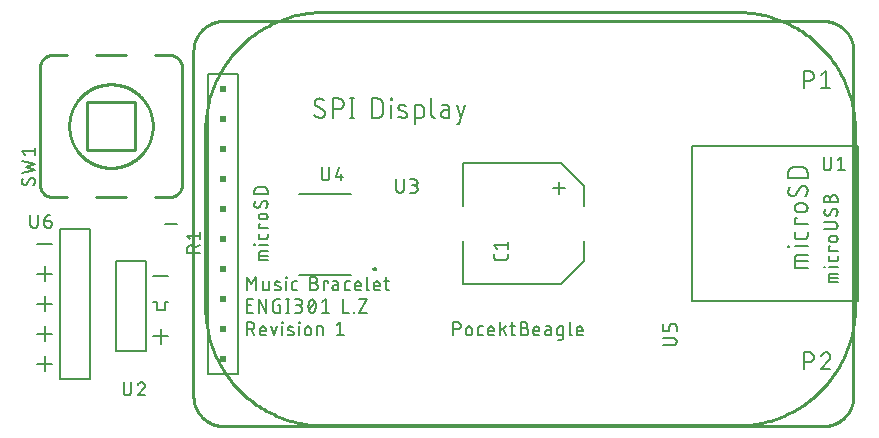
<source format=gbr>
G04 EAGLE Gerber RS-274X export*
G75*
%MOMM*%
%FSLAX34Y34*%
%LPD*%
%INSilkscreen Top*%
%IPPOS*%
%AMOC8*
5,1,8,0,0,1.08239X$1,22.5*%
G01*
%ADD10C,0.152400*%
%ADD11C,0.127000*%
%ADD12C,0.254000*%
%ADD13C,0.203200*%
%ADD14R,0.508000X0.508000*%
%ADD15C,0.200000*%


D10*
X197612Y121412D02*
X197612Y132588D01*
X201337Y126379D01*
X205063Y132588D01*
X205063Y121412D01*
X211046Y123275D02*
X211046Y128863D01*
X211045Y123275D02*
X211047Y123191D01*
X211052Y123108D01*
X211062Y123025D01*
X211075Y122942D01*
X211092Y122860D01*
X211112Y122779D01*
X211136Y122699D01*
X211164Y122620D01*
X211195Y122543D01*
X211229Y122467D01*
X211267Y122392D01*
X211309Y122319D01*
X211353Y122249D01*
X211401Y122180D01*
X211451Y122113D01*
X211505Y122049D01*
X211561Y121988D01*
X211621Y121928D01*
X211682Y121872D01*
X211746Y121818D01*
X211813Y121768D01*
X211882Y121720D01*
X211952Y121676D01*
X212025Y121634D01*
X212100Y121596D01*
X212176Y121562D01*
X212253Y121531D01*
X212332Y121503D01*
X212412Y121479D01*
X212493Y121459D01*
X212575Y121442D01*
X212658Y121429D01*
X212741Y121419D01*
X212824Y121414D01*
X212908Y121412D01*
X216013Y121412D01*
X216013Y128863D01*
X222264Y125758D02*
X225369Y124516D01*
X222264Y125758D02*
X222192Y125789D01*
X222122Y125823D01*
X222053Y125861D01*
X221986Y125902D01*
X221921Y125946D01*
X221859Y125994D01*
X221799Y126044D01*
X221741Y126097D01*
X221686Y126153D01*
X221634Y126212D01*
X221585Y126273D01*
X221539Y126336D01*
X221496Y126401D01*
X221456Y126469D01*
X221419Y126538D01*
X221386Y126609D01*
X221357Y126682D01*
X221331Y126756D01*
X221308Y126831D01*
X221290Y126907D01*
X221275Y126984D01*
X221263Y127062D01*
X221256Y127140D01*
X221252Y127218D01*
X221253Y127296D01*
X221257Y127375D01*
X221264Y127453D01*
X221276Y127530D01*
X221291Y127607D01*
X221311Y127683D01*
X221333Y127758D01*
X221360Y127832D01*
X221390Y127904D01*
X221423Y127975D01*
X221460Y128044D01*
X221500Y128112D01*
X221544Y128177D01*
X221590Y128240D01*
X221640Y128301D01*
X221692Y128359D01*
X221747Y128415D01*
X221805Y128468D01*
X221866Y128518D01*
X221928Y128565D01*
X221993Y128608D01*
X222060Y128649D01*
X222129Y128687D01*
X222200Y128720D01*
X222272Y128751D01*
X222346Y128778D01*
X222420Y128801D01*
X222496Y128821D01*
X222573Y128837D01*
X222650Y128849D01*
X222728Y128857D01*
X222807Y128862D01*
X222885Y128863D01*
X222885Y128862D02*
X223054Y128858D01*
X223224Y128849D01*
X223393Y128837D01*
X223561Y128820D01*
X223730Y128799D01*
X223897Y128775D01*
X224064Y128746D01*
X224231Y128713D01*
X224396Y128676D01*
X224561Y128635D01*
X224724Y128591D01*
X224887Y128542D01*
X225048Y128490D01*
X225208Y128433D01*
X225366Y128373D01*
X225523Y128309D01*
X225679Y128241D01*
X225369Y124517D02*
X225441Y124486D01*
X225511Y124452D01*
X225580Y124414D01*
X225647Y124373D01*
X225712Y124329D01*
X225774Y124281D01*
X225834Y124231D01*
X225892Y124178D01*
X225947Y124122D01*
X225999Y124063D01*
X226048Y124002D01*
X226094Y123939D01*
X226137Y123874D01*
X226177Y123806D01*
X226214Y123737D01*
X226247Y123666D01*
X226276Y123593D01*
X226302Y123519D01*
X226325Y123444D01*
X226343Y123368D01*
X226358Y123291D01*
X226370Y123213D01*
X226377Y123135D01*
X226381Y123057D01*
X226380Y122979D01*
X226376Y122900D01*
X226369Y122822D01*
X226357Y122745D01*
X226342Y122668D01*
X226322Y122592D01*
X226300Y122517D01*
X226273Y122443D01*
X226243Y122371D01*
X226210Y122300D01*
X226173Y122231D01*
X226133Y122163D01*
X226089Y122098D01*
X226043Y122035D01*
X225993Y121974D01*
X225941Y121916D01*
X225886Y121860D01*
X225828Y121807D01*
X225767Y121757D01*
X225705Y121710D01*
X225640Y121667D01*
X225573Y121626D01*
X225504Y121588D01*
X225433Y121555D01*
X225361Y121524D01*
X225287Y121497D01*
X225213Y121474D01*
X225137Y121454D01*
X225060Y121438D01*
X224983Y121426D01*
X224905Y121418D01*
X224826Y121413D01*
X224748Y121412D01*
X224747Y121412D02*
X224498Y121419D01*
X224250Y121431D01*
X224001Y121449D01*
X223753Y121473D01*
X223506Y121503D01*
X223260Y121539D01*
X223014Y121581D01*
X222770Y121628D01*
X222526Y121682D01*
X222284Y121740D01*
X222044Y121805D01*
X221805Y121875D01*
X221568Y121951D01*
X221333Y122033D01*
X231055Y121412D02*
X231055Y128863D01*
X230745Y131967D02*
X230745Y132588D01*
X231366Y132588D01*
X231366Y131967D01*
X230745Y131967D01*
X237690Y121412D02*
X240174Y121412D01*
X237690Y121412D02*
X237606Y121414D01*
X237523Y121419D01*
X237440Y121429D01*
X237357Y121442D01*
X237275Y121459D01*
X237194Y121479D01*
X237114Y121503D01*
X237035Y121531D01*
X236958Y121562D01*
X236882Y121596D01*
X236807Y121634D01*
X236734Y121676D01*
X236664Y121720D01*
X236595Y121768D01*
X236528Y121818D01*
X236464Y121872D01*
X236403Y121928D01*
X236343Y121988D01*
X236287Y122049D01*
X236233Y122113D01*
X236183Y122180D01*
X236135Y122249D01*
X236091Y122319D01*
X236049Y122392D01*
X236011Y122467D01*
X235977Y122543D01*
X235946Y122620D01*
X235918Y122699D01*
X235894Y122779D01*
X235874Y122860D01*
X235857Y122942D01*
X235844Y123025D01*
X235834Y123108D01*
X235829Y123191D01*
X235827Y123275D01*
X235827Y127000D01*
X235829Y127084D01*
X235835Y127167D01*
X235844Y127250D01*
X235857Y127333D01*
X235874Y127415D01*
X235894Y127496D01*
X235918Y127576D01*
X235946Y127655D01*
X235977Y127732D01*
X236011Y127808D01*
X236049Y127883D01*
X236091Y127956D01*
X236135Y128026D01*
X236183Y128095D01*
X236233Y128162D01*
X236287Y128226D01*
X236343Y128287D01*
X236403Y128347D01*
X236464Y128403D01*
X236528Y128457D01*
X236595Y128507D01*
X236664Y128555D01*
X236734Y128599D01*
X236807Y128641D01*
X236882Y128679D01*
X236958Y128713D01*
X237035Y128744D01*
X237114Y128772D01*
X237194Y128796D01*
X237275Y128816D01*
X237357Y128833D01*
X237440Y128846D01*
X237523Y128856D01*
X237606Y128861D01*
X237690Y128863D01*
X240174Y128863D01*
X251403Y127621D02*
X254508Y127621D01*
X254508Y127620D02*
X254619Y127618D01*
X254729Y127612D01*
X254840Y127602D01*
X254950Y127588D01*
X255059Y127571D01*
X255168Y127549D01*
X255276Y127524D01*
X255382Y127494D01*
X255488Y127461D01*
X255593Y127424D01*
X255696Y127384D01*
X255797Y127339D01*
X255897Y127292D01*
X255996Y127240D01*
X256092Y127185D01*
X256186Y127127D01*
X256278Y127066D01*
X256368Y127001D01*
X256456Y126933D01*
X256541Y126862D01*
X256623Y126788D01*
X256703Y126711D01*
X256780Y126631D01*
X256854Y126549D01*
X256925Y126464D01*
X256993Y126376D01*
X257058Y126286D01*
X257119Y126194D01*
X257177Y126100D01*
X257232Y126004D01*
X257284Y125905D01*
X257331Y125805D01*
X257376Y125704D01*
X257416Y125601D01*
X257453Y125496D01*
X257486Y125390D01*
X257516Y125284D01*
X257541Y125176D01*
X257563Y125067D01*
X257580Y124958D01*
X257594Y124848D01*
X257604Y124737D01*
X257610Y124627D01*
X257612Y124516D01*
X257610Y124405D01*
X257604Y124295D01*
X257594Y124184D01*
X257580Y124074D01*
X257563Y123965D01*
X257541Y123856D01*
X257516Y123748D01*
X257486Y123642D01*
X257453Y123536D01*
X257416Y123431D01*
X257376Y123328D01*
X257331Y123227D01*
X257284Y123127D01*
X257232Y123028D01*
X257177Y122932D01*
X257119Y122838D01*
X257058Y122746D01*
X256993Y122656D01*
X256925Y122568D01*
X256854Y122483D01*
X256780Y122401D01*
X256703Y122321D01*
X256623Y122244D01*
X256541Y122170D01*
X256456Y122099D01*
X256368Y122031D01*
X256278Y121966D01*
X256186Y121905D01*
X256092Y121847D01*
X255996Y121792D01*
X255897Y121740D01*
X255797Y121693D01*
X255696Y121648D01*
X255593Y121608D01*
X255488Y121571D01*
X255382Y121538D01*
X255276Y121508D01*
X255168Y121483D01*
X255059Y121461D01*
X254950Y121444D01*
X254840Y121430D01*
X254729Y121420D01*
X254619Y121414D01*
X254508Y121412D01*
X251403Y121412D01*
X251403Y132588D01*
X254508Y132588D01*
X254607Y132586D01*
X254705Y132580D01*
X254804Y132570D01*
X254901Y132557D01*
X254999Y132539D01*
X255095Y132518D01*
X255191Y132492D01*
X255285Y132463D01*
X255378Y132431D01*
X255470Y132394D01*
X255560Y132354D01*
X255649Y132310D01*
X255736Y132263D01*
X255821Y132213D01*
X255903Y132159D01*
X255984Y132102D01*
X256062Y132042D01*
X256138Y131978D01*
X256211Y131912D01*
X256282Y131843D01*
X256350Y131771D01*
X256414Y131696D01*
X256476Y131619D01*
X256535Y131540D01*
X256590Y131458D01*
X256643Y131374D01*
X256691Y131289D01*
X256737Y131201D01*
X256779Y131111D01*
X256817Y131020D01*
X256851Y130928D01*
X256882Y130834D01*
X256909Y130739D01*
X256933Y130643D01*
X256952Y130546D01*
X256968Y130449D01*
X256980Y130351D01*
X256988Y130252D01*
X256992Y130153D01*
X256992Y130055D01*
X256988Y129956D01*
X256980Y129857D01*
X256968Y129759D01*
X256952Y129662D01*
X256933Y129565D01*
X256909Y129469D01*
X256882Y129374D01*
X256851Y129280D01*
X256817Y129188D01*
X256779Y129097D01*
X256737Y129007D01*
X256691Y128919D01*
X256643Y128834D01*
X256590Y128750D01*
X256535Y128668D01*
X256476Y128589D01*
X256414Y128512D01*
X256350Y128437D01*
X256282Y128365D01*
X256211Y128296D01*
X256138Y128230D01*
X256062Y128166D01*
X255984Y128106D01*
X255903Y128049D01*
X255821Y127995D01*
X255736Y127945D01*
X255649Y127898D01*
X255560Y127854D01*
X255470Y127814D01*
X255378Y127777D01*
X255285Y127745D01*
X255191Y127716D01*
X255095Y127690D01*
X254999Y127669D01*
X254901Y127651D01*
X254804Y127638D01*
X254705Y127628D01*
X254607Y127622D01*
X254508Y127620D01*
X262564Y128863D02*
X262564Y121412D01*
X262564Y128863D02*
X266289Y128863D01*
X266289Y127621D01*
X272200Y125758D02*
X274994Y125758D01*
X272200Y125758D02*
X272108Y125756D01*
X272016Y125750D01*
X271924Y125740D01*
X271833Y125727D01*
X271742Y125709D01*
X271652Y125688D01*
X271564Y125663D01*
X271476Y125634D01*
X271390Y125601D01*
X271305Y125565D01*
X271222Y125525D01*
X271140Y125482D01*
X271061Y125435D01*
X270983Y125385D01*
X270908Y125332D01*
X270835Y125276D01*
X270764Y125216D01*
X270696Y125154D01*
X270631Y125089D01*
X270569Y125021D01*
X270509Y124950D01*
X270453Y124877D01*
X270400Y124802D01*
X270350Y124724D01*
X270303Y124645D01*
X270260Y124563D01*
X270220Y124480D01*
X270184Y124395D01*
X270151Y124309D01*
X270122Y124221D01*
X270097Y124133D01*
X270076Y124043D01*
X270058Y123952D01*
X270045Y123861D01*
X270035Y123769D01*
X270029Y123677D01*
X270027Y123585D01*
X270029Y123493D01*
X270035Y123401D01*
X270045Y123309D01*
X270058Y123218D01*
X270076Y123127D01*
X270097Y123037D01*
X270122Y122949D01*
X270151Y122861D01*
X270184Y122775D01*
X270220Y122690D01*
X270260Y122607D01*
X270303Y122525D01*
X270350Y122446D01*
X270400Y122368D01*
X270453Y122293D01*
X270509Y122220D01*
X270569Y122149D01*
X270631Y122081D01*
X270696Y122016D01*
X270764Y121954D01*
X270835Y121894D01*
X270908Y121838D01*
X270983Y121785D01*
X271061Y121735D01*
X271140Y121688D01*
X271222Y121645D01*
X271305Y121605D01*
X271390Y121569D01*
X271476Y121536D01*
X271564Y121507D01*
X271652Y121482D01*
X271742Y121461D01*
X271833Y121443D01*
X271924Y121430D01*
X272016Y121420D01*
X272108Y121414D01*
X272200Y121412D01*
X274994Y121412D01*
X274994Y127000D01*
X274992Y127084D01*
X274987Y127167D01*
X274977Y127250D01*
X274964Y127333D01*
X274947Y127415D01*
X274927Y127496D01*
X274903Y127576D01*
X274875Y127655D01*
X274844Y127732D01*
X274810Y127808D01*
X274772Y127883D01*
X274730Y127956D01*
X274686Y128026D01*
X274638Y128095D01*
X274588Y128162D01*
X274534Y128226D01*
X274478Y128287D01*
X274418Y128347D01*
X274357Y128403D01*
X274293Y128457D01*
X274226Y128507D01*
X274157Y128555D01*
X274087Y128599D01*
X274014Y128641D01*
X273939Y128679D01*
X273863Y128713D01*
X273786Y128744D01*
X273707Y128772D01*
X273627Y128796D01*
X273546Y128816D01*
X273464Y128833D01*
X273381Y128846D01*
X273298Y128856D01*
X273215Y128861D01*
X273131Y128863D01*
X270648Y128863D01*
X282267Y121412D02*
X284750Y121412D01*
X282267Y121412D02*
X282183Y121414D01*
X282100Y121419D01*
X282017Y121429D01*
X281934Y121442D01*
X281852Y121459D01*
X281771Y121479D01*
X281691Y121503D01*
X281612Y121531D01*
X281535Y121562D01*
X281459Y121596D01*
X281384Y121634D01*
X281311Y121676D01*
X281241Y121720D01*
X281172Y121768D01*
X281105Y121818D01*
X281041Y121872D01*
X280980Y121928D01*
X280920Y121988D01*
X280864Y122049D01*
X280810Y122113D01*
X280760Y122180D01*
X280712Y122249D01*
X280668Y122319D01*
X280626Y122392D01*
X280588Y122467D01*
X280554Y122543D01*
X280523Y122620D01*
X280495Y122699D01*
X280471Y122779D01*
X280451Y122860D01*
X280434Y122942D01*
X280421Y123025D01*
X280411Y123108D01*
X280406Y123191D01*
X280404Y123275D01*
X280404Y127000D01*
X280406Y127084D01*
X280412Y127167D01*
X280421Y127250D01*
X280434Y127333D01*
X280451Y127415D01*
X280471Y127496D01*
X280495Y127576D01*
X280523Y127655D01*
X280554Y127732D01*
X280588Y127808D01*
X280626Y127883D01*
X280668Y127956D01*
X280712Y128026D01*
X280760Y128095D01*
X280810Y128162D01*
X280864Y128226D01*
X280920Y128287D01*
X280980Y128347D01*
X281041Y128403D01*
X281105Y128457D01*
X281172Y128507D01*
X281241Y128555D01*
X281311Y128599D01*
X281384Y128641D01*
X281459Y128679D01*
X281535Y128713D01*
X281612Y128744D01*
X281691Y128772D01*
X281771Y128796D01*
X281852Y128816D01*
X281934Y128833D01*
X282017Y128846D01*
X282100Y128856D01*
X282183Y128861D01*
X282267Y128863D01*
X284750Y128863D01*
X291013Y121412D02*
X294118Y121412D01*
X291013Y121412D02*
X290929Y121414D01*
X290846Y121419D01*
X290763Y121429D01*
X290680Y121442D01*
X290598Y121459D01*
X290517Y121479D01*
X290437Y121503D01*
X290358Y121531D01*
X290281Y121562D01*
X290205Y121596D01*
X290130Y121634D01*
X290057Y121676D01*
X289987Y121720D01*
X289918Y121768D01*
X289851Y121818D01*
X289787Y121872D01*
X289726Y121928D01*
X289666Y121988D01*
X289610Y122049D01*
X289556Y122113D01*
X289506Y122180D01*
X289458Y122249D01*
X289414Y122319D01*
X289372Y122392D01*
X289334Y122467D01*
X289300Y122543D01*
X289269Y122620D01*
X289241Y122699D01*
X289217Y122779D01*
X289197Y122860D01*
X289180Y122942D01*
X289167Y123025D01*
X289157Y123108D01*
X289152Y123191D01*
X289150Y123275D01*
X289151Y123275D02*
X289151Y126379D01*
X289150Y126379D02*
X289152Y126478D01*
X289158Y126576D01*
X289168Y126675D01*
X289181Y126772D01*
X289199Y126870D01*
X289220Y126966D01*
X289246Y127062D01*
X289275Y127156D01*
X289307Y127249D01*
X289344Y127341D01*
X289384Y127431D01*
X289428Y127520D01*
X289475Y127607D01*
X289525Y127692D01*
X289579Y127774D01*
X289636Y127855D01*
X289696Y127933D01*
X289760Y128009D01*
X289826Y128082D01*
X289895Y128153D01*
X289967Y128221D01*
X290042Y128285D01*
X290119Y128347D01*
X290198Y128406D01*
X290280Y128461D01*
X290364Y128514D01*
X290449Y128562D01*
X290537Y128608D01*
X290627Y128650D01*
X290718Y128688D01*
X290810Y128722D01*
X290904Y128753D01*
X290999Y128780D01*
X291095Y128804D01*
X291192Y128823D01*
X291289Y128839D01*
X291387Y128851D01*
X291486Y128859D01*
X291585Y128863D01*
X291683Y128863D01*
X291782Y128859D01*
X291881Y128851D01*
X291979Y128839D01*
X292076Y128823D01*
X292173Y128804D01*
X292269Y128780D01*
X292364Y128753D01*
X292458Y128722D01*
X292550Y128688D01*
X292641Y128650D01*
X292731Y128608D01*
X292819Y128562D01*
X292904Y128514D01*
X292988Y128461D01*
X293070Y128406D01*
X293149Y128347D01*
X293226Y128285D01*
X293301Y128221D01*
X293373Y128153D01*
X293442Y128082D01*
X293508Y128009D01*
X293572Y127933D01*
X293632Y127855D01*
X293689Y127774D01*
X293743Y127692D01*
X293793Y127607D01*
X293840Y127520D01*
X293884Y127431D01*
X293924Y127341D01*
X293961Y127249D01*
X293993Y127156D01*
X294022Y127062D01*
X294048Y126966D01*
X294069Y126870D01*
X294087Y126772D01*
X294100Y126675D01*
X294110Y126576D01*
X294116Y126478D01*
X294118Y126379D01*
X294118Y125137D01*
X289151Y125137D01*
X299148Y123275D02*
X299148Y132588D01*
X299148Y123275D02*
X299150Y123191D01*
X299155Y123108D01*
X299165Y123025D01*
X299178Y122942D01*
X299195Y122860D01*
X299215Y122779D01*
X299239Y122699D01*
X299267Y122620D01*
X299298Y122543D01*
X299332Y122467D01*
X299370Y122392D01*
X299412Y122319D01*
X299456Y122249D01*
X299504Y122180D01*
X299554Y122113D01*
X299608Y122049D01*
X299664Y121988D01*
X299724Y121928D01*
X299785Y121872D01*
X299849Y121818D01*
X299916Y121768D01*
X299985Y121720D01*
X300055Y121676D01*
X300128Y121634D01*
X300203Y121596D01*
X300279Y121562D01*
X300356Y121531D01*
X300435Y121503D01*
X300515Y121479D01*
X300596Y121459D01*
X300678Y121442D01*
X300761Y121429D01*
X300844Y121419D01*
X300927Y121414D01*
X301011Y121412D01*
X307015Y121412D02*
X310120Y121412D01*
X307015Y121412D02*
X306931Y121414D01*
X306848Y121419D01*
X306765Y121429D01*
X306682Y121442D01*
X306600Y121459D01*
X306519Y121479D01*
X306439Y121503D01*
X306360Y121531D01*
X306283Y121562D01*
X306207Y121596D01*
X306132Y121634D01*
X306059Y121676D01*
X305989Y121720D01*
X305920Y121768D01*
X305853Y121818D01*
X305789Y121872D01*
X305728Y121928D01*
X305668Y121988D01*
X305612Y122049D01*
X305558Y122113D01*
X305508Y122180D01*
X305460Y122249D01*
X305416Y122319D01*
X305374Y122392D01*
X305336Y122467D01*
X305302Y122543D01*
X305271Y122620D01*
X305243Y122699D01*
X305219Y122779D01*
X305199Y122860D01*
X305182Y122942D01*
X305169Y123025D01*
X305159Y123108D01*
X305154Y123191D01*
X305152Y123275D01*
X305152Y126379D01*
X305154Y126478D01*
X305160Y126576D01*
X305170Y126675D01*
X305183Y126772D01*
X305201Y126870D01*
X305222Y126966D01*
X305248Y127062D01*
X305277Y127156D01*
X305309Y127249D01*
X305346Y127341D01*
X305386Y127431D01*
X305430Y127520D01*
X305477Y127607D01*
X305527Y127692D01*
X305581Y127774D01*
X305638Y127855D01*
X305698Y127933D01*
X305762Y128009D01*
X305828Y128082D01*
X305897Y128153D01*
X305969Y128221D01*
X306044Y128285D01*
X306121Y128347D01*
X306200Y128406D01*
X306282Y128461D01*
X306366Y128514D01*
X306451Y128562D01*
X306539Y128608D01*
X306629Y128650D01*
X306720Y128688D01*
X306812Y128722D01*
X306906Y128753D01*
X307001Y128780D01*
X307097Y128804D01*
X307194Y128823D01*
X307291Y128839D01*
X307389Y128851D01*
X307488Y128859D01*
X307587Y128863D01*
X307685Y128863D01*
X307784Y128859D01*
X307883Y128851D01*
X307981Y128839D01*
X308078Y128823D01*
X308175Y128804D01*
X308271Y128780D01*
X308366Y128753D01*
X308460Y128722D01*
X308552Y128688D01*
X308643Y128650D01*
X308733Y128608D01*
X308821Y128562D01*
X308906Y128514D01*
X308990Y128461D01*
X309072Y128406D01*
X309151Y128347D01*
X309228Y128285D01*
X309303Y128221D01*
X309375Y128153D01*
X309444Y128082D01*
X309510Y128009D01*
X309574Y127933D01*
X309634Y127855D01*
X309691Y127774D01*
X309745Y127692D01*
X309795Y127607D01*
X309842Y127520D01*
X309886Y127431D01*
X309926Y127341D01*
X309963Y127249D01*
X309995Y127156D01*
X310024Y127062D01*
X310050Y126966D01*
X310071Y126870D01*
X310089Y126772D01*
X310102Y126675D01*
X310112Y126576D01*
X310118Y126478D01*
X310120Y126379D01*
X310120Y125137D01*
X305152Y125137D01*
X314040Y128863D02*
X317765Y128863D01*
X315282Y132588D02*
X315282Y123275D01*
X315281Y123275D02*
X315283Y123191D01*
X315288Y123108D01*
X315298Y123025D01*
X315311Y122942D01*
X315328Y122860D01*
X315348Y122779D01*
X315372Y122699D01*
X315400Y122620D01*
X315431Y122543D01*
X315465Y122467D01*
X315503Y122392D01*
X315545Y122319D01*
X315589Y122249D01*
X315637Y122180D01*
X315687Y122113D01*
X315741Y122049D01*
X315797Y121988D01*
X315857Y121928D01*
X315918Y121872D01*
X315982Y121818D01*
X316049Y121768D01*
X316118Y121720D01*
X316188Y121676D01*
X316261Y121634D01*
X316336Y121596D01*
X316412Y121562D01*
X316489Y121531D01*
X316568Y121503D01*
X316648Y121479D01*
X316729Y121459D01*
X316811Y121442D01*
X316894Y121429D01*
X316977Y121419D01*
X317060Y121414D01*
X317144Y121412D01*
X317765Y121412D01*
X202579Y102362D02*
X197612Y102362D01*
X197612Y113538D01*
X202579Y113538D01*
X201337Y108571D02*
X197612Y108571D01*
X207490Y113538D02*
X207490Y102362D01*
X213699Y102362D02*
X207490Y113538D01*
X213699Y113538D02*
X213699Y102362D01*
X224028Y108571D02*
X225891Y108571D01*
X225891Y102362D01*
X222165Y102362D01*
X222067Y102364D01*
X221970Y102370D01*
X221873Y102379D01*
X221776Y102393D01*
X221680Y102410D01*
X221585Y102431D01*
X221491Y102455D01*
X221397Y102484D01*
X221305Y102516D01*
X221214Y102551D01*
X221125Y102590D01*
X221037Y102633D01*
X220951Y102679D01*
X220867Y102728D01*
X220785Y102781D01*
X220705Y102836D01*
X220627Y102895D01*
X220552Y102957D01*
X220479Y103022D01*
X220409Y103090D01*
X220341Y103160D01*
X220276Y103233D01*
X220214Y103308D01*
X220155Y103386D01*
X220100Y103466D01*
X220047Y103548D01*
X219998Y103632D01*
X219952Y103718D01*
X219909Y103806D01*
X219870Y103895D01*
X219835Y103986D01*
X219803Y104078D01*
X219774Y104172D01*
X219750Y104266D01*
X219729Y104361D01*
X219712Y104457D01*
X219698Y104554D01*
X219689Y104651D01*
X219683Y104748D01*
X219681Y104846D01*
X219682Y104846D02*
X219682Y111054D01*
X219681Y111054D02*
X219683Y111152D01*
X219689Y111249D01*
X219698Y111346D01*
X219712Y111443D01*
X219729Y111539D01*
X219750Y111634D01*
X219774Y111728D01*
X219803Y111822D01*
X219835Y111914D01*
X219870Y112005D01*
X219909Y112094D01*
X219952Y112182D01*
X219998Y112268D01*
X220047Y112352D01*
X220100Y112434D01*
X220155Y112514D01*
X220214Y112592D01*
X220276Y112667D01*
X220341Y112740D01*
X220409Y112810D01*
X220479Y112878D01*
X220552Y112943D01*
X220627Y113005D01*
X220705Y113064D01*
X220785Y113119D01*
X220867Y113172D01*
X220951Y113221D01*
X221037Y113267D01*
X221125Y113310D01*
X221214Y113349D01*
X221305Y113384D01*
X221397Y113416D01*
X221491Y113445D01*
X221585Y113469D01*
X221680Y113490D01*
X221776Y113507D01*
X221873Y113521D01*
X221970Y113530D01*
X222067Y113536D01*
X222165Y113538D01*
X225891Y113538D01*
X232311Y113538D02*
X232311Y102362D01*
X231069Y102362D02*
X233553Y102362D01*
X233553Y113538D02*
X231069Y113538D01*
X238351Y102362D02*
X241455Y102362D01*
X241566Y102364D01*
X241676Y102370D01*
X241787Y102380D01*
X241897Y102394D01*
X242006Y102411D01*
X242115Y102433D01*
X242223Y102458D01*
X242329Y102488D01*
X242435Y102521D01*
X242540Y102558D01*
X242643Y102598D01*
X242744Y102643D01*
X242844Y102690D01*
X242943Y102742D01*
X243039Y102797D01*
X243133Y102855D01*
X243225Y102916D01*
X243315Y102981D01*
X243403Y103049D01*
X243488Y103120D01*
X243570Y103194D01*
X243650Y103271D01*
X243727Y103351D01*
X243801Y103433D01*
X243872Y103518D01*
X243940Y103606D01*
X244005Y103696D01*
X244066Y103788D01*
X244124Y103882D01*
X244179Y103978D01*
X244231Y104077D01*
X244278Y104177D01*
X244323Y104278D01*
X244363Y104381D01*
X244400Y104486D01*
X244433Y104592D01*
X244463Y104698D01*
X244488Y104806D01*
X244510Y104915D01*
X244527Y105024D01*
X244541Y105134D01*
X244551Y105245D01*
X244557Y105355D01*
X244559Y105466D01*
X244557Y105577D01*
X244551Y105687D01*
X244541Y105798D01*
X244527Y105908D01*
X244510Y106017D01*
X244488Y106126D01*
X244463Y106234D01*
X244433Y106340D01*
X244400Y106446D01*
X244363Y106551D01*
X244323Y106654D01*
X244278Y106755D01*
X244231Y106855D01*
X244179Y106954D01*
X244124Y107050D01*
X244066Y107144D01*
X244005Y107236D01*
X243940Y107326D01*
X243872Y107414D01*
X243801Y107499D01*
X243727Y107581D01*
X243650Y107661D01*
X243570Y107738D01*
X243488Y107812D01*
X243403Y107883D01*
X243315Y107951D01*
X243225Y108016D01*
X243133Y108077D01*
X243039Y108135D01*
X242943Y108190D01*
X242844Y108242D01*
X242744Y108289D01*
X242643Y108334D01*
X242540Y108374D01*
X242435Y108411D01*
X242329Y108444D01*
X242223Y108474D01*
X242115Y108499D01*
X242006Y108521D01*
X241897Y108538D01*
X241787Y108552D01*
X241676Y108562D01*
X241566Y108568D01*
X241455Y108570D01*
X242076Y113538D02*
X238351Y113538D01*
X242076Y113538D02*
X242175Y113536D01*
X242273Y113530D01*
X242372Y113520D01*
X242469Y113507D01*
X242567Y113489D01*
X242663Y113468D01*
X242759Y113442D01*
X242853Y113413D01*
X242946Y113381D01*
X243038Y113344D01*
X243128Y113304D01*
X243217Y113260D01*
X243304Y113213D01*
X243389Y113163D01*
X243471Y113109D01*
X243552Y113052D01*
X243630Y112992D01*
X243706Y112928D01*
X243779Y112862D01*
X243850Y112793D01*
X243918Y112721D01*
X243982Y112646D01*
X244044Y112569D01*
X244103Y112490D01*
X244158Y112408D01*
X244211Y112324D01*
X244259Y112239D01*
X244305Y112151D01*
X244347Y112061D01*
X244385Y111970D01*
X244419Y111878D01*
X244450Y111784D01*
X244477Y111689D01*
X244501Y111593D01*
X244520Y111496D01*
X244536Y111399D01*
X244548Y111301D01*
X244556Y111202D01*
X244560Y111103D01*
X244560Y111005D01*
X244556Y110906D01*
X244548Y110807D01*
X244536Y110709D01*
X244520Y110612D01*
X244501Y110515D01*
X244477Y110419D01*
X244450Y110324D01*
X244419Y110230D01*
X244385Y110138D01*
X244347Y110047D01*
X244305Y109957D01*
X244259Y109869D01*
X244211Y109784D01*
X244158Y109700D01*
X244103Y109618D01*
X244044Y109539D01*
X243982Y109462D01*
X243918Y109387D01*
X243850Y109315D01*
X243779Y109246D01*
X243706Y109180D01*
X243630Y109116D01*
X243552Y109056D01*
X243471Y108999D01*
X243389Y108945D01*
X243304Y108895D01*
X243217Y108848D01*
X243128Y108804D01*
X243038Y108764D01*
X242946Y108727D01*
X242853Y108695D01*
X242759Y108666D01*
X242663Y108640D01*
X242567Y108619D01*
X242469Y108601D01*
X242372Y108588D01*
X242273Y108578D01*
X242175Y108572D01*
X242076Y108570D01*
X242076Y108571D02*
X239592Y108571D01*
X249781Y107950D02*
X249784Y108170D01*
X249791Y108390D01*
X249805Y108609D01*
X249823Y108828D01*
X249847Y109047D01*
X249875Y109265D01*
X249909Y109482D01*
X249948Y109698D01*
X249993Y109914D01*
X250042Y110128D01*
X250097Y110341D01*
X250156Y110553D01*
X250221Y110763D01*
X250291Y110971D01*
X250365Y111178D01*
X250445Y111383D01*
X250529Y111586D01*
X250618Y111787D01*
X250712Y111986D01*
X250745Y112075D01*
X250781Y112163D01*
X250821Y112249D01*
X250864Y112334D01*
X250911Y112416D01*
X250962Y112497D01*
X251015Y112575D01*
X251072Y112651D01*
X251132Y112725D01*
X251195Y112796D01*
X251260Y112865D01*
X251329Y112931D01*
X251400Y112993D01*
X251474Y113053D01*
X251550Y113110D01*
X251628Y113164D01*
X251709Y113214D01*
X251791Y113261D01*
X251876Y113304D01*
X251962Y113344D01*
X252050Y113381D01*
X252139Y113413D01*
X252229Y113442D01*
X252321Y113468D01*
X252413Y113489D01*
X252507Y113507D01*
X252601Y113520D01*
X252695Y113530D01*
X252790Y113536D01*
X252885Y113538D01*
X252980Y113536D01*
X253075Y113530D01*
X253169Y113520D01*
X253263Y113507D01*
X253357Y113489D01*
X253449Y113468D01*
X253541Y113442D01*
X253631Y113413D01*
X253720Y113381D01*
X253808Y113344D01*
X253894Y113304D01*
X253979Y113261D01*
X254061Y113214D01*
X254142Y113164D01*
X254220Y113110D01*
X254296Y113053D01*
X254370Y112993D01*
X254441Y112931D01*
X254510Y112865D01*
X254575Y112796D01*
X254638Y112725D01*
X254698Y112651D01*
X254755Y112575D01*
X254808Y112497D01*
X254859Y112416D01*
X254906Y112333D01*
X254949Y112249D01*
X254989Y112163D01*
X255025Y112075D01*
X255058Y111986D01*
X255059Y111986D02*
X255153Y111787D01*
X255242Y111586D01*
X255326Y111383D01*
X255406Y111178D01*
X255480Y110971D01*
X255550Y110763D01*
X255615Y110553D01*
X255674Y110341D01*
X255729Y110128D01*
X255778Y109914D01*
X255823Y109698D01*
X255862Y109482D01*
X255896Y109265D01*
X255924Y109047D01*
X255948Y108828D01*
X255966Y108609D01*
X255980Y108390D01*
X255987Y108170D01*
X255990Y107950D01*
X249781Y107950D02*
X249784Y107730D01*
X249791Y107510D01*
X249805Y107291D01*
X249823Y107072D01*
X249847Y106853D01*
X249875Y106635D01*
X249909Y106418D01*
X249948Y106202D01*
X249993Y105986D01*
X250042Y105772D01*
X250097Y105559D01*
X250156Y105348D01*
X250221Y105137D01*
X250291Y104929D01*
X250365Y104722D01*
X250445Y104517D01*
X250529Y104314D01*
X250618Y104113D01*
X250712Y103914D01*
X250745Y103825D01*
X250781Y103737D01*
X250821Y103651D01*
X250864Y103566D01*
X250911Y103484D01*
X250962Y103403D01*
X251015Y103325D01*
X251072Y103249D01*
X251132Y103175D01*
X251195Y103104D01*
X251260Y103035D01*
X251329Y102969D01*
X251400Y102907D01*
X251474Y102847D01*
X251550Y102790D01*
X251628Y102736D01*
X251709Y102686D01*
X251791Y102639D01*
X251876Y102596D01*
X251962Y102556D01*
X252050Y102519D01*
X252139Y102487D01*
X252229Y102458D01*
X252321Y102432D01*
X252413Y102411D01*
X252507Y102393D01*
X252601Y102380D01*
X252695Y102370D01*
X252790Y102364D01*
X252885Y102362D01*
X255059Y103914D02*
X255153Y104113D01*
X255242Y104314D01*
X255326Y104517D01*
X255406Y104722D01*
X255480Y104929D01*
X255550Y105137D01*
X255615Y105347D01*
X255674Y105559D01*
X255729Y105772D01*
X255778Y105986D01*
X255823Y106202D01*
X255862Y106418D01*
X255896Y106635D01*
X255924Y106853D01*
X255948Y107072D01*
X255966Y107291D01*
X255980Y107510D01*
X255987Y107730D01*
X255990Y107950D01*
X255058Y103914D02*
X255025Y103825D01*
X254989Y103737D01*
X254949Y103651D01*
X254906Y103566D01*
X254859Y103484D01*
X254808Y103403D01*
X254755Y103325D01*
X254698Y103249D01*
X254638Y103175D01*
X254575Y103104D01*
X254510Y103035D01*
X254441Y102969D01*
X254370Y102907D01*
X254296Y102847D01*
X254220Y102790D01*
X254142Y102736D01*
X254061Y102686D01*
X253979Y102639D01*
X253894Y102596D01*
X253808Y102556D01*
X253720Y102519D01*
X253631Y102487D01*
X253541Y102458D01*
X253449Y102432D01*
X253357Y102411D01*
X253263Y102393D01*
X253169Y102380D01*
X253075Y102370D01*
X252980Y102364D01*
X252885Y102362D01*
X250402Y104846D02*
X255369Y111054D01*
X261211Y111054D02*
X264315Y113538D01*
X264315Y102362D01*
X261211Y102362D02*
X267420Y102362D01*
X279146Y102362D02*
X279146Y113538D01*
X279146Y102362D02*
X284113Y102362D01*
X288008Y102362D02*
X288008Y102983D01*
X288629Y102983D01*
X288629Y102362D01*
X288008Y102362D01*
X292834Y113538D02*
X299043Y113538D01*
X292834Y102362D01*
X299043Y102362D01*
X197612Y94488D02*
X197612Y83312D01*
X197612Y94488D02*
X200716Y94488D01*
X200827Y94486D01*
X200937Y94480D01*
X201048Y94470D01*
X201158Y94456D01*
X201267Y94439D01*
X201376Y94417D01*
X201484Y94392D01*
X201590Y94362D01*
X201696Y94329D01*
X201801Y94292D01*
X201904Y94252D01*
X202005Y94207D01*
X202105Y94160D01*
X202204Y94108D01*
X202300Y94053D01*
X202394Y93995D01*
X202486Y93934D01*
X202576Y93869D01*
X202664Y93801D01*
X202749Y93730D01*
X202831Y93656D01*
X202911Y93579D01*
X202988Y93499D01*
X203062Y93417D01*
X203133Y93332D01*
X203201Y93244D01*
X203266Y93154D01*
X203327Y93062D01*
X203385Y92968D01*
X203440Y92872D01*
X203492Y92773D01*
X203539Y92673D01*
X203584Y92572D01*
X203624Y92469D01*
X203661Y92364D01*
X203694Y92258D01*
X203724Y92152D01*
X203749Y92044D01*
X203771Y91935D01*
X203788Y91826D01*
X203802Y91716D01*
X203812Y91605D01*
X203818Y91495D01*
X203820Y91384D01*
X203818Y91273D01*
X203812Y91163D01*
X203802Y91052D01*
X203788Y90942D01*
X203771Y90833D01*
X203749Y90724D01*
X203724Y90616D01*
X203694Y90510D01*
X203661Y90404D01*
X203624Y90299D01*
X203584Y90196D01*
X203539Y90095D01*
X203492Y89995D01*
X203440Y89896D01*
X203385Y89800D01*
X203327Y89706D01*
X203266Y89614D01*
X203201Y89524D01*
X203133Y89436D01*
X203062Y89351D01*
X202988Y89269D01*
X202911Y89189D01*
X202831Y89112D01*
X202749Y89038D01*
X202664Y88967D01*
X202576Y88899D01*
X202486Y88834D01*
X202394Y88773D01*
X202300Y88715D01*
X202204Y88660D01*
X202105Y88608D01*
X202005Y88561D01*
X201904Y88516D01*
X201801Y88476D01*
X201696Y88439D01*
X201590Y88406D01*
X201484Y88376D01*
X201376Y88351D01*
X201267Y88329D01*
X201158Y88312D01*
X201048Y88298D01*
X200937Y88288D01*
X200827Y88282D01*
X200716Y88280D01*
X200716Y88279D02*
X197612Y88279D01*
X201337Y88279D02*
X203821Y83312D01*
X210672Y83312D02*
X213776Y83312D01*
X210672Y83312D02*
X210588Y83314D01*
X210505Y83319D01*
X210422Y83329D01*
X210339Y83342D01*
X210257Y83359D01*
X210176Y83379D01*
X210096Y83403D01*
X210017Y83431D01*
X209940Y83462D01*
X209864Y83496D01*
X209789Y83534D01*
X209716Y83576D01*
X209646Y83620D01*
X209577Y83668D01*
X209510Y83718D01*
X209446Y83772D01*
X209385Y83828D01*
X209325Y83888D01*
X209269Y83949D01*
X209215Y84013D01*
X209165Y84080D01*
X209117Y84149D01*
X209073Y84219D01*
X209031Y84292D01*
X208993Y84367D01*
X208959Y84443D01*
X208928Y84520D01*
X208900Y84599D01*
X208876Y84679D01*
X208856Y84760D01*
X208839Y84842D01*
X208826Y84925D01*
X208816Y85008D01*
X208811Y85091D01*
X208809Y85175D01*
X208809Y88279D01*
X208808Y88279D02*
X208810Y88378D01*
X208816Y88476D01*
X208826Y88575D01*
X208839Y88672D01*
X208857Y88770D01*
X208878Y88866D01*
X208904Y88962D01*
X208933Y89056D01*
X208965Y89149D01*
X209002Y89241D01*
X209042Y89331D01*
X209086Y89420D01*
X209133Y89507D01*
X209183Y89592D01*
X209237Y89674D01*
X209294Y89755D01*
X209354Y89833D01*
X209418Y89909D01*
X209484Y89982D01*
X209553Y90053D01*
X209625Y90121D01*
X209700Y90185D01*
X209777Y90247D01*
X209856Y90306D01*
X209938Y90361D01*
X210022Y90414D01*
X210107Y90462D01*
X210195Y90508D01*
X210285Y90550D01*
X210376Y90588D01*
X210468Y90622D01*
X210562Y90653D01*
X210657Y90680D01*
X210753Y90704D01*
X210850Y90723D01*
X210947Y90739D01*
X211045Y90751D01*
X211144Y90759D01*
X211243Y90763D01*
X211341Y90763D01*
X211440Y90759D01*
X211539Y90751D01*
X211637Y90739D01*
X211734Y90723D01*
X211831Y90704D01*
X211927Y90680D01*
X212022Y90653D01*
X212116Y90622D01*
X212208Y90588D01*
X212299Y90550D01*
X212389Y90508D01*
X212477Y90462D01*
X212562Y90414D01*
X212646Y90361D01*
X212728Y90306D01*
X212807Y90247D01*
X212884Y90185D01*
X212959Y90121D01*
X213031Y90053D01*
X213100Y89982D01*
X213166Y89909D01*
X213230Y89833D01*
X213290Y89755D01*
X213347Y89674D01*
X213401Y89592D01*
X213451Y89507D01*
X213498Y89420D01*
X213542Y89331D01*
X213582Y89241D01*
X213619Y89149D01*
X213651Y89056D01*
X213680Y88962D01*
X213706Y88866D01*
X213727Y88770D01*
X213745Y88672D01*
X213758Y88575D01*
X213768Y88476D01*
X213774Y88378D01*
X213776Y88279D01*
X213776Y87037D01*
X208809Y87037D01*
X218334Y90763D02*
X220817Y83312D01*
X223301Y90763D01*
X227675Y90763D02*
X227675Y83312D01*
X227365Y93867D02*
X227365Y94488D01*
X227986Y94488D01*
X227986Y93867D01*
X227365Y93867D01*
X233362Y87658D02*
X236467Y86416D01*
X233362Y87658D02*
X233290Y87689D01*
X233220Y87723D01*
X233151Y87761D01*
X233084Y87802D01*
X233019Y87846D01*
X232957Y87894D01*
X232897Y87944D01*
X232839Y87997D01*
X232784Y88053D01*
X232732Y88112D01*
X232683Y88173D01*
X232637Y88236D01*
X232594Y88301D01*
X232554Y88369D01*
X232517Y88438D01*
X232484Y88509D01*
X232455Y88582D01*
X232429Y88656D01*
X232406Y88731D01*
X232388Y88807D01*
X232373Y88884D01*
X232361Y88962D01*
X232354Y89040D01*
X232350Y89118D01*
X232351Y89196D01*
X232355Y89275D01*
X232362Y89353D01*
X232374Y89430D01*
X232389Y89507D01*
X232409Y89583D01*
X232431Y89658D01*
X232458Y89732D01*
X232488Y89804D01*
X232521Y89875D01*
X232558Y89944D01*
X232598Y90012D01*
X232642Y90077D01*
X232688Y90140D01*
X232738Y90201D01*
X232790Y90259D01*
X232845Y90315D01*
X232903Y90368D01*
X232964Y90418D01*
X233026Y90465D01*
X233091Y90508D01*
X233158Y90549D01*
X233227Y90587D01*
X233298Y90620D01*
X233370Y90651D01*
X233444Y90678D01*
X233518Y90701D01*
X233594Y90721D01*
X233671Y90737D01*
X233748Y90749D01*
X233826Y90757D01*
X233905Y90762D01*
X233983Y90763D01*
X233983Y90762D02*
X234152Y90758D01*
X234322Y90749D01*
X234491Y90737D01*
X234659Y90720D01*
X234828Y90699D01*
X234995Y90675D01*
X235162Y90646D01*
X235329Y90613D01*
X235494Y90576D01*
X235659Y90535D01*
X235822Y90491D01*
X235985Y90442D01*
X236146Y90390D01*
X236306Y90333D01*
X236464Y90273D01*
X236621Y90209D01*
X236777Y90141D01*
X236467Y86417D02*
X236539Y86386D01*
X236609Y86352D01*
X236678Y86314D01*
X236745Y86273D01*
X236810Y86229D01*
X236872Y86181D01*
X236932Y86131D01*
X236990Y86078D01*
X237045Y86022D01*
X237097Y85963D01*
X237146Y85902D01*
X237192Y85839D01*
X237235Y85774D01*
X237275Y85706D01*
X237312Y85637D01*
X237345Y85566D01*
X237374Y85493D01*
X237400Y85419D01*
X237423Y85344D01*
X237441Y85268D01*
X237456Y85191D01*
X237468Y85113D01*
X237475Y85035D01*
X237479Y84957D01*
X237478Y84879D01*
X237474Y84800D01*
X237467Y84722D01*
X237455Y84645D01*
X237440Y84568D01*
X237420Y84492D01*
X237398Y84417D01*
X237371Y84343D01*
X237341Y84271D01*
X237308Y84200D01*
X237271Y84131D01*
X237231Y84063D01*
X237187Y83998D01*
X237141Y83935D01*
X237091Y83874D01*
X237039Y83816D01*
X236984Y83760D01*
X236926Y83707D01*
X236865Y83657D01*
X236803Y83610D01*
X236738Y83567D01*
X236671Y83526D01*
X236602Y83488D01*
X236531Y83455D01*
X236459Y83424D01*
X236385Y83397D01*
X236311Y83374D01*
X236235Y83354D01*
X236158Y83338D01*
X236081Y83326D01*
X236003Y83318D01*
X235924Y83313D01*
X235846Y83312D01*
X235845Y83312D02*
X235596Y83319D01*
X235348Y83331D01*
X235099Y83349D01*
X234851Y83373D01*
X234604Y83403D01*
X234358Y83439D01*
X234112Y83481D01*
X233868Y83528D01*
X233624Y83582D01*
X233382Y83640D01*
X233142Y83705D01*
X232903Y83775D01*
X232666Y83851D01*
X232431Y83933D01*
X242153Y83312D02*
X242153Y90763D01*
X241843Y93867D02*
X241843Y94488D01*
X242464Y94488D01*
X242464Y93867D01*
X241843Y93867D01*
X246909Y88279D02*
X246909Y85796D01*
X246908Y88279D02*
X246910Y88378D01*
X246916Y88476D01*
X246926Y88575D01*
X246939Y88672D01*
X246957Y88770D01*
X246978Y88866D01*
X247004Y88962D01*
X247033Y89056D01*
X247065Y89149D01*
X247102Y89241D01*
X247142Y89331D01*
X247186Y89420D01*
X247233Y89507D01*
X247283Y89592D01*
X247337Y89674D01*
X247394Y89755D01*
X247454Y89833D01*
X247518Y89909D01*
X247584Y89982D01*
X247653Y90053D01*
X247725Y90121D01*
X247800Y90185D01*
X247877Y90247D01*
X247956Y90306D01*
X248038Y90361D01*
X248122Y90414D01*
X248207Y90462D01*
X248295Y90508D01*
X248385Y90550D01*
X248476Y90588D01*
X248568Y90622D01*
X248662Y90653D01*
X248757Y90680D01*
X248853Y90704D01*
X248950Y90723D01*
X249047Y90739D01*
X249145Y90751D01*
X249244Y90759D01*
X249343Y90763D01*
X249441Y90763D01*
X249540Y90759D01*
X249639Y90751D01*
X249737Y90739D01*
X249834Y90723D01*
X249931Y90704D01*
X250027Y90680D01*
X250122Y90653D01*
X250216Y90622D01*
X250308Y90588D01*
X250399Y90550D01*
X250489Y90508D01*
X250577Y90462D01*
X250662Y90414D01*
X250746Y90361D01*
X250828Y90306D01*
X250907Y90247D01*
X250984Y90185D01*
X251059Y90121D01*
X251131Y90053D01*
X251200Y89982D01*
X251266Y89909D01*
X251330Y89833D01*
X251390Y89755D01*
X251447Y89674D01*
X251501Y89592D01*
X251551Y89507D01*
X251598Y89420D01*
X251642Y89331D01*
X251682Y89241D01*
X251719Y89149D01*
X251751Y89056D01*
X251780Y88962D01*
X251806Y88866D01*
X251827Y88770D01*
X251845Y88672D01*
X251858Y88575D01*
X251868Y88476D01*
X251874Y88378D01*
X251876Y88279D01*
X251876Y85796D01*
X251874Y85697D01*
X251868Y85599D01*
X251858Y85500D01*
X251845Y85403D01*
X251827Y85305D01*
X251806Y85209D01*
X251780Y85113D01*
X251751Y85019D01*
X251719Y84926D01*
X251682Y84834D01*
X251642Y84744D01*
X251598Y84655D01*
X251551Y84568D01*
X251501Y84483D01*
X251447Y84401D01*
X251390Y84320D01*
X251330Y84242D01*
X251266Y84166D01*
X251200Y84093D01*
X251131Y84022D01*
X251059Y83954D01*
X250984Y83890D01*
X250907Y83828D01*
X250828Y83769D01*
X250746Y83714D01*
X250662Y83661D01*
X250577Y83613D01*
X250489Y83567D01*
X250399Y83525D01*
X250308Y83487D01*
X250216Y83453D01*
X250122Y83422D01*
X250027Y83395D01*
X249931Y83371D01*
X249834Y83352D01*
X249737Y83336D01*
X249639Y83324D01*
X249540Y83316D01*
X249441Y83312D01*
X249343Y83312D01*
X249244Y83316D01*
X249145Y83324D01*
X249047Y83336D01*
X248950Y83352D01*
X248853Y83371D01*
X248757Y83395D01*
X248662Y83422D01*
X248568Y83453D01*
X248476Y83487D01*
X248385Y83525D01*
X248295Y83567D01*
X248207Y83613D01*
X248122Y83661D01*
X248038Y83714D01*
X247956Y83769D01*
X247877Y83828D01*
X247800Y83890D01*
X247725Y83954D01*
X247653Y84022D01*
X247584Y84093D01*
X247518Y84166D01*
X247454Y84242D01*
X247394Y84320D01*
X247337Y84401D01*
X247283Y84483D01*
X247233Y84568D01*
X247186Y84655D01*
X247142Y84744D01*
X247102Y84834D01*
X247065Y84926D01*
X247033Y85019D01*
X247004Y85113D01*
X246978Y85209D01*
X246957Y85305D01*
X246939Y85403D01*
X246926Y85500D01*
X246916Y85599D01*
X246910Y85697D01*
X246908Y85796D01*
X257196Y83312D02*
X257196Y90763D01*
X260300Y90763D01*
X260384Y90761D01*
X260467Y90756D01*
X260550Y90746D01*
X260633Y90733D01*
X260715Y90716D01*
X260796Y90696D01*
X260876Y90672D01*
X260955Y90644D01*
X261032Y90613D01*
X261108Y90579D01*
X261183Y90541D01*
X261256Y90499D01*
X261326Y90455D01*
X261395Y90407D01*
X261462Y90357D01*
X261526Y90303D01*
X261587Y90247D01*
X261647Y90187D01*
X261703Y90126D01*
X261757Y90062D01*
X261807Y89995D01*
X261855Y89926D01*
X261899Y89856D01*
X261941Y89783D01*
X261979Y89708D01*
X262013Y89632D01*
X262044Y89555D01*
X262072Y89476D01*
X262096Y89396D01*
X262116Y89315D01*
X262133Y89233D01*
X262146Y89150D01*
X262156Y89067D01*
X262161Y88984D01*
X262163Y88900D01*
X262163Y83312D01*
X273720Y92004D02*
X276824Y94488D01*
X276824Y83312D01*
X273720Y83312D02*
X279929Y83312D01*
D11*
X138430Y177800D02*
X128270Y177800D01*
D10*
X146812Y153141D02*
X157988Y153141D01*
X146812Y153141D02*
X146812Y156246D01*
X146814Y156357D01*
X146820Y156467D01*
X146830Y156578D01*
X146844Y156688D01*
X146861Y156797D01*
X146883Y156906D01*
X146908Y157014D01*
X146938Y157120D01*
X146971Y157226D01*
X147008Y157331D01*
X147048Y157434D01*
X147093Y157535D01*
X147140Y157635D01*
X147192Y157734D01*
X147247Y157830D01*
X147305Y157924D01*
X147366Y158016D01*
X147431Y158106D01*
X147499Y158194D01*
X147570Y158279D01*
X147644Y158361D01*
X147721Y158441D01*
X147801Y158518D01*
X147883Y158592D01*
X147968Y158663D01*
X148056Y158731D01*
X148146Y158796D01*
X148238Y158857D01*
X148332Y158915D01*
X148428Y158970D01*
X148527Y159022D01*
X148627Y159069D01*
X148728Y159114D01*
X148831Y159154D01*
X148936Y159191D01*
X149042Y159224D01*
X149148Y159254D01*
X149256Y159279D01*
X149365Y159301D01*
X149474Y159318D01*
X149584Y159332D01*
X149695Y159342D01*
X149805Y159348D01*
X149916Y159350D01*
X150027Y159348D01*
X150137Y159342D01*
X150248Y159332D01*
X150358Y159318D01*
X150467Y159301D01*
X150576Y159279D01*
X150684Y159254D01*
X150790Y159224D01*
X150896Y159191D01*
X151001Y159154D01*
X151104Y159114D01*
X151205Y159069D01*
X151305Y159022D01*
X151404Y158970D01*
X151500Y158915D01*
X151594Y158857D01*
X151686Y158796D01*
X151776Y158731D01*
X151864Y158663D01*
X151949Y158592D01*
X152031Y158518D01*
X152111Y158441D01*
X152188Y158361D01*
X152262Y158279D01*
X152333Y158194D01*
X152401Y158106D01*
X152466Y158016D01*
X152527Y157924D01*
X152585Y157830D01*
X152640Y157734D01*
X152692Y157635D01*
X152739Y157535D01*
X152784Y157434D01*
X152824Y157331D01*
X152861Y157226D01*
X152894Y157120D01*
X152924Y157014D01*
X152949Y156906D01*
X152971Y156797D01*
X152988Y156688D01*
X153002Y156578D01*
X153012Y156467D01*
X153018Y156357D01*
X153020Y156246D01*
X153021Y156246D02*
X153021Y153141D01*
X153021Y156866D02*
X157988Y159350D01*
X149296Y164479D02*
X146812Y167584D01*
X157988Y167584D01*
X157988Y170688D02*
X157988Y164479D01*
D12*
X142550Y310350D02*
X142547Y310592D01*
X142538Y310833D01*
X142524Y311074D01*
X142503Y311315D01*
X142477Y311555D01*
X142445Y311795D01*
X142407Y312034D01*
X142364Y312271D01*
X142314Y312508D01*
X142259Y312743D01*
X142199Y312977D01*
X142132Y313209D01*
X142061Y313440D01*
X141983Y313669D01*
X141900Y313896D01*
X141812Y314121D01*
X141718Y314344D01*
X141619Y314564D01*
X141514Y314782D01*
X141405Y314997D01*
X141290Y315210D01*
X141170Y315420D01*
X141045Y315626D01*
X140915Y315830D01*
X140780Y316031D01*
X140640Y316228D01*
X140496Y316422D01*
X140347Y316612D01*
X140193Y316798D01*
X140035Y316981D01*
X139873Y317160D01*
X139706Y317335D01*
X139535Y317506D01*
X139360Y317673D01*
X139181Y317835D01*
X138998Y317993D01*
X138812Y318147D01*
X138622Y318296D01*
X138428Y318440D01*
X138231Y318580D01*
X138030Y318715D01*
X137826Y318845D01*
X137620Y318970D01*
X137410Y319090D01*
X137197Y319205D01*
X136982Y319314D01*
X136764Y319419D01*
X136544Y319518D01*
X136321Y319612D01*
X136096Y319700D01*
X135869Y319783D01*
X135640Y319861D01*
X135409Y319932D01*
X135177Y319999D01*
X134943Y320059D01*
X134708Y320114D01*
X134471Y320164D01*
X134234Y320207D01*
X133995Y320245D01*
X133755Y320277D01*
X133515Y320303D01*
X133274Y320324D01*
X133033Y320338D01*
X132792Y320347D01*
X132550Y320350D01*
X142550Y310350D02*
X142550Y210350D01*
X142547Y210108D01*
X142538Y209867D01*
X142524Y209626D01*
X142503Y209385D01*
X142477Y209145D01*
X142445Y208905D01*
X142407Y208666D01*
X142364Y208429D01*
X142314Y208192D01*
X142259Y207957D01*
X142199Y207723D01*
X142132Y207491D01*
X142061Y207260D01*
X141983Y207031D01*
X141900Y206804D01*
X141812Y206579D01*
X141718Y206356D01*
X141619Y206136D01*
X141514Y205918D01*
X141405Y205703D01*
X141290Y205490D01*
X141170Y205280D01*
X141045Y205074D01*
X140915Y204870D01*
X140780Y204669D01*
X140640Y204472D01*
X140496Y204278D01*
X140347Y204088D01*
X140193Y203902D01*
X140035Y203719D01*
X139873Y203540D01*
X139706Y203365D01*
X139535Y203194D01*
X139360Y203027D01*
X139181Y202865D01*
X138998Y202707D01*
X138812Y202553D01*
X138622Y202404D01*
X138428Y202260D01*
X138231Y202120D01*
X138030Y201985D01*
X137826Y201855D01*
X137620Y201730D01*
X137410Y201610D01*
X137197Y201495D01*
X136982Y201386D01*
X136764Y201281D01*
X136544Y201182D01*
X136321Y201088D01*
X136096Y201000D01*
X135869Y200917D01*
X135640Y200839D01*
X135409Y200768D01*
X135177Y200701D01*
X134943Y200641D01*
X134708Y200586D01*
X134471Y200536D01*
X134234Y200493D01*
X133995Y200455D01*
X133755Y200423D01*
X133515Y200397D01*
X133274Y200376D01*
X133033Y200362D01*
X132792Y200353D01*
X132550Y200350D01*
X32550Y200350D02*
X32308Y200353D01*
X32067Y200362D01*
X31826Y200376D01*
X31585Y200397D01*
X31345Y200423D01*
X31105Y200455D01*
X30866Y200493D01*
X30629Y200536D01*
X30392Y200586D01*
X30157Y200641D01*
X29923Y200701D01*
X29691Y200768D01*
X29460Y200839D01*
X29231Y200917D01*
X29004Y201000D01*
X28779Y201088D01*
X28556Y201182D01*
X28336Y201281D01*
X28118Y201386D01*
X27903Y201495D01*
X27690Y201610D01*
X27480Y201730D01*
X27274Y201855D01*
X27070Y201985D01*
X26869Y202120D01*
X26672Y202260D01*
X26478Y202404D01*
X26288Y202553D01*
X26102Y202707D01*
X25919Y202865D01*
X25740Y203027D01*
X25565Y203194D01*
X25394Y203365D01*
X25227Y203540D01*
X25065Y203719D01*
X24907Y203902D01*
X24753Y204088D01*
X24604Y204278D01*
X24460Y204472D01*
X24320Y204669D01*
X24185Y204870D01*
X24055Y205074D01*
X23930Y205280D01*
X23810Y205490D01*
X23695Y205703D01*
X23586Y205918D01*
X23481Y206136D01*
X23382Y206356D01*
X23288Y206579D01*
X23200Y206804D01*
X23117Y207031D01*
X23039Y207260D01*
X22968Y207491D01*
X22901Y207723D01*
X22841Y207957D01*
X22786Y208192D01*
X22736Y208429D01*
X22693Y208666D01*
X22655Y208905D01*
X22623Y209145D01*
X22597Y209385D01*
X22576Y209626D01*
X22562Y209867D01*
X22553Y210108D01*
X22550Y210350D01*
X22550Y310350D01*
X22553Y310592D01*
X22562Y310833D01*
X22576Y311074D01*
X22597Y311315D01*
X22623Y311555D01*
X22655Y311795D01*
X22693Y312034D01*
X22736Y312271D01*
X22786Y312508D01*
X22841Y312743D01*
X22901Y312977D01*
X22968Y313209D01*
X23039Y313440D01*
X23117Y313669D01*
X23200Y313896D01*
X23288Y314121D01*
X23382Y314344D01*
X23481Y314564D01*
X23586Y314782D01*
X23695Y314997D01*
X23810Y315210D01*
X23930Y315420D01*
X24055Y315626D01*
X24185Y315830D01*
X24320Y316031D01*
X24460Y316228D01*
X24604Y316422D01*
X24753Y316612D01*
X24907Y316798D01*
X25065Y316981D01*
X25227Y317160D01*
X25394Y317335D01*
X25565Y317506D01*
X25740Y317673D01*
X25919Y317835D01*
X26102Y317993D01*
X26288Y318147D01*
X26478Y318296D01*
X26672Y318440D01*
X26869Y318580D01*
X27070Y318715D01*
X27274Y318845D01*
X27480Y318970D01*
X27690Y319090D01*
X27903Y319205D01*
X28118Y319314D01*
X28336Y319419D01*
X28556Y319518D01*
X28779Y319612D01*
X29004Y319700D01*
X29231Y319783D01*
X29460Y319861D01*
X29691Y319932D01*
X29923Y319999D01*
X30157Y320059D01*
X30392Y320114D01*
X30629Y320164D01*
X30866Y320207D01*
X31105Y320245D01*
X31345Y320277D01*
X31585Y320303D01*
X31826Y320324D01*
X32067Y320338D01*
X32308Y320347D01*
X32550Y320350D01*
X47195Y260350D02*
X47206Y261218D01*
X47238Y262085D01*
X47291Y262951D01*
X47365Y263815D01*
X47461Y264678D01*
X47578Y265538D01*
X47716Y266394D01*
X47874Y267247D01*
X48054Y268096D01*
X48255Y268941D01*
X48476Y269780D01*
X48717Y270613D01*
X48979Y271440D01*
X49262Y272261D01*
X49564Y273074D01*
X49886Y273880D01*
X50228Y274677D01*
X50589Y275466D01*
X50970Y276246D01*
X51370Y277016D01*
X51788Y277776D01*
X52225Y278526D01*
X52680Y279265D01*
X53153Y279992D01*
X53644Y280708D01*
X54153Y281411D01*
X54678Y282102D01*
X55220Y282779D01*
X55779Y283443D01*
X56354Y284093D01*
X56944Y284729D01*
X57550Y285350D01*
X58171Y285956D01*
X58807Y286546D01*
X59457Y287121D01*
X60121Y287680D01*
X60798Y288222D01*
X61489Y288747D01*
X62192Y289256D01*
X62908Y289747D01*
X63635Y290220D01*
X64374Y290675D01*
X65124Y291112D01*
X65884Y291530D01*
X66654Y291930D01*
X67434Y292311D01*
X68223Y292672D01*
X69020Y293014D01*
X69826Y293336D01*
X70639Y293638D01*
X71460Y293921D01*
X72287Y294183D01*
X73120Y294424D01*
X73959Y294645D01*
X74804Y294846D01*
X75653Y295026D01*
X76506Y295184D01*
X77362Y295322D01*
X78222Y295439D01*
X79085Y295535D01*
X79949Y295609D01*
X80815Y295662D01*
X81682Y295694D01*
X82550Y295705D01*
X83418Y295694D01*
X84285Y295662D01*
X85151Y295609D01*
X86015Y295535D01*
X86878Y295439D01*
X87738Y295322D01*
X88594Y295184D01*
X89447Y295026D01*
X90296Y294846D01*
X91141Y294645D01*
X91980Y294424D01*
X92813Y294183D01*
X93640Y293921D01*
X94461Y293638D01*
X95274Y293336D01*
X96080Y293014D01*
X96877Y292672D01*
X97666Y292311D01*
X98446Y291930D01*
X99216Y291530D01*
X99976Y291112D01*
X100726Y290675D01*
X101465Y290220D01*
X102192Y289747D01*
X102908Y289256D01*
X103611Y288747D01*
X104302Y288222D01*
X104979Y287680D01*
X105643Y287121D01*
X106293Y286546D01*
X106929Y285956D01*
X107550Y285350D01*
X108156Y284729D01*
X108746Y284093D01*
X109321Y283443D01*
X109880Y282779D01*
X110422Y282102D01*
X110947Y281411D01*
X111456Y280708D01*
X111947Y279992D01*
X112420Y279265D01*
X112875Y278526D01*
X113312Y277776D01*
X113730Y277016D01*
X114130Y276246D01*
X114511Y275466D01*
X114872Y274677D01*
X115214Y273880D01*
X115536Y273074D01*
X115838Y272261D01*
X116121Y271440D01*
X116383Y270613D01*
X116624Y269780D01*
X116845Y268941D01*
X117046Y268096D01*
X117226Y267247D01*
X117384Y266394D01*
X117522Y265538D01*
X117639Y264678D01*
X117735Y263815D01*
X117809Y262951D01*
X117862Y262085D01*
X117894Y261218D01*
X117905Y260350D01*
X117894Y259482D01*
X117862Y258615D01*
X117809Y257749D01*
X117735Y256885D01*
X117639Y256022D01*
X117522Y255162D01*
X117384Y254306D01*
X117226Y253453D01*
X117046Y252604D01*
X116845Y251759D01*
X116624Y250920D01*
X116383Y250087D01*
X116121Y249260D01*
X115838Y248439D01*
X115536Y247626D01*
X115214Y246820D01*
X114872Y246023D01*
X114511Y245234D01*
X114130Y244454D01*
X113730Y243684D01*
X113312Y242924D01*
X112875Y242174D01*
X112420Y241435D01*
X111947Y240708D01*
X111456Y239992D01*
X110947Y239289D01*
X110422Y238598D01*
X109880Y237921D01*
X109321Y237257D01*
X108746Y236607D01*
X108156Y235971D01*
X107550Y235350D01*
X106929Y234744D01*
X106293Y234154D01*
X105643Y233579D01*
X104979Y233020D01*
X104302Y232478D01*
X103611Y231953D01*
X102908Y231444D01*
X102192Y230953D01*
X101465Y230480D01*
X100726Y230025D01*
X99976Y229588D01*
X99216Y229170D01*
X98446Y228770D01*
X97666Y228389D01*
X96877Y228028D01*
X96080Y227686D01*
X95274Y227364D01*
X94461Y227062D01*
X93640Y226779D01*
X92813Y226517D01*
X91980Y226276D01*
X91141Y226055D01*
X90296Y225854D01*
X89447Y225674D01*
X88594Y225516D01*
X87738Y225378D01*
X86878Y225261D01*
X86015Y225165D01*
X85151Y225091D01*
X84285Y225038D01*
X83418Y225006D01*
X82550Y224995D01*
X81682Y225006D01*
X80815Y225038D01*
X79949Y225091D01*
X79085Y225165D01*
X78222Y225261D01*
X77362Y225378D01*
X76506Y225516D01*
X75653Y225674D01*
X74804Y225854D01*
X73959Y226055D01*
X73120Y226276D01*
X72287Y226517D01*
X71460Y226779D01*
X70639Y227062D01*
X69826Y227364D01*
X69020Y227686D01*
X68223Y228028D01*
X67434Y228389D01*
X66654Y228770D01*
X65884Y229170D01*
X65124Y229588D01*
X64374Y230025D01*
X63635Y230480D01*
X62908Y230953D01*
X62192Y231444D01*
X61489Y231953D01*
X60798Y232478D01*
X60121Y233020D01*
X59457Y233579D01*
X58807Y234154D01*
X58171Y234744D01*
X57550Y235350D01*
X56944Y235971D01*
X56354Y236607D01*
X55779Y237257D01*
X55220Y237921D01*
X54678Y238598D01*
X54153Y239289D01*
X53644Y239992D01*
X53153Y240708D01*
X52680Y241435D01*
X52225Y242174D01*
X51788Y242924D01*
X51370Y243684D01*
X50970Y244454D01*
X50589Y245234D01*
X50228Y246023D01*
X49886Y246820D01*
X49564Y247626D01*
X49262Y248439D01*
X48979Y249260D01*
X48717Y250087D01*
X48476Y250920D01*
X48255Y251759D01*
X48054Y252604D01*
X47874Y253453D01*
X47716Y254306D01*
X47578Y255162D01*
X47461Y256022D01*
X47365Y256885D01*
X47291Y257749D01*
X47238Y258615D01*
X47206Y259482D01*
X47195Y260350D01*
X62550Y240350D02*
X62550Y280350D01*
X102550Y280350D01*
X102550Y240350D01*
X62550Y240350D01*
X45050Y200350D02*
X32550Y200350D01*
X70050Y200350D02*
X95050Y200350D01*
X120050Y200350D02*
X132550Y200350D01*
X45050Y320350D02*
X32550Y320350D01*
X70050Y320350D02*
X95050Y320350D01*
X120050Y320350D02*
X132550Y320350D01*
D10*
X18288Y214037D02*
X18286Y214134D01*
X18280Y214232D01*
X18271Y214329D01*
X18257Y214426D01*
X18240Y214522D01*
X18219Y214617D01*
X18195Y214711D01*
X18166Y214805D01*
X18134Y214897D01*
X18099Y214988D01*
X18060Y215077D01*
X18017Y215165D01*
X17971Y215251D01*
X17922Y215335D01*
X17869Y215417D01*
X17814Y215497D01*
X17755Y215575D01*
X17693Y215650D01*
X17628Y215723D01*
X17560Y215793D01*
X17490Y215861D01*
X17417Y215926D01*
X17342Y215988D01*
X17264Y216047D01*
X17184Y216102D01*
X17102Y216155D01*
X17018Y216204D01*
X16932Y216250D01*
X16844Y216293D01*
X16755Y216332D01*
X16664Y216367D01*
X16572Y216399D01*
X16478Y216428D01*
X16384Y216452D01*
X16289Y216473D01*
X16193Y216490D01*
X16096Y216504D01*
X15999Y216513D01*
X15902Y216519D01*
X15804Y216521D01*
X18288Y214037D02*
X18286Y213894D01*
X18280Y213751D01*
X18271Y213609D01*
X18257Y213467D01*
X18239Y213325D01*
X18218Y213184D01*
X18193Y213043D01*
X18164Y212903D01*
X18131Y212764D01*
X18095Y212626D01*
X18054Y212489D01*
X18010Y212353D01*
X17963Y212218D01*
X17911Y212085D01*
X17856Y211953D01*
X17798Y211823D01*
X17736Y211694D01*
X17670Y211567D01*
X17601Y211442D01*
X17529Y211319D01*
X17453Y211198D01*
X17375Y211079D01*
X17292Y210962D01*
X17207Y210847D01*
X17119Y210735D01*
X17027Y210625D01*
X16933Y210518D01*
X16836Y210413D01*
X16736Y210311D01*
X9596Y210622D02*
X9498Y210624D01*
X9401Y210630D01*
X9304Y210639D01*
X9207Y210653D01*
X9111Y210670D01*
X9016Y210691D01*
X8922Y210715D01*
X8828Y210744D01*
X8736Y210776D01*
X8645Y210811D01*
X8556Y210850D01*
X8468Y210893D01*
X8382Y210939D01*
X8298Y210988D01*
X8216Y211041D01*
X8136Y211096D01*
X8058Y211155D01*
X7983Y211217D01*
X7910Y211282D01*
X7840Y211350D01*
X7772Y211420D01*
X7707Y211493D01*
X7645Y211568D01*
X7586Y211646D01*
X7531Y211726D01*
X7478Y211808D01*
X7429Y211892D01*
X7383Y211978D01*
X7340Y212066D01*
X7301Y212155D01*
X7266Y212246D01*
X7234Y212338D01*
X7205Y212432D01*
X7181Y212526D01*
X7160Y212621D01*
X7143Y212717D01*
X7129Y212814D01*
X7120Y212911D01*
X7114Y213008D01*
X7112Y213106D01*
X7114Y213236D01*
X7119Y213366D01*
X7128Y213496D01*
X7141Y213626D01*
X7157Y213755D01*
X7177Y213884D01*
X7201Y214012D01*
X7228Y214140D01*
X7259Y214266D01*
X7293Y214392D01*
X7331Y214517D01*
X7372Y214640D01*
X7417Y214763D01*
X7465Y214884D01*
X7516Y215004D01*
X7571Y215122D01*
X7629Y215238D01*
X7690Y215353D01*
X7755Y215467D01*
X7822Y215578D01*
X7893Y215687D01*
X7967Y215795D01*
X8043Y215900D01*
X11769Y211865D02*
X11718Y211782D01*
X11664Y211701D01*
X11607Y211623D01*
X11547Y211547D01*
X11484Y211473D01*
X11418Y211402D01*
X11350Y211333D01*
X11279Y211267D01*
X11206Y211203D01*
X11130Y211143D01*
X11052Y211086D01*
X10971Y211031D01*
X10889Y210980D01*
X10805Y210932D01*
X10719Y210887D01*
X10631Y210845D01*
X10542Y210807D01*
X10452Y210773D01*
X10360Y210741D01*
X10267Y210714D01*
X10173Y210690D01*
X10078Y210669D01*
X9982Y210653D01*
X9886Y210640D01*
X9790Y210630D01*
X9693Y210625D01*
X9596Y210623D01*
X13631Y215278D02*
X13682Y215361D01*
X13736Y215442D01*
X13793Y215520D01*
X13853Y215596D01*
X13916Y215670D01*
X13982Y215741D01*
X14050Y215810D01*
X14121Y215876D01*
X14194Y215940D01*
X14270Y216000D01*
X14348Y216057D01*
X14429Y216112D01*
X14511Y216163D01*
X14595Y216211D01*
X14681Y216256D01*
X14769Y216298D01*
X14858Y216336D01*
X14948Y216370D01*
X15040Y216402D01*
X15133Y216429D01*
X15227Y216453D01*
X15322Y216474D01*
X15418Y216490D01*
X15514Y216503D01*
X15610Y216513D01*
X15707Y216518D01*
X15804Y216520D01*
X13631Y215279D02*
X11769Y211864D01*
X7112Y221022D02*
X18288Y223506D01*
X10837Y225989D01*
X18288Y228473D01*
X7112Y230957D01*
X9596Y235839D02*
X7112Y238943D01*
X18288Y238943D01*
X18288Y235839D02*
X18288Y242048D01*
D12*
X262470Y6870D02*
X612470Y6870D01*
X614886Y6899D01*
X617301Y6987D01*
X619713Y7133D01*
X622121Y7337D01*
X624524Y7599D01*
X626919Y7919D01*
X629306Y8297D01*
X631683Y8733D01*
X634048Y9226D01*
X636402Y9776D01*
X638741Y10382D01*
X641065Y11045D01*
X643372Y11764D01*
X645661Y12539D01*
X647930Y13368D01*
X650179Y14253D01*
X652406Y15191D01*
X654610Y16183D01*
X656789Y17227D01*
X658942Y18324D01*
X661068Y19473D01*
X663166Y20673D01*
X665234Y21923D01*
X667271Y23223D01*
X669276Y24572D01*
X671249Y25968D01*
X673186Y27412D01*
X675089Y28903D01*
X676954Y30438D01*
X678782Y32019D01*
X680572Y33643D01*
X682321Y35310D01*
X684030Y37019D01*
X685697Y38768D01*
X687321Y40558D01*
X688902Y42386D01*
X690437Y44251D01*
X691928Y46154D01*
X693372Y48091D01*
X694768Y50064D01*
X696117Y52069D01*
X697417Y54106D01*
X698667Y56174D01*
X699867Y58272D01*
X701016Y60398D01*
X702113Y62551D01*
X703157Y64730D01*
X704149Y66934D01*
X705087Y69161D01*
X705972Y71410D01*
X706801Y73679D01*
X707576Y75968D01*
X708295Y78275D01*
X708958Y80599D01*
X709564Y82938D01*
X710114Y85292D01*
X710607Y87657D01*
X711043Y90034D01*
X711421Y92421D01*
X711741Y94816D01*
X712003Y97219D01*
X712207Y99627D01*
X712353Y102039D01*
X712441Y104454D01*
X712470Y106870D01*
X712470Y256870D01*
X712441Y259286D01*
X712353Y261701D01*
X712207Y264113D01*
X712003Y266521D01*
X711741Y268924D01*
X711421Y271319D01*
X711043Y273706D01*
X710607Y276083D01*
X710114Y278448D01*
X709564Y280802D01*
X708958Y283141D01*
X708295Y285465D01*
X707576Y287772D01*
X706801Y290061D01*
X705972Y292330D01*
X705087Y294579D01*
X704149Y296806D01*
X703157Y299010D01*
X702113Y301189D01*
X701016Y303342D01*
X699867Y305468D01*
X698667Y307566D01*
X697417Y309634D01*
X696117Y311671D01*
X694768Y313676D01*
X693372Y315649D01*
X691928Y317586D01*
X690437Y319489D01*
X688902Y321354D01*
X687321Y323182D01*
X685697Y324972D01*
X684030Y326721D01*
X682321Y328430D01*
X680572Y330097D01*
X678782Y331721D01*
X676954Y333302D01*
X675089Y334837D01*
X673186Y336328D01*
X671249Y337772D01*
X669276Y339168D01*
X667271Y340517D01*
X665234Y341817D01*
X663166Y343067D01*
X661068Y344267D01*
X658942Y345416D01*
X656789Y346513D01*
X654610Y347557D01*
X652406Y348549D01*
X650179Y349487D01*
X647930Y350372D01*
X645661Y351201D01*
X643372Y351976D01*
X641065Y352695D01*
X638741Y353358D01*
X636402Y353964D01*
X634048Y354514D01*
X631683Y355007D01*
X629306Y355443D01*
X626919Y355821D01*
X624524Y356141D01*
X622121Y356403D01*
X619713Y356607D01*
X617301Y356753D01*
X614886Y356841D01*
X612470Y356870D01*
X262470Y356870D01*
X260054Y356841D01*
X257639Y356753D01*
X255227Y356607D01*
X252819Y356403D01*
X250416Y356141D01*
X248021Y355821D01*
X245634Y355443D01*
X243257Y355007D01*
X240892Y354514D01*
X238538Y353964D01*
X236199Y353358D01*
X233875Y352695D01*
X231568Y351976D01*
X229279Y351201D01*
X227010Y350372D01*
X224761Y349487D01*
X222534Y348549D01*
X220330Y347557D01*
X218151Y346513D01*
X215998Y345416D01*
X213872Y344267D01*
X211774Y343067D01*
X209706Y341817D01*
X207669Y340517D01*
X205664Y339168D01*
X203691Y337772D01*
X201754Y336328D01*
X199851Y334837D01*
X197986Y333302D01*
X196158Y331721D01*
X194368Y330097D01*
X192619Y328430D01*
X190910Y326721D01*
X189243Y324972D01*
X187619Y323182D01*
X186038Y321354D01*
X184503Y319489D01*
X183012Y317586D01*
X181568Y315649D01*
X180172Y313676D01*
X178823Y311671D01*
X177523Y309634D01*
X176273Y307566D01*
X175073Y305468D01*
X173924Y303342D01*
X172827Y301189D01*
X171783Y299010D01*
X170791Y296806D01*
X169853Y294579D01*
X168968Y292330D01*
X168139Y290061D01*
X167364Y287772D01*
X166645Y285465D01*
X165982Y283141D01*
X165376Y280802D01*
X164826Y278448D01*
X164333Y276083D01*
X163897Y273706D01*
X163519Y271319D01*
X163199Y268924D01*
X162937Y266521D01*
X162733Y264113D01*
X162587Y261701D01*
X162499Y259286D01*
X162470Y256870D01*
X162470Y106870D01*
X162499Y104454D01*
X162587Y102039D01*
X162733Y99627D01*
X162937Y97219D01*
X163199Y94816D01*
X163519Y92421D01*
X163897Y90034D01*
X164333Y87657D01*
X164826Y85292D01*
X165376Y82938D01*
X165982Y80599D01*
X166645Y78275D01*
X167364Y75968D01*
X168139Y73679D01*
X168968Y71410D01*
X169853Y69161D01*
X170791Y66934D01*
X171783Y64730D01*
X172827Y62551D01*
X173924Y60398D01*
X175073Y58272D01*
X176273Y56174D01*
X177523Y54106D01*
X178823Y52069D01*
X180172Y50064D01*
X181568Y48091D01*
X183012Y46154D01*
X184503Y44251D01*
X186038Y42386D01*
X187619Y40558D01*
X189243Y38768D01*
X190910Y37019D01*
X192619Y35310D01*
X194368Y33643D01*
X196158Y32019D01*
X197986Y30438D01*
X199851Y28903D01*
X201754Y27412D01*
X203691Y25968D01*
X205664Y24572D01*
X207669Y23223D01*
X209706Y21923D01*
X211774Y20673D01*
X213872Y19473D01*
X215998Y18324D01*
X218151Y17227D01*
X220330Y16183D01*
X222534Y15191D01*
X224761Y14253D01*
X227010Y13368D01*
X229279Y12539D01*
X231568Y11764D01*
X233875Y11045D01*
X236199Y10382D01*
X238538Y9776D01*
X240892Y9226D01*
X243257Y8733D01*
X245634Y8297D01*
X248021Y7919D01*
X250416Y7599D01*
X252819Y7337D01*
X255227Y7133D01*
X257639Y6987D01*
X260054Y6899D01*
X262470Y6870D01*
D10*
X372449Y83312D02*
X372449Y94488D01*
X375553Y94488D01*
X375664Y94486D01*
X375774Y94480D01*
X375885Y94470D01*
X375995Y94456D01*
X376104Y94439D01*
X376213Y94417D01*
X376321Y94392D01*
X376427Y94362D01*
X376533Y94329D01*
X376638Y94292D01*
X376741Y94252D01*
X376842Y94207D01*
X376942Y94160D01*
X377041Y94108D01*
X377137Y94053D01*
X377231Y93995D01*
X377323Y93934D01*
X377413Y93869D01*
X377501Y93801D01*
X377586Y93730D01*
X377668Y93656D01*
X377748Y93579D01*
X377825Y93499D01*
X377899Y93417D01*
X377970Y93332D01*
X378038Y93244D01*
X378103Y93154D01*
X378164Y93062D01*
X378222Y92968D01*
X378277Y92872D01*
X378329Y92773D01*
X378376Y92673D01*
X378421Y92572D01*
X378461Y92469D01*
X378498Y92364D01*
X378531Y92258D01*
X378561Y92152D01*
X378586Y92044D01*
X378608Y91935D01*
X378625Y91826D01*
X378639Y91716D01*
X378649Y91605D01*
X378655Y91495D01*
X378657Y91384D01*
X378655Y91273D01*
X378649Y91163D01*
X378639Y91052D01*
X378625Y90942D01*
X378608Y90833D01*
X378586Y90724D01*
X378561Y90616D01*
X378531Y90510D01*
X378498Y90404D01*
X378461Y90299D01*
X378421Y90196D01*
X378376Y90095D01*
X378329Y89995D01*
X378277Y89896D01*
X378222Y89800D01*
X378164Y89706D01*
X378103Y89614D01*
X378038Y89524D01*
X377970Y89436D01*
X377899Y89351D01*
X377825Y89269D01*
X377748Y89189D01*
X377668Y89112D01*
X377586Y89038D01*
X377501Y88967D01*
X377413Y88899D01*
X377323Y88834D01*
X377231Y88773D01*
X377137Y88715D01*
X377041Y88660D01*
X376942Y88608D01*
X376842Y88561D01*
X376741Y88516D01*
X376638Y88476D01*
X376533Y88439D01*
X376427Y88406D01*
X376321Y88376D01*
X376213Y88351D01*
X376104Y88329D01*
X375995Y88312D01*
X375885Y88298D01*
X375774Y88288D01*
X375664Y88282D01*
X375553Y88280D01*
X375553Y88279D02*
X372449Y88279D01*
X383145Y88279D02*
X383145Y85796D01*
X383145Y88279D02*
X383147Y88378D01*
X383153Y88476D01*
X383163Y88575D01*
X383176Y88672D01*
X383194Y88770D01*
X383215Y88866D01*
X383241Y88962D01*
X383270Y89056D01*
X383302Y89149D01*
X383339Y89241D01*
X383379Y89331D01*
X383423Y89420D01*
X383470Y89507D01*
X383520Y89592D01*
X383574Y89674D01*
X383631Y89755D01*
X383691Y89833D01*
X383755Y89909D01*
X383821Y89982D01*
X383890Y90053D01*
X383962Y90121D01*
X384037Y90185D01*
X384114Y90247D01*
X384193Y90306D01*
X384275Y90361D01*
X384359Y90414D01*
X384444Y90462D01*
X384532Y90508D01*
X384622Y90550D01*
X384713Y90588D01*
X384805Y90622D01*
X384899Y90653D01*
X384994Y90680D01*
X385090Y90704D01*
X385187Y90723D01*
X385284Y90739D01*
X385382Y90751D01*
X385481Y90759D01*
X385580Y90763D01*
X385678Y90763D01*
X385777Y90759D01*
X385876Y90751D01*
X385974Y90739D01*
X386071Y90723D01*
X386168Y90704D01*
X386264Y90680D01*
X386359Y90653D01*
X386453Y90622D01*
X386545Y90588D01*
X386636Y90550D01*
X386726Y90508D01*
X386814Y90462D01*
X386899Y90414D01*
X386983Y90361D01*
X387065Y90306D01*
X387144Y90247D01*
X387221Y90185D01*
X387296Y90121D01*
X387368Y90053D01*
X387437Y89982D01*
X387503Y89909D01*
X387567Y89833D01*
X387627Y89755D01*
X387684Y89674D01*
X387738Y89592D01*
X387788Y89507D01*
X387835Y89420D01*
X387879Y89331D01*
X387919Y89241D01*
X387956Y89149D01*
X387988Y89056D01*
X388017Y88962D01*
X388043Y88866D01*
X388064Y88770D01*
X388082Y88672D01*
X388095Y88575D01*
X388105Y88476D01*
X388111Y88378D01*
X388113Y88279D01*
X388112Y88279D02*
X388112Y85796D01*
X388113Y85796D02*
X388111Y85697D01*
X388105Y85599D01*
X388095Y85500D01*
X388082Y85403D01*
X388064Y85305D01*
X388043Y85209D01*
X388017Y85113D01*
X387988Y85019D01*
X387956Y84926D01*
X387919Y84834D01*
X387879Y84744D01*
X387835Y84655D01*
X387788Y84568D01*
X387738Y84483D01*
X387684Y84401D01*
X387627Y84320D01*
X387567Y84242D01*
X387503Y84166D01*
X387437Y84093D01*
X387368Y84022D01*
X387296Y83954D01*
X387221Y83890D01*
X387144Y83828D01*
X387065Y83769D01*
X386983Y83714D01*
X386899Y83661D01*
X386814Y83613D01*
X386726Y83567D01*
X386636Y83525D01*
X386545Y83487D01*
X386453Y83453D01*
X386359Y83422D01*
X386264Y83395D01*
X386168Y83371D01*
X386071Y83352D01*
X385974Y83336D01*
X385876Y83324D01*
X385777Y83316D01*
X385678Y83312D01*
X385580Y83312D01*
X385481Y83316D01*
X385382Y83324D01*
X385284Y83336D01*
X385187Y83352D01*
X385090Y83371D01*
X384994Y83395D01*
X384899Y83422D01*
X384805Y83453D01*
X384713Y83487D01*
X384622Y83525D01*
X384532Y83567D01*
X384444Y83613D01*
X384359Y83661D01*
X384275Y83714D01*
X384193Y83769D01*
X384114Y83828D01*
X384037Y83890D01*
X383962Y83954D01*
X383890Y84022D01*
X383821Y84093D01*
X383755Y84166D01*
X383691Y84242D01*
X383631Y84320D01*
X383574Y84401D01*
X383520Y84483D01*
X383470Y84568D01*
X383423Y84655D01*
X383379Y84744D01*
X383339Y84834D01*
X383302Y84926D01*
X383270Y85019D01*
X383241Y85113D01*
X383215Y85209D01*
X383194Y85305D01*
X383176Y85403D01*
X383163Y85500D01*
X383153Y85599D01*
X383147Y85697D01*
X383145Y85796D01*
X394930Y83312D02*
X397414Y83312D01*
X394930Y83312D02*
X394846Y83314D01*
X394763Y83319D01*
X394680Y83329D01*
X394597Y83342D01*
X394515Y83359D01*
X394434Y83379D01*
X394354Y83403D01*
X394275Y83431D01*
X394198Y83462D01*
X394122Y83496D01*
X394047Y83534D01*
X393974Y83576D01*
X393904Y83620D01*
X393835Y83668D01*
X393768Y83718D01*
X393704Y83772D01*
X393643Y83828D01*
X393583Y83888D01*
X393527Y83949D01*
X393473Y84013D01*
X393423Y84080D01*
X393375Y84149D01*
X393331Y84219D01*
X393289Y84292D01*
X393251Y84367D01*
X393217Y84443D01*
X393186Y84520D01*
X393158Y84599D01*
X393134Y84679D01*
X393114Y84760D01*
X393097Y84842D01*
X393084Y84925D01*
X393074Y85008D01*
X393069Y85091D01*
X393067Y85175D01*
X393068Y85175D02*
X393068Y88900D01*
X393067Y88900D02*
X393069Y88984D01*
X393075Y89067D01*
X393084Y89150D01*
X393097Y89233D01*
X393114Y89315D01*
X393134Y89396D01*
X393158Y89476D01*
X393186Y89555D01*
X393217Y89632D01*
X393251Y89708D01*
X393289Y89783D01*
X393331Y89856D01*
X393375Y89926D01*
X393423Y89995D01*
X393473Y90062D01*
X393527Y90126D01*
X393583Y90187D01*
X393643Y90247D01*
X393704Y90303D01*
X393768Y90357D01*
X393835Y90407D01*
X393904Y90455D01*
X393974Y90499D01*
X394047Y90541D01*
X394122Y90579D01*
X394198Y90613D01*
X394275Y90644D01*
X394354Y90672D01*
X394434Y90696D01*
X394515Y90716D01*
X394597Y90733D01*
X394680Y90746D01*
X394763Y90756D01*
X394846Y90761D01*
X394930Y90763D01*
X397414Y90763D01*
X403677Y83312D02*
X406781Y83312D01*
X403677Y83312D02*
X403593Y83314D01*
X403510Y83319D01*
X403427Y83329D01*
X403344Y83342D01*
X403262Y83359D01*
X403181Y83379D01*
X403101Y83403D01*
X403022Y83431D01*
X402945Y83462D01*
X402869Y83496D01*
X402794Y83534D01*
X402721Y83576D01*
X402651Y83620D01*
X402582Y83668D01*
X402515Y83718D01*
X402451Y83772D01*
X402390Y83828D01*
X402330Y83888D01*
X402274Y83949D01*
X402220Y84013D01*
X402170Y84080D01*
X402122Y84149D01*
X402078Y84219D01*
X402036Y84292D01*
X401998Y84367D01*
X401964Y84443D01*
X401933Y84520D01*
X401905Y84599D01*
X401881Y84679D01*
X401861Y84760D01*
X401844Y84842D01*
X401831Y84925D01*
X401821Y85008D01*
X401816Y85091D01*
X401814Y85175D01*
X401814Y88279D01*
X401816Y88378D01*
X401822Y88476D01*
X401832Y88575D01*
X401845Y88672D01*
X401863Y88770D01*
X401884Y88866D01*
X401910Y88962D01*
X401939Y89056D01*
X401971Y89149D01*
X402008Y89241D01*
X402048Y89331D01*
X402092Y89420D01*
X402139Y89507D01*
X402189Y89592D01*
X402243Y89674D01*
X402300Y89755D01*
X402360Y89833D01*
X402424Y89909D01*
X402490Y89982D01*
X402559Y90053D01*
X402631Y90121D01*
X402706Y90185D01*
X402783Y90247D01*
X402862Y90306D01*
X402944Y90361D01*
X403028Y90414D01*
X403113Y90462D01*
X403201Y90508D01*
X403291Y90550D01*
X403382Y90588D01*
X403474Y90622D01*
X403568Y90653D01*
X403663Y90680D01*
X403759Y90704D01*
X403856Y90723D01*
X403953Y90739D01*
X404051Y90751D01*
X404150Y90759D01*
X404249Y90763D01*
X404347Y90763D01*
X404446Y90759D01*
X404545Y90751D01*
X404643Y90739D01*
X404740Y90723D01*
X404837Y90704D01*
X404933Y90680D01*
X405028Y90653D01*
X405122Y90622D01*
X405214Y90588D01*
X405305Y90550D01*
X405395Y90508D01*
X405483Y90462D01*
X405568Y90414D01*
X405652Y90361D01*
X405734Y90306D01*
X405813Y90247D01*
X405890Y90185D01*
X405965Y90121D01*
X406037Y90053D01*
X406106Y89982D01*
X406172Y89909D01*
X406236Y89833D01*
X406296Y89755D01*
X406353Y89674D01*
X406407Y89592D01*
X406457Y89507D01*
X406504Y89420D01*
X406548Y89331D01*
X406588Y89241D01*
X406625Y89149D01*
X406657Y89056D01*
X406686Y88962D01*
X406712Y88866D01*
X406733Y88770D01*
X406751Y88672D01*
X406764Y88575D01*
X406774Y88476D01*
X406780Y88378D01*
X406782Y88279D01*
X406781Y88279D02*
X406781Y87037D01*
X401814Y87037D01*
X412270Y83312D02*
X412270Y94488D01*
X417238Y90763D02*
X412270Y87037D01*
X414444Y88590D02*
X417238Y83312D01*
X420608Y90763D02*
X424333Y90763D01*
X421849Y94488D02*
X421849Y85175D01*
X421851Y85091D01*
X421856Y85008D01*
X421866Y84925D01*
X421879Y84842D01*
X421896Y84760D01*
X421916Y84679D01*
X421940Y84599D01*
X421968Y84520D01*
X421999Y84443D01*
X422033Y84367D01*
X422071Y84292D01*
X422113Y84219D01*
X422157Y84149D01*
X422205Y84080D01*
X422255Y84013D01*
X422309Y83949D01*
X422365Y83888D01*
X422425Y83828D01*
X422486Y83772D01*
X422550Y83718D01*
X422617Y83668D01*
X422686Y83620D01*
X422756Y83576D01*
X422829Y83534D01*
X422904Y83496D01*
X422980Y83462D01*
X423057Y83431D01*
X423136Y83403D01*
X423216Y83379D01*
X423297Y83359D01*
X423379Y83342D01*
X423462Y83329D01*
X423545Y83319D01*
X423628Y83314D01*
X423712Y83312D01*
X424333Y83312D01*
X429599Y89521D02*
X432703Y89521D01*
X432703Y89520D02*
X432814Y89518D01*
X432924Y89512D01*
X433035Y89502D01*
X433145Y89488D01*
X433254Y89471D01*
X433363Y89449D01*
X433471Y89424D01*
X433577Y89394D01*
X433683Y89361D01*
X433788Y89324D01*
X433891Y89284D01*
X433992Y89239D01*
X434092Y89192D01*
X434191Y89140D01*
X434287Y89085D01*
X434381Y89027D01*
X434473Y88966D01*
X434563Y88901D01*
X434651Y88833D01*
X434736Y88762D01*
X434818Y88688D01*
X434898Y88611D01*
X434975Y88531D01*
X435049Y88449D01*
X435120Y88364D01*
X435188Y88276D01*
X435253Y88186D01*
X435314Y88094D01*
X435372Y88000D01*
X435427Y87904D01*
X435479Y87805D01*
X435526Y87705D01*
X435571Y87604D01*
X435611Y87501D01*
X435648Y87396D01*
X435681Y87290D01*
X435711Y87184D01*
X435736Y87076D01*
X435758Y86967D01*
X435775Y86858D01*
X435789Y86748D01*
X435799Y86637D01*
X435805Y86527D01*
X435807Y86416D01*
X435805Y86305D01*
X435799Y86195D01*
X435789Y86084D01*
X435775Y85974D01*
X435758Y85865D01*
X435736Y85756D01*
X435711Y85648D01*
X435681Y85542D01*
X435648Y85436D01*
X435611Y85331D01*
X435571Y85228D01*
X435526Y85127D01*
X435479Y85027D01*
X435427Y84928D01*
X435372Y84832D01*
X435314Y84738D01*
X435253Y84646D01*
X435188Y84556D01*
X435120Y84468D01*
X435049Y84383D01*
X434975Y84301D01*
X434898Y84221D01*
X434818Y84144D01*
X434736Y84070D01*
X434651Y83999D01*
X434563Y83931D01*
X434473Y83866D01*
X434381Y83805D01*
X434287Y83747D01*
X434191Y83692D01*
X434092Y83640D01*
X433992Y83593D01*
X433891Y83548D01*
X433788Y83508D01*
X433683Y83471D01*
X433577Y83438D01*
X433471Y83408D01*
X433363Y83383D01*
X433254Y83361D01*
X433145Y83344D01*
X433035Y83330D01*
X432924Y83320D01*
X432814Y83314D01*
X432703Y83312D01*
X429599Y83312D01*
X429599Y94488D01*
X432703Y94488D01*
X432802Y94486D01*
X432900Y94480D01*
X432999Y94470D01*
X433096Y94457D01*
X433194Y94439D01*
X433290Y94418D01*
X433386Y94392D01*
X433480Y94363D01*
X433573Y94331D01*
X433665Y94294D01*
X433755Y94254D01*
X433844Y94210D01*
X433931Y94163D01*
X434016Y94113D01*
X434098Y94059D01*
X434179Y94002D01*
X434257Y93942D01*
X434333Y93878D01*
X434406Y93812D01*
X434477Y93743D01*
X434545Y93671D01*
X434609Y93596D01*
X434671Y93519D01*
X434730Y93440D01*
X434785Y93358D01*
X434838Y93274D01*
X434886Y93189D01*
X434932Y93101D01*
X434974Y93011D01*
X435012Y92920D01*
X435046Y92828D01*
X435077Y92734D01*
X435104Y92639D01*
X435128Y92543D01*
X435147Y92446D01*
X435163Y92349D01*
X435175Y92251D01*
X435183Y92152D01*
X435187Y92053D01*
X435187Y91955D01*
X435183Y91856D01*
X435175Y91757D01*
X435163Y91659D01*
X435147Y91562D01*
X435128Y91465D01*
X435104Y91369D01*
X435077Y91274D01*
X435046Y91180D01*
X435012Y91088D01*
X434974Y90997D01*
X434932Y90907D01*
X434886Y90819D01*
X434838Y90734D01*
X434785Y90650D01*
X434730Y90568D01*
X434671Y90489D01*
X434609Y90412D01*
X434545Y90337D01*
X434477Y90265D01*
X434406Y90196D01*
X434333Y90130D01*
X434257Y90066D01*
X434179Y90006D01*
X434098Y89949D01*
X434016Y89895D01*
X433931Y89845D01*
X433844Y89798D01*
X433755Y89754D01*
X433665Y89714D01*
X433573Y89677D01*
X433480Y89645D01*
X433386Y89616D01*
X433290Y89590D01*
X433194Y89569D01*
X433096Y89551D01*
X432999Y89538D01*
X432900Y89528D01*
X432802Y89522D01*
X432703Y89520D01*
X442158Y83312D02*
X445262Y83312D01*
X442158Y83312D02*
X442074Y83314D01*
X441991Y83319D01*
X441908Y83329D01*
X441825Y83342D01*
X441743Y83359D01*
X441662Y83379D01*
X441582Y83403D01*
X441503Y83431D01*
X441426Y83462D01*
X441350Y83496D01*
X441275Y83534D01*
X441202Y83576D01*
X441132Y83620D01*
X441063Y83668D01*
X440996Y83718D01*
X440932Y83772D01*
X440871Y83828D01*
X440811Y83888D01*
X440755Y83949D01*
X440701Y84013D01*
X440651Y84080D01*
X440603Y84149D01*
X440559Y84219D01*
X440517Y84292D01*
X440479Y84367D01*
X440445Y84443D01*
X440414Y84520D01*
X440386Y84599D01*
X440362Y84679D01*
X440342Y84760D01*
X440325Y84842D01*
X440312Y84925D01*
X440302Y85008D01*
X440297Y85091D01*
X440295Y85175D01*
X440295Y88279D01*
X440297Y88378D01*
X440303Y88476D01*
X440313Y88575D01*
X440326Y88672D01*
X440344Y88770D01*
X440365Y88866D01*
X440391Y88962D01*
X440420Y89056D01*
X440452Y89149D01*
X440489Y89241D01*
X440529Y89331D01*
X440573Y89420D01*
X440620Y89507D01*
X440670Y89592D01*
X440724Y89674D01*
X440781Y89755D01*
X440841Y89833D01*
X440905Y89909D01*
X440971Y89982D01*
X441040Y90053D01*
X441112Y90121D01*
X441187Y90185D01*
X441264Y90247D01*
X441343Y90306D01*
X441425Y90361D01*
X441509Y90414D01*
X441594Y90462D01*
X441682Y90508D01*
X441772Y90550D01*
X441863Y90588D01*
X441955Y90622D01*
X442049Y90653D01*
X442144Y90680D01*
X442240Y90704D01*
X442337Y90723D01*
X442434Y90739D01*
X442532Y90751D01*
X442631Y90759D01*
X442730Y90763D01*
X442828Y90763D01*
X442927Y90759D01*
X443026Y90751D01*
X443124Y90739D01*
X443221Y90723D01*
X443318Y90704D01*
X443414Y90680D01*
X443509Y90653D01*
X443603Y90622D01*
X443695Y90588D01*
X443786Y90550D01*
X443876Y90508D01*
X443964Y90462D01*
X444049Y90414D01*
X444133Y90361D01*
X444215Y90306D01*
X444294Y90247D01*
X444371Y90185D01*
X444446Y90121D01*
X444518Y90053D01*
X444587Y89982D01*
X444653Y89909D01*
X444717Y89833D01*
X444777Y89755D01*
X444834Y89674D01*
X444888Y89592D01*
X444938Y89507D01*
X444985Y89420D01*
X445029Y89331D01*
X445069Y89241D01*
X445106Y89149D01*
X445138Y89056D01*
X445167Y88962D01*
X445193Y88866D01*
X445214Y88770D01*
X445232Y88672D01*
X445245Y88575D01*
X445255Y88476D01*
X445261Y88378D01*
X445263Y88279D01*
X445262Y88279D02*
X445262Y87037D01*
X440295Y87037D01*
X452300Y87658D02*
X455094Y87658D01*
X452300Y87658D02*
X452208Y87656D01*
X452116Y87650D01*
X452024Y87640D01*
X451933Y87627D01*
X451842Y87609D01*
X451752Y87588D01*
X451664Y87563D01*
X451576Y87534D01*
X451490Y87501D01*
X451405Y87465D01*
X451322Y87425D01*
X451240Y87382D01*
X451161Y87335D01*
X451083Y87285D01*
X451008Y87232D01*
X450935Y87176D01*
X450864Y87116D01*
X450796Y87054D01*
X450731Y86989D01*
X450669Y86921D01*
X450609Y86850D01*
X450553Y86777D01*
X450500Y86702D01*
X450450Y86624D01*
X450403Y86545D01*
X450360Y86463D01*
X450320Y86380D01*
X450284Y86295D01*
X450251Y86209D01*
X450222Y86121D01*
X450197Y86033D01*
X450176Y85943D01*
X450158Y85852D01*
X450145Y85761D01*
X450135Y85669D01*
X450129Y85577D01*
X450127Y85485D01*
X450129Y85393D01*
X450135Y85301D01*
X450145Y85209D01*
X450158Y85118D01*
X450176Y85027D01*
X450197Y84937D01*
X450222Y84849D01*
X450251Y84761D01*
X450284Y84675D01*
X450320Y84590D01*
X450360Y84507D01*
X450403Y84425D01*
X450450Y84346D01*
X450500Y84268D01*
X450553Y84193D01*
X450609Y84120D01*
X450669Y84049D01*
X450731Y83981D01*
X450796Y83916D01*
X450864Y83854D01*
X450935Y83794D01*
X451008Y83738D01*
X451083Y83685D01*
X451161Y83635D01*
X451240Y83588D01*
X451322Y83545D01*
X451405Y83505D01*
X451490Y83469D01*
X451576Y83436D01*
X451664Y83407D01*
X451752Y83382D01*
X451842Y83361D01*
X451933Y83343D01*
X452024Y83330D01*
X452116Y83320D01*
X452208Y83314D01*
X452300Y83312D01*
X455094Y83312D01*
X455094Y88900D01*
X455095Y88900D02*
X455093Y88984D01*
X455088Y89067D01*
X455078Y89150D01*
X455065Y89233D01*
X455048Y89315D01*
X455028Y89396D01*
X455004Y89476D01*
X454976Y89555D01*
X454945Y89632D01*
X454911Y89708D01*
X454873Y89783D01*
X454831Y89856D01*
X454787Y89926D01*
X454739Y89995D01*
X454689Y90062D01*
X454635Y90126D01*
X454579Y90187D01*
X454519Y90247D01*
X454458Y90303D01*
X454394Y90357D01*
X454327Y90407D01*
X454258Y90455D01*
X454188Y90499D01*
X454115Y90541D01*
X454040Y90579D01*
X453964Y90613D01*
X453887Y90644D01*
X453808Y90672D01*
X453728Y90696D01*
X453647Y90716D01*
X453565Y90733D01*
X453482Y90746D01*
X453399Y90756D01*
X453316Y90761D01*
X453232Y90763D01*
X450748Y90763D01*
X462277Y83312D02*
X465381Y83312D01*
X462277Y83312D02*
X462193Y83314D01*
X462110Y83319D01*
X462027Y83329D01*
X461944Y83342D01*
X461862Y83359D01*
X461781Y83379D01*
X461701Y83403D01*
X461622Y83431D01*
X461545Y83462D01*
X461469Y83496D01*
X461394Y83534D01*
X461321Y83576D01*
X461251Y83620D01*
X461182Y83668D01*
X461115Y83718D01*
X461051Y83772D01*
X460990Y83828D01*
X460930Y83888D01*
X460874Y83949D01*
X460820Y84013D01*
X460770Y84080D01*
X460722Y84149D01*
X460678Y84219D01*
X460636Y84292D01*
X460598Y84367D01*
X460564Y84443D01*
X460533Y84520D01*
X460505Y84599D01*
X460481Y84679D01*
X460461Y84760D01*
X460444Y84842D01*
X460431Y84925D01*
X460421Y85008D01*
X460416Y85091D01*
X460414Y85175D01*
X460414Y88900D01*
X460416Y88984D01*
X460422Y89067D01*
X460431Y89150D01*
X460444Y89233D01*
X460461Y89315D01*
X460481Y89396D01*
X460505Y89476D01*
X460533Y89555D01*
X460564Y89632D01*
X460598Y89708D01*
X460636Y89783D01*
X460678Y89856D01*
X460722Y89926D01*
X460770Y89995D01*
X460820Y90062D01*
X460874Y90126D01*
X460930Y90187D01*
X460990Y90247D01*
X461051Y90303D01*
X461115Y90357D01*
X461182Y90407D01*
X461251Y90455D01*
X461321Y90499D01*
X461394Y90541D01*
X461469Y90579D01*
X461545Y90613D01*
X461622Y90644D01*
X461701Y90672D01*
X461781Y90696D01*
X461862Y90716D01*
X461944Y90733D01*
X462027Y90746D01*
X462110Y90756D01*
X462193Y90761D01*
X462277Y90763D01*
X465381Y90763D01*
X465381Y81449D01*
X465382Y81449D02*
X465380Y81363D01*
X465374Y81277D01*
X465364Y81192D01*
X465350Y81107D01*
X465333Y81022D01*
X465311Y80939D01*
X465285Y80857D01*
X465256Y80776D01*
X465223Y80697D01*
X465187Y80619D01*
X465147Y80542D01*
X465103Y80468D01*
X465056Y80396D01*
X465006Y80326D01*
X464952Y80259D01*
X464896Y80194D01*
X464836Y80132D01*
X464774Y80072D01*
X464709Y80016D01*
X464642Y79962D01*
X464572Y79912D01*
X464500Y79865D01*
X464426Y79821D01*
X464349Y79781D01*
X464272Y79745D01*
X464192Y79712D01*
X464111Y79683D01*
X464029Y79657D01*
X463946Y79635D01*
X463861Y79618D01*
X463776Y79604D01*
X463691Y79594D01*
X463605Y79588D01*
X463519Y79586D01*
X463519Y79587D02*
X461035Y79587D01*
X470867Y85175D02*
X470867Y94488D01*
X470866Y85175D02*
X470868Y85091D01*
X470873Y85008D01*
X470883Y84925D01*
X470896Y84842D01*
X470913Y84760D01*
X470933Y84679D01*
X470957Y84599D01*
X470985Y84520D01*
X471016Y84443D01*
X471050Y84367D01*
X471088Y84292D01*
X471130Y84219D01*
X471174Y84149D01*
X471222Y84080D01*
X471272Y84013D01*
X471326Y83949D01*
X471382Y83888D01*
X471442Y83828D01*
X471503Y83772D01*
X471567Y83718D01*
X471634Y83668D01*
X471703Y83620D01*
X471773Y83576D01*
X471846Y83534D01*
X471921Y83496D01*
X471997Y83462D01*
X472074Y83431D01*
X472153Y83403D01*
X472233Y83379D01*
X472314Y83359D01*
X472396Y83342D01*
X472479Y83329D01*
X472562Y83319D01*
X472645Y83314D01*
X472729Y83312D01*
X478734Y83312D02*
X481838Y83312D01*
X478734Y83312D02*
X478650Y83314D01*
X478567Y83319D01*
X478484Y83329D01*
X478401Y83342D01*
X478319Y83359D01*
X478238Y83379D01*
X478158Y83403D01*
X478079Y83431D01*
X478002Y83462D01*
X477926Y83496D01*
X477851Y83534D01*
X477778Y83576D01*
X477708Y83620D01*
X477639Y83668D01*
X477572Y83718D01*
X477508Y83772D01*
X477447Y83828D01*
X477387Y83888D01*
X477331Y83949D01*
X477277Y84013D01*
X477227Y84080D01*
X477179Y84149D01*
X477135Y84219D01*
X477093Y84292D01*
X477055Y84367D01*
X477021Y84443D01*
X476990Y84520D01*
X476962Y84599D01*
X476938Y84679D01*
X476918Y84760D01*
X476901Y84842D01*
X476888Y84925D01*
X476878Y85008D01*
X476873Y85091D01*
X476871Y85175D01*
X476871Y88279D01*
X476870Y88279D02*
X476872Y88378D01*
X476878Y88476D01*
X476888Y88575D01*
X476901Y88672D01*
X476919Y88770D01*
X476940Y88866D01*
X476966Y88962D01*
X476995Y89056D01*
X477027Y89149D01*
X477064Y89241D01*
X477104Y89331D01*
X477148Y89420D01*
X477195Y89507D01*
X477245Y89592D01*
X477299Y89674D01*
X477356Y89755D01*
X477416Y89833D01*
X477480Y89909D01*
X477546Y89982D01*
X477615Y90053D01*
X477687Y90121D01*
X477762Y90185D01*
X477839Y90247D01*
X477918Y90306D01*
X478000Y90361D01*
X478084Y90414D01*
X478169Y90462D01*
X478257Y90508D01*
X478347Y90550D01*
X478438Y90588D01*
X478530Y90622D01*
X478624Y90653D01*
X478719Y90680D01*
X478815Y90704D01*
X478912Y90723D01*
X479009Y90739D01*
X479107Y90751D01*
X479206Y90759D01*
X479305Y90763D01*
X479403Y90763D01*
X479502Y90759D01*
X479601Y90751D01*
X479699Y90739D01*
X479796Y90723D01*
X479893Y90704D01*
X479989Y90680D01*
X480084Y90653D01*
X480178Y90622D01*
X480270Y90588D01*
X480361Y90550D01*
X480451Y90508D01*
X480539Y90462D01*
X480624Y90414D01*
X480708Y90361D01*
X480790Y90306D01*
X480869Y90247D01*
X480946Y90185D01*
X481021Y90121D01*
X481093Y90053D01*
X481162Y89982D01*
X481228Y89909D01*
X481292Y89833D01*
X481352Y89755D01*
X481409Y89674D01*
X481463Y89592D01*
X481513Y89507D01*
X481560Y89420D01*
X481604Y89331D01*
X481644Y89241D01*
X481681Y89149D01*
X481713Y89056D01*
X481742Y88962D01*
X481768Y88866D01*
X481789Y88770D01*
X481807Y88672D01*
X481820Y88575D01*
X481830Y88476D01*
X481836Y88378D01*
X481838Y88279D01*
X481838Y87037D01*
X476871Y87037D01*
X690287Y128051D02*
X697738Y128051D01*
X690287Y128051D02*
X690287Y133639D01*
X690289Y133723D01*
X690295Y133806D01*
X690304Y133889D01*
X690317Y133972D01*
X690334Y134054D01*
X690354Y134135D01*
X690378Y134215D01*
X690406Y134294D01*
X690437Y134371D01*
X690471Y134447D01*
X690509Y134522D01*
X690551Y134595D01*
X690595Y134665D01*
X690643Y134734D01*
X690693Y134801D01*
X690747Y134865D01*
X690803Y134926D01*
X690863Y134986D01*
X690924Y135042D01*
X690988Y135096D01*
X691055Y135146D01*
X691124Y135194D01*
X691194Y135238D01*
X691267Y135280D01*
X691342Y135318D01*
X691418Y135352D01*
X691495Y135383D01*
X691574Y135411D01*
X691654Y135435D01*
X691735Y135455D01*
X691817Y135472D01*
X691900Y135485D01*
X691983Y135495D01*
X692066Y135500D01*
X692150Y135502D01*
X697738Y135502D01*
X697738Y131777D02*
X690287Y131777D01*
X690287Y140921D02*
X697738Y140921D01*
X687183Y140610D02*
X686562Y140610D01*
X686562Y141231D01*
X687183Y141231D01*
X687183Y140610D01*
X697738Y147555D02*
X697738Y150039D01*
X697738Y147555D02*
X697736Y147469D01*
X697730Y147383D01*
X697720Y147298D01*
X697706Y147213D01*
X697689Y147128D01*
X697667Y147045D01*
X697641Y146963D01*
X697612Y146882D01*
X697579Y146803D01*
X697543Y146725D01*
X697503Y146648D01*
X697459Y146574D01*
X697412Y146502D01*
X697362Y146432D01*
X697308Y146365D01*
X697252Y146300D01*
X697192Y146238D01*
X697130Y146178D01*
X697065Y146122D01*
X696998Y146068D01*
X696928Y146018D01*
X696856Y145971D01*
X696782Y145927D01*
X696705Y145887D01*
X696628Y145851D01*
X696548Y145818D01*
X696467Y145789D01*
X696385Y145763D01*
X696302Y145741D01*
X696217Y145724D01*
X696132Y145710D01*
X696047Y145700D01*
X695961Y145694D01*
X695875Y145692D01*
X695875Y145693D02*
X692150Y145693D01*
X692150Y145692D02*
X692066Y145694D01*
X691983Y145699D01*
X691900Y145709D01*
X691817Y145722D01*
X691735Y145739D01*
X691654Y145759D01*
X691574Y145783D01*
X691495Y145811D01*
X691418Y145842D01*
X691342Y145876D01*
X691267Y145914D01*
X691194Y145956D01*
X691124Y146000D01*
X691055Y146048D01*
X690988Y146098D01*
X690924Y146152D01*
X690863Y146208D01*
X690803Y146268D01*
X690747Y146329D01*
X690693Y146393D01*
X690643Y146460D01*
X690595Y146529D01*
X690551Y146599D01*
X690509Y146672D01*
X690471Y146747D01*
X690437Y146823D01*
X690406Y146900D01*
X690378Y146979D01*
X690354Y147059D01*
X690334Y147140D01*
X690317Y147222D01*
X690304Y147305D01*
X690294Y147388D01*
X690289Y147471D01*
X690287Y147555D01*
X690287Y150039D01*
X690287Y154903D02*
X697738Y154903D01*
X690287Y154903D02*
X690287Y158628D01*
X691529Y158628D01*
X692771Y162440D02*
X695254Y162440D01*
X692771Y162440D02*
X692672Y162442D01*
X692574Y162448D01*
X692475Y162458D01*
X692378Y162471D01*
X692280Y162489D01*
X692184Y162510D01*
X692088Y162536D01*
X691994Y162565D01*
X691901Y162597D01*
X691809Y162634D01*
X691719Y162674D01*
X691630Y162718D01*
X691543Y162765D01*
X691458Y162815D01*
X691376Y162869D01*
X691295Y162926D01*
X691217Y162986D01*
X691141Y163050D01*
X691068Y163116D01*
X690997Y163185D01*
X690929Y163257D01*
X690865Y163332D01*
X690803Y163409D01*
X690744Y163488D01*
X690689Y163570D01*
X690636Y163654D01*
X690588Y163739D01*
X690542Y163827D01*
X690500Y163917D01*
X690462Y164008D01*
X690428Y164100D01*
X690397Y164194D01*
X690370Y164289D01*
X690346Y164385D01*
X690327Y164482D01*
X690311Y164579D01*
X690299Y164677D01*
X690291Y164776D01*
X690287Y164875D01*
X690287Y164973D01*
X690291Y165072D01*
X690299Y165171D01*
X690311Y165269D01*
X690327Y165366D01*
X690346Y165463D01*
X690370Y165559D01*
X690397Y165654D01*
X690428Y165748D01*
X690462Y165840D01*
X690500Y165931D01*
X690542Y166021D01*
X690588Y166109D01*
X690636Y166194D01*
X690689Y166278D01*
X690744Y166360D01*
X690803Y166439D01*
X690865Y166516D01*
X690929Y166591D01*
X690997Y166663D01*
X691068Y166732D01*
X691141Y166798D01*
X691217Y166862D01*
X691295Y166922D01*
X691376Y166979D01*
X691458Y167033D01*
X691543Y167083D01*
X691630Y167130D01*
X691719Y167174D01*
X691809Y167214D01*
X691901Y167251D01*
X691994Y167283D01*
X692088Y167312D01*
X692184Y167338D01*
X692280Y167359D01*
X692378Y167377D01*
X692475Y167390D01*
X692574Y167400D01*
X692672Y167406D01*
X692771Y167408D01*
X692771Y167407D02*
X695254Y167407D01*
X695254Y167408D02*
X695353Y167406D01*
X695451Y167400D01*
X695550Y167390D01*
X695647Y167377D01*
X695745Y167359D01*
X695841Y167338D01*
X695937Y167312D01*
X696031Y167283D01*
X696124Y167251D01*
X696216Y167214D01*
X696306Y167174D01*
X696395Y167130D01*
X696482Y167083D01*
X696567Y167033D01*
X696649Y166979D01*
X696730Y166922D01*
X696808Y166862D01*
X696884Y166798D01*
X696957Y166732D01*
X697028Y166663D01*
X697096Y166591D01*
X697160Y166516D01*
X697222Y166439D01*
X697281Y166360D01*
X697336Y166278D01*
X697389Y166194D01*
X697437Y166109D01*
X697483Y166021D01*
X697525Y165931D01*
X697563Y165840D01*
X697597Y165748D01*
X697628Y165654D01*
X697655Y165559D01*
X697679Y165463D01*
X697698Y165366D01*
X697714Y165269D01*
X697726Y165171D01*
X697734Y165072D01*
X697738Y164973D01*
X697738Y164875D01*
X697734Y164776D01*
X697726Y164677D01*
X697714Y164579D01*
X697698Y164482D01*
X697679Y164385D01*
X697655Y164289D01*
X697628Y164194D01*
X697597Y164100D01*
X697563Y164008D01*
X697525Y163917D01*
X697483Y163827D01*
X697437Y163739D01*
X697389Y163654D01*
X697336Y163570D01*
X697281Y163488D01*
X697222Y163409D01*
X697160Y163332D01*
X697096Y163257D01*
X697028Y163185D01*
X696957Y163116D01*
X696884Y163050D01*
X696808Y162986D01*
X696730Y162926D01*
X696649Y162869D01*
X696567Y162815D01*
X696482Y162765D01*
X696395Y162718D01*
X696306Y162674D01*
X696216Y162634D01*
X696124Y162597D01*
X696031Y162565D01*
X695937Y162536D01*
X695841Y162510D01*
X695745Y162489D01*
X695647Y162471D01*
X695550Y162458D01*
X695451Y162448D01*
X695353Y162442D01*
X695254Y162440D01*
X694634Y172868D02*
X686562Y172868D01*
X694634Y172869D02*
X694745Y172871D01*
X694855Y172877D01*
X694966Y172887D01*
X695076Y172901D01*
X695185Y172918D01*
X695294Y172940D01*
X695402Y172965D01*
X695508Y172995D01*
X695614Y173028D01*
X695719Y173065D01*
X695822Y173105D01*
X695923Y173150D01*
X696023Y173197D01*
X696122Y173249D01*
X696218Y173304D01*
X696312Y173362D01*
X696404Y173423D01*
X696494Y173488D01*
X696582Y173556D01*
X696667Y173627D01*
X696749Y173701D01*
X696829Y173778D01*
X696906Y173858D01*
X696980Y173940D01*
X697051Y174025D01*
X697119Y174113D01*
X697184Y174203D01*
X697245Y174295D01*
X697303Y174389D01*
X697358Y174485D01*
X697410Y174584D01*
X697457Y174684D01*
X697502Y174785D01*
X697542Y174888D01*
X697579Y174993D01*
X697612Y175099D01*
X697642Y175205D01*
X697667Y175313D01*
X697689Y175422D01*
X697706Y175531D01*
X697720Y175641D01*
X697730Y175752D01*
X697736Y175862D01*
X697738Y175973D01*
X697736Y176084D01*
X697730Y176194D01*
X697720Y176305D01*
X697706Y176415D01*
X697689Y176524D01*
X697667Y176633D01*
X697642Y176741D01*
X697612Y176847D01*
X697579Y176953D01*
X697542Y177058D01*
X697502Y177161D01*
X697457Y177262D01*
X697410Y177362D01*
X697358Y177461D01*
X697303Y177557D01*
X697245Y177651D01*
X697184Y177743D01*
X697119Y177833D01*
X697051Y177921D01*
X696980Y178006D01*
X696906Y178088D01*
X696829Y178168D01*
X696749Y178245D01*
X696667Y178319D01*
X696582Y178390D01*
X696494Y178458D01*
X696404Y178523D01*
X696312Y178584D01*
X696218Y178642D01*
X696122Y178697D01*
X696023Y178749D01*
X695923Y178796D01*
X695822Y178841D01*
X695719Y178881D01*
X695614Y178918D01*
X695508Y178951D01*
X695402Y178981D01*
X695294Y179006D01*
X695185Y179028D01*
X695076Y179045D01*
X694966Y179059D01*
X694855Y179069D01*
X694745Y179075D01*
X694634Y179077D01*
X686562Y179077D01*
X697738Y188023D02*
X697736Y188120D01*
X697730Y188218D01*
X697721Y188315D01*
X697707Y188412D01*
X697690Y188508D01*
X697669Y188603D01*
X697645Y188697D01*
X697616Y188791D01*
X697584Y188883D01*
X697549Y188974D01*
X697510Y189063D01*
X697467Y189151D01*
X697421Y189237D01*
X697372Y189321D01*
X697319Y189403D01*
X697264Y189483D01*
X697205Y189561D01*
X697143Y189636D01*
X697078Y189709D01*
X697010Y189779D01*
X696940Y189847D01*
X696867Y189912D01*
X696792Y189974D01*
X696714Y190033D01*
X696634Y190088D01*
X696552Y190141D01*
X696468Y190190D01*
X696382Y190236D01*
X696294Y190279D01*
X696205Y190318D01*
X696114Y190353D01*
X696022Y190385D01*
X695928Y190414D01*
X695834Y190438D01*
X695739Y190459D01*
X695643Y190476D01*
X695546Y190490D01*
X695449Y190499D01*
X695352Y190505D01*
X695254Y190507D01*
X697738Y188024D02*
X697736Y187881D01*
X697730Y187738D01*
X697721Y187596D01*
X697707Y187454D01*
X697689Y187312D01*
X697668Y187171D01*
X697643Y187030D01*
X697614Y186890D01*
X697581Y186751D01*
X697545Y186613D01*
X697504Y186476D01*
X697460Y186340D01*
X697413Y186205D01*
X697361Y186072D01*
X697306Y185940D01*
X697248Y185810D01*
X697186Y185681D01*
X697120Y185554D01*
X697051Y185429D01*
X696979Y185306D01*
X696903Y185185D01*
X696825Y185066D01*
X696742Y184949D01*
X696657Y184834D01*
X696569Y184722D01*
X696477Y184612D01*
X696383Y184505D01*
X696286Y184400D01*
X696186Y184298D01*
X689046Y184608D02*
X688948Y184610D01*
X688851Y184616D01*
X688754Y184625D01*
X688657Y184639D01*
X688561Y184656D01*
X688466Y184677D01*
X688372Y184701D01*
X688278Y184730D01*
X688186Y184762D01*
X688095Y184797D01*
X688006Y184836D01*
X687918Y184879D01*
X687832Y184925D01*
X687748Y184974D01*
X687666Y185027D01*
X687586Y185082D01*
X687508Y185141D01*
X687433Y185203D01*
X687360Y185268D01*
X687290Y185336D01*
X687222Y185406D01*
X687157Y185479D01*
X687095Y185554D01*
X687036Y185632D01*
X686981Y185712D01*
X686928Y185794D01*
X686879Y185878D01*
X686833Y185964D01*
X686790Y186052D01*
X686751Y186141D01*
X686716Y186232D01*
X686684Y186324D01*
X686655Y186418D01*
X686631Y186512D01*
X686610Y186607D01*
X686593Y186703D01*
X686579Y186800D01*
X686570Y186897D01*
X686564Y186994D01*
X686562Y187092D01*
X686564Y187222D01*
X686569Y187352D01*
X686578Y187482D01*
X686591Y187612D01*
X686607Y187741D01*
X686627Y187870D01*
X686651Y187998D01*
X686678Y188126D01*
X686709Y188252D01*
X686743Y188378D01*
X686781Y188503D01*
X686822Y188626D01*
X686867Y188749D01*
X686915Y188870D01*
X686966Y188990D01*
X687021Y189108D01*
X687079Y189224D01*
X687140Y189339D01*
X687205Y189453D01*
X687272Y189564D01*
X687343Y189673D01*
X687417Y189781D01*
X687493Y189886D01*
X691219Y185851D02*
X691168Y185768D01*
X691114Y185687D01*
X691057Y185609D01*
X690997Y185533D01*
X690934Y185459D01*
X690868Y185388D01*
X690800Y185319D01*
X690729Y185253D01*
X690656Y185189D01*
X690580Y185129D01*
X690502Y185072D01*
X690421Y185017D01*
X690339Y184966D01*
X690255Y184918D01*
X690169Y184873D01*
X690081Y184831D01*
X689992Y184793D01*
X689902Y184759D01*
X689810Y184727D01*
X689717Y184700D01*
X689623Y184676D01*
X689528Y184655D01*
X689432Y184639D01*
X689336Y184626D01*
X689240Y184616D01*
X689143Y184611D01*
X689046Y184609D01*
X693081Y189265D02*
X693132Y189348D01*
X693186Y189429D01*
X693243Y189507D01*
X693303Y189583D01*
X693366Y189657D01*
X693432Y189728D01*
X693500Y189797D01*
X693571Y189863D01*
X693644Y189927D01*
X693720Y189987D01*
X693798Y190044D01*
X693879Y190099D01*
X693961Y190150D01*
X694045Y190198D01*
X694131Y190243D01*
X694219Y190285D01*
X694308Y190323D01*
X694398Y190357D01*
X694490Y190389D01*
X694583Y190416D01*
X694677Y190440D01*
X694772Y190461D01*
X694868Y190477D01*
X694964Y190490D01*
X695060Y190500D01*
X695157Y190505D01*
X695254Y190507D01*
X693081Y189265D02*
X691219Y185850D01*
X691529Y195940D02*
X691529Y199044D01*
X691530Y199044D02*
X691532Y199155D01*
X691538Y199265D01*
X691548Y199376D01*
X691562Y199486D01*
X691579Y199595D01*
X691601Y199704D01*
X691626Y199812D01*
X691656Y199918D01*
X691689Y200024D01*
X691726Y200129D01*
X691766Y200232D01*
X691811Y200333D01*
X691858Y200433D01*
X691910Y200532D01*
X691965Y200628D01*
X692023Y200722D01*
X692084Y200814D01*
X692149Y200904D01*
X692217Y200992D01*
X692288Y201077D01*
X692362Y201159D01*
X692439Y201239D01*
X692519Y201316D01*
X692601Y201390D01*
X692686Y201461D01*
X692774Y201529D01*
X692864Y201594D01*
X692956Y201655D01*
X693050Y201713D01*
X693146Y201768D01*
X693245Y201820D01*
X693345Y201867D01*
X693446Y201912D01*
X693549Y201952D01*
X693654Y201989D01*
X693760Y202022D01*
X693866Y202052D01*
X693974Y202077D01*
X694083Y202099D01*
X694192Y202116D01*
X694302Y202130D01*
X694413Y202140D01*
X694523Y202146D01*
X694634Y202148D01*
X694745Y202146D01*
X694855Y202140D01*
X694966Y202130D01*
X695076Y202116D01*
X695185Y202099D01*
X695294Y202077D01*
X695402Y202052D01*
X695508Y202022D01*
X695614Y201989D01*
X695719Y201952D01*
X695822Y201912D01*
X695923Y201867D01*
X696023Y201820D01*
X696122Y201768D01*
X696218Y201713D01*
X696312Y201655D01*
X696404Y201594D01*
X696494Y201529D01*
X696582Y201461D01*
X696667Y201390D01*
X696749Y201316D01*
X696829Y201239D01*
X696906Y201159D01*
X696980Y201077D01*
X697051Y200992D01*
X697119Y200904D01*
X697184Y200814D01*
X697245Y200722D01*
X697303Y200628D01*
X697358Y200532D01*
X697410Y200433D01*
X697457Y200333D01*
X697502Y200232D01*
X697542Y200129D01*
X697579Y200024D01*
X697612Y199918D01*
X697642Y199812D01*
X697667Y199704D01*
X697689Y199595D01*
X697706Y199486D01*
X697720Y199376D01*
X697730Y199265D01*
X697736Y199155D01*
X697738Y199044D01*
X697738Y195940D01*
X686562Y195940D01*
X686562Y199044D01*
X686564Y199143D01*
X686570Y199241D01*
X686580Y199340D01*
X686593Y199437D01*
X686611Y199535D01*
X686632Y199631D01*
X686658Y199727D01*
X686687Y199821D01*
X686719Y199914D01*
X686756Y200006D01*
X686796Y200096D01*
X686840Y200185D01*
X686887Y200272D01*
X686937Y200357D01*
X686991Y200439D01*
X687048Y200520D01*
X687108Y200598D01*
X687172Y200674D01*
X687238Y200747D01*
X687307Y200818D01*
X687379Y200886D01*
X687454Y200950D01*
X687531Y201012D01*
X687610Y201071D01*
X687692Y201126D01*
X687776Y201179D01*
X687861Y201227D01*
X687949Y201273D01*
X688039Y201315D01*
X688130Y201353D01*
X688222Y201387D01*
X688316Y201418D01*
X688411Y201445D01*
X688507Y201469D01*
X688604Y201488D01*
X688701Y201504D01*
X688799Y201516D01*
X688898Y201524D01*
X688997Y201528D01*
X689095Y201528D01*
X689194Y201524D01*
X689293Y201516D01*
X689391Y201504D01*
X689488Y201488D01*
X689585Y201469D01*
X689681Y201445D01*
X689776Y201418D01*
X689870Y201387D01*
X689962Y201353D01*
X690053Y201315D01*
X690143Y201273D01*
X690231Y201227D01*
X690316Y201179D01*
X690400Y201126D01*
X690482Y201071D01*
X690561Y201012D01*
X690638Y200950D01*
X690713Y200886D01*
X690785Y200818D01*
X690854Y200747D01*
X690920Y200674D01*
X690984Y200598D01*
X691044Y200520D01*
X691101Y200439D01*
X691155Y200357D01*
X691205Y200272D01*
X691252Y200185D01*
X691296Y200096D01*
X691336Y200006D01*
X691373Y199914D01*
X691405Y199821D01*
X691434Y199727D01*
X691460Y199631D01*
X691481Y199535D01*
X691499Y199437D01*
X691512Y199340D01*
X691522Y199241D01*
X691528Y199143D01*
X691530Y199044D01*
X215138Y146953D02*
X207687Y146953D01*
X207687Y152541D01*
X207689Y152625D01*
X207695Y152708D01*
X207704Y152791D01*
X207717Y152874D01*
X207734Y152956D01*
X207754Y153037D01*
X207778Y153117D01*
X207806Y153196D01*
X207837Y153273D01*
X207871Y153349D01*
X207909Y153424D01*
X207951Y153497D01*
X207995Y153567D01*
X208043Y153636D01*
X208093Y153703D01*
X208147Y153767D01*
X208203Y153828D01*
X208263Y153888D01*
X208324Y153944D01*
X208388Y153998D01*
X208455Y154048D01*
X208524Y154096D01*
X208594Y154140D01*
X208667Y154182D01*
X208742Y154220D01*
X208818Y154254D01*
X208895Y154285D01*
X208974Y154313D01*
X209054Y154337D01*
X209135Y154357D01*
X209217Y154374D01*
X209300Y154387D01*
X209383Y154397D01*
X209466Y154402D01*
X209550Y154404D01*
X215138Y154404D01*
X215138Y150678D02*
X207687Y150678D01*
X207687Y159822D02*
X215138Y159822D01*
X204583Y159512D02*
X203962Y159512D01*
X203962Y160133D01*
X204583Y160133D01*
X204583Y159512D01*
X215138Y166457D02*
X215138Y168941D01*
X215138Y166457D02*
X215136Y166371D01*
X215130Y166285D01*
X215120Y166200D01*
X215106Y166115D01*
X215089Y166030D01*
X215067Y165947D01*
X215041Y165865D01*
X215012Y165784D01*
X214979Y165705D01*
X214943Y165627D01*
X214903Y165550D01*
X214859Y165476D01*
X214812Y165404D01*
X214762Y165334D01*
X214708Y165267D01*
X214652Y165202D01*
X214592Y165140D01*
X214530Y165080D01*
X214465Y165024D01*
X214398Y164970D01*
X214328Y164920D01*
X214256Y164873D01*
X214182Y164829D01*
X214105Y164789D01*
X214028Y164753D01*
X213948Y164720D01*
X213867Y164691D01*
X213785Y164665D01*
X213702Y164643D01*
X213617Y164626D01*
X213532Y164612D01*
X213447Y164602D01*
X213361Y164596D01*
X213275Y164594D01*
X213275Y164595D02*
X209550Y164595D01*
X209550Y164594D02*
X209466Y164596D01*
X209383Y164601D01*
X209300Y164611D01*
X209217Y164624D01*
X209135Y164641D01*
X209054Y164661D01*
X208974Y164685D01*
X208895Y164713D01*
X208818Y164744D01*
X208742Y164778D01*
X208667Y164816D01*
X208594Y164858D01*
X208524Y164902D01*
X208455Y164950D01*
X208388Y165000D01*
X208324Y165054D01*
X208263Y165110D01*
X208203Y165170D01*
X208147Y165231D01*
X208093Y165295D01*
X208043Y165362D01*
X207995Y165431D01*
X207951Y165501D01*
X207909Y165574D01*
X207871Y165649D01*
X207837Y165725D01*
X207806Y165802D01*
X207778Y165881D01*
X207754Y165961D01*
X207734Y166042D01*
X207717Y166124D01*
X207704Y166207D01*
X207694Y166290D01*
X207689Y166373D01*
X207687Y166457D01*
X207687Y168941D01*
X207687Y173805D02*
X215138Y173805D01*
X207687Y173805D02*
X207687Y177530D01*
X208929Y177530D01*
X210171Y181342D02*
X212654Y181342D01*
X210171Y181341D02*
X210072Y181343D01*
X209974Y181349D01*
X209875Y181359D01*
X209778Y181372D01*
X209680Y181390D01*
X209584Y181411D01*
X209488Y181437D01*
X209394Y181466D01*
X209301Y181498D01*
X209209Y181535D01*
X209119Y181575D01*
X209030Y181619D01*
X208943Y181666D01*
X208858Y181716D01*
X208776Y181770D01*
X208695Y181827D01*
X208617Y181887D01*
X208541Y181951D01*
X208468Y182017D01*
X208397Y182086D01*
X208329Y182158D01*
X208265Y182233D01*
X208203Y182310D01*
X208144Y182389D01*
X208089Y182471D01*
X208036Y182555D01*
X207988Y182640D01*
X207942Y182728D01*
X207900Y182818D01*
X207862Y182909D01*
X207828Y183001D01*
X207797Y183095D01*
X207770Y183190D01*
X207746Y183286D01*
X207727Y183383D01*
X207711Y183480D01*
X207699Y183578D01*
X207691Y183677D01*
X207687Y183776D01*
X207687Y183874D01*
X207691Y183973D01*
X207699Y184072D01*
X207711Y184170D01*
X207727Y184267D01*
X207746Y184364D01*
X207770Y184460D01*
X207797Y184555D01*
X207828Y184649D01*
X207862Y184741D01*
X207900Y184832D01*
X207942Y184922D01*
X207988Y185010D01*
X208036Y185095D01*
X208089Y185179D01*
X208144Y185261D01*
X208203Y185340D01*
X208265Y185417D01*
X208329Y185492D01*
X208397Y185564D01*
X208468Y185633D01*
X208541Y185699D01*
X208617Y185763D01*
X208695Y185823D01*
X208776Y185880D01*
X208858Y185934D01*
X208943Y185984D01*
X209030Y186031D01*
X209119Y186075D01*
X209209Y186115D01*
X209301Y186152D01*
X209394Y186184D01*
X209488Y186213D01*
X209584Y186239D01*
X209680Y186260D01*
X209778Y186278D01*
X209875Y186291D01*
X209974Y186301D01*
X210072Y186307D01*
X210171Y186309D01*
X212654Y186309D01*
X212753Y186307D01*
X212851Y186301D01*
X212950Y186291D01*
X213047Y186278D01*
X213145Y186260D01*
X213241Y186239D01*
X213337Y186213D01*
X213431Y186184D01*
X213524Y186152D01*
X213616Y186115D01*
X213706Y186075D01*
X213795Y186031D01*
X213882Y185984D01*
X213967Y185934D01*
X214049Y185880D01*
X214130Y185823D01*
X214208Y185763D01*
X214284Y185699D01*
X214357Y185633D01*
X214428Y185564D01*
X214496Y185492D01*
X214560Y185417D01*
X214622Y185340D01*
X214681Y185261D01*
X214736Y185179D01*
X214789Y185095D01*
X214837Y185010D01*
X214883Y184922D01*
X214925Y184832D01*
X214963Y184741D01*
X214997Y184649D01*
X215028Y184555D01*
X215055Y184460D01*
X215079Y184364D01*
X215098Y184267D01*
X215114Y184170D01*
X215126Y184072D01*
X215134Y183973D01*
X215138Y183874D01*
X215138Y183776D01*
X215134Y183677D01*
X215126Y183578D01*
X215114Y183480D01*
X215098Y183383D01*
X215079Y183286D01*
X215055Y183190D01*
X215028Y183095D01*
X214997Y183001D01*
X214963Y182909D01*
X214925Y182818D01*
X214883Y182728D01*
X214837Y182640D01*
X214789Y182555D01*
X214736Y182471D01*
X214681Y182389D01*
X214622Y182310D01*
X214560Y182233D01*
X214496Y182158D01*
X214428Y182086D01*
X214357Y182017D01*
X214284Y181951D01*
X214208Y181887D01*
X214130Y181827D01*
X214049Y181770D01*
X213967Y181716D01*
X213882Y181666D01*
X213795Y181619D01*
X213706Y181575D01*
X213616Y181535D01*
X213524Y181498D01*
X213431Y181466D01*
X213337Y181437D01*
X213241Y181411D01*
X213145Y181390D01*
X213047Y181372D01*
X212950Y181359D01*
X212851Y181349D01*
X212753Y181343D01*
X212654Y181341D01*
X215138Y194733D02*
X215136Y194830D01*
X215130Y194928D01*
X215121Y195025D01*
X215107Y195122D01*
X215090Y195218D01*
X215069Y195313D01*
X215045Y195407D01*
X215016Y195501D01*
X214984Y195593D01*
X214949Y195684D01*
X214910Y195773D01*
X214867Y195861D01*
X214821Y195947D01*
X214772Y196031D01*
X214719Y196113D01*
X214664Y196193D01*
X214605Y196271D01*
X214543Y196346D01*
X214478Y196419D01*
X214410Y196489D01*
X214340Y196557D01*
X214267Y196622D01*
X214192Y196684D01*
X214114Y196743D01*
X214034Y196798D01*
X213952Y196851D01*
X213868Y196900D01*
X213782Y196946D01*
X213694Y196989D01*
X213605Y197028D01*
X213514Y197063D01*
X213422Y197095D01*
X213328Y197124D01*
X213234Y197148D01*
X213139Y197169D01*
X213043Y197186D01*
X212946Y197200D01*
X212849Y197209D01*
X212752Y197215D01*
X212654Y197217D01*
X215138Y194733D02*
X215136Y194590D01*
X215130Y194447D01*
X215121Y194305D01*
X215107Y194163D01*
X215089Y194021D01*
X215068Y193880D01*
X215043Y193739D01*
X215014Y193599D01*
X214981Y193460D01*
X214945Y193322D01*
X214904Y193185D01*
X214860Y193049D01*
X214813Y192914D01*
X214761Y192781D01*
X214706Y192649D01*
X214648Y192519D01*
X214586Y192390D01*
X214520Y192263D01*
X214451Y192138D01*
X214379Y192015D01*
X214303Y191894D01*
X214225Y191775D01*
X214142Y191658D01*
X214057Y191543D01*
X213969Y191431D01*
X213877Y191321D01*
X213783Y191214D01*
X213686Y191109D01*
X213586Y191007D01*
X206446Y191318D02*
X206348Y191320D01*
X206251Y191326D01*
X206154Y191335D01*
X206057Y191349D01*
X205961Y191366D01*
X205866Y191387D01*
X205772Y191411D01*
X205678Y191440D01*
X205586Y191472D01*
X205495Y191507D01*
X205406Y191546D01*
X205318Y191589D01*
X205232Y191635D01*
X205148Y191684D01*
X205066Y191737D01*
X204986Y191792D01*
X204908Y191851D01*
X204833Y191913D01*
X204760Y191978D01*
X204690Y192046D01*
X204622Y192116D01*
X204557Y192189D01*
X204495Y192264D01*
X204436Y192342D01*
X204381Y192422D01*
X204328Y192504D01*
X204279Y192588D01*
X204233Y192674D01*
X204190Y192762D01*
X204151Y192851D01*
X204116Y192942D01*
X204084Y193034D01*
X204055Y193128D01*
X204031Y193222D01*
X204010Y193317D01*
X203993Y193413D01*
X203979Y193510D01*
X203970Y193607D01*
X203964Y193704D01*
X203962Y193802D01*
X203964Y193932D01*
X203969Y194062D01*
X203978Y194192D01*
X203991Y194322D01*
X204007Y194451D01*
X204027Y194580D01*
X204051Y194708D01*
X204078Y194836D01*
X204109Y194962D01*
X204143Y195088D01*
X204181Y195213D01*
X204222Y195336D01*
X204267Y195459D01*
X204315Y195580D01*
X204366Y195700D01*
X204421Y195818D01*
X204479Y195934D01*
X204540Y196049D01*
X204605Y196163D01*
X204672Y196274D01*
X204743Y196383D01*
X204817Y196491D01*
X204893Y196596D01*
X208619Y192561D02*
X208568Y192478D01*
X208514Y192397D01*
X208457Y192319D01*
X208397Y192243D01*
X208334Y192169D01*
X208268Y192098D01*
X208200Y192029D01*
X208129Y191963D01*
X208056Y191899D01*
X207980Y191839D01*
X207902Y191782D01*
X207821Y191727D01*
X207739Y191676D01*
X207655Y191628D01*
X207569Y191583D01*
X207481Y191541D01*
X207392Y191503D01*
X207302Y191469D01*
X207210Y191437D01*
X207117Y191410D01*
X207023Y191386D01*
X206928Y191365D01*
X206832Y191349D01*
X206736Y191336D01*
X206640Y191326D01*
X206543Y191321D01*
X206446Y191319D01*
X210481Y195974D02*
X210532Y196057D01*
X210586Y196138D01*
X210643Y196216D01*
X210703Y196292D01*
X210766Y196366D01*
X210832Y196437D01*
X210900Y196506D01*
X210971Y196572D01*
X211044Y196636D01*
X211120Y196696D01*
X211198Y196753D01*
X211279Y196808D01*
X211361Y196859D01*
X211445Y196907D01*
X211531Y196952D01*
X211619Y196994D01*
X211708Y197032D01*
X211798Y197066D01*
X211890Y197098D01*
X211983Y197125D01*
X212077Y197149D01*
X212172Y197170D01*
X212268Y197186D01*
X212364Y197199D01*
X212460Y197209D01*
X212557Y197214D01*
X212654Y197216D01*
X210481Y195975D02*
X208619Y192560D01*
X203962Y202438D02*
X215138Y202438D01*
X203962Y202438D02*
X203962Y205542D01*
X203964Y205650D01*
X203970Y205759D01*
X203979Y205866D01*
X203992Y205974D01*
X204009Y206081D01*
X204030Y206187D01*
X204054Y206293D01*
X204082Y206398D01*
X204114Y206501D01*
X204149Y206604D01*
X204188Y206705D01*
X204230Y206805D01*
X204276Y206903D01*
X204325Y206999D01*
X204378Y207094D01*
X204434Y207187D01*
X204493Y207278D01*
X204555Y207366D01*
X204620Y207453D01*
X204688Y207537D01*
X204759Y207619D01*
X204833Y207698D01*
X204910Y207775D01*
X204989Y207849D01*
X205071Y207920D01*
X205155Y207988D01*
X205242Y208053D01*
X205330Y208115D01*
X205421Y208174D01*
X205514Y208230D01*
X205609Y208283D01*
X205705Y208332D01*
X205804Y208378D01*
X205903Y208420D01*
X206004Y208459D01*
X206107Y208494D01*
X206210Y208526D01*
X206315Y208554D01*
X206421Y208578D01*
X206527Y208599D01*
X206634Y208616D01*
X206742Y208629D01*
X206850Y208638D01*
X206958Y208644D01*
X207066Y208646D01*
X207066Y208647D02*
X212034Y208647D01*
X212034Y208646D02*
X212145Y208644D01*
X212255Y208638D01*
X212366Y208628D01*
X212476Y208614D01*
X212585Y208597D01*
X212694Y208575D01*
X212802Y208550D01*
X212908Y208520D01*
X213014Y208487D01*
X213119Y208450D01*
X213222Y208410D01*
X213323Y208365D01*
X213423Y208318D01*
X213522Y208266D01*
X213618Y208211D01*
X213712Y208153D01*
X213804Y208092D01*
X213894Y208027D01*
X213982Y207959D01*
X214067Y207888D01*
X214149Y207814D01*
X214229Y207737D01*
X214306Y207657D01*
X214380Y207575D01*
X214451Y207490D01*
X214519Y207402D01*
X214584Y207312D01*
X214645Y207220D01*
X214703Y207126D01*
X214758Y207030D01*
X214810Y206931D01*
X214857Y206831D01*
X214902Y206730D01*
X214942Y206627D01*
X214979Y206522D01*
X215012Y206416D01*
X215042Y206310D01*
X215067Y206202D01*
X215089Y206093D01*
X215106Y205984D01*
X215120Y205874D01*
X215130Y205763D01*
X215136Y205653D01*
X215138Y205542D01*
X215138Y202438D01*
D13*
X669738Y292481D02*
X669738Y306959D01*
X673760Y306959D01*
X673885Y306957D01*
X674010Y306951D01*
X674135Y306942D01*
X674259Y306928D01*
X674383Y306910D01*
X674506Y306889D01*
X674629Y306864D01*
X674751Y306835D01*
X674871Y306802D01*
X674991Y306766D01*
X675109Y306726D01*
X675227Y306682D01*
X675342Y306635D01*
X675457Y306584D01*
X675569Y306529D01*
X675680Y306471D01*
X675789Y306410D01*
X675896Y306345D01*
X676001Y306277D01*
X676104Y306206D01*
X676204Y306131D01*
X676302Y306053D01*
X676398Y305973D01*
X676491Y305889D01*
X676582Y305803D01*
X676670Y305714D01*
X676755Y305622D01*
X676837Y305528D01*
X676916Y305431D01*
X676992Y305331D01*
X677065Y305230D01*
X677134Y305126D01*
X677201Y305020D01*
X677264Y304912D01*
X677324Y304802D01*
X677380Y304690D01*
X677433Y304577D01*
X677482Y304462D01*
X677527Y304345D01*
X677569Y304227D01*
X677608Y304108D01*
X677642Y303988D01*
X677673Y303867D01*
X677700Y303745D01*
X677723Y303622D01*
X677743Y303498D01*
X677758Y303374D01*
X677770Y303249D01*
X677778Y303125D01*
X677782Y303000D01*
X677782Y302874D01*
X677778Y302749D01*
X677770Y302625D01*
X677758Y302500D01*
X677743Y302376D01*
X677723Y302252D01*
X677700Y302129D01*
X677673Y302007D01*
X677642Y301886D01*
X677608Y301766D01*
X677569Y301647D01*
X677527Y301529D01*
X677482Y301412D01*
X677433Y301297D01*
X677380Y301184D01*
X677324Y301072D01*
X677264Y300962D01*
X677201Y300854D01*
X677134Y300748D01*
X677065Y300644D01*
X676992Y300543D01*
X676916Y300443D01*
X676837Y300346D01*
X676755Y300252D01*
X676670Y300160D01*
X676582Y300071D01*
X676491Y299985D01*
X676398Y299901D01*
X676302Y299821D01*
X676204Y299743D01*
X676104Y299668D01*
X676001Y299597D01*
X675896Y299529D01*
X675789Y299464D01*
X675680Y299403D01*
X675569Y299345D01*
X675457Y299290D01*
X675342Y299239D01*
X675227Y299192D01*
X675109Y299148D01*
X674991Y299108D01*
X674871Y299072D01*
X674751Y299039D01*
X674629Y299010D01*
X674506Y298985D01*
X674383Y298964D01*
X674259Y298946D01*
X674135Y298932D01*
X674010Y298923D01*
X673885Y298917D01*
X673760Y298915D01*
X673760Y298916D02*
X669738Y298916D01*
X683659Y303742D02*
X687680Y306959D01*
X687680Y292481D01*
X683659Y292481D02*
X691702Y292481D01*
X669738Y68834D02*
X669738Y54356D01*
X669738Y68834D02*
X673760Y68834D01*
X673885Y68832D01*
X674010Y68826D01*
X674135Y68817D01*
X674259Y68803D01*
X674383Y68785D01*
X674506Y68764D01*
X674629Y68739D01*
X674751Y68710D01*
X674871Y68677D01*
X674991Y68641D01*
X675109Y68601D01*
X675227Y68557D01*
X675342Y68510D01*
X675457Y68459D01*
X675569Y68404D01*
X675680Y68346D01*
X675789Y68285D01*
X675896Y68220D01*
X676001Y68152D01*
X676104Y68081D01*
X676204Y68006D01*
X676302Y67928D01*
X676398Y67848D01*
X676491Y67764D01*
X676582Y67678D01*
X676670Y67589D01*
X676755Y67497D01*
X676837Y67403D01*
X676916Y67306D01*
X676992Y67206D01*
X677065Y67105D01*
X677134Y67001D01*
X677201Y66895D01*
X677264Y66787D01*
X677324Y66677D01*
X677380Y66565D01*
X677433Y66452D01*
X677482Y66337D01*
X677527Y66220D01*
X677569Y66102D01*
X677608Y65983D01*
X677642Y65863D01*
X677673Y65742D01*
X677700Y65620D01*
X677723Y65497D01*
X677743Y65373D01*
X677758Y65249D01*
X677770Y65124D01*
X677778Y65000D01*
X677782Y64875D01*
X677782Y64749D01*
X677778Y64624D01*
X677770Y64500D01*
X677758Y64375D01*
X677743Y64251D01*
X677723Y64127D01*
X677700Y64004D01*
X677673Y63882D01*
X677642Y63761D01*
X677608Y63641D01*
X677569Y63522D01*
X677527Y63404D01*
X677482Y63287D01*
X677433Y63172D01*
X677380Y63059D01*
X677324Y62947D01*
X677264Y62837D01*
X677201Y62729D01*
X677134Y62623D01*
X677065Y62519D01*
X676992Y62418D01*
X676916Y62318D01*
X676837Y62221D01*
X676755Y62127D01*
X676670Y62035D01*
X676582Y61946D01*
X676491Y61860D01*
X676398Y61776D01*
X676302Y61696D01*
X676204Y61618D01*
X676104Y61543D01*
X676001Y61472D01*
X675896Y61404D01*
X675789Y61339D01*
X675680Y61278D01*
X675569Y61220D01*
X675457Y61165D01*
X675342Y61114D01*
X675227Y61067D01*
X675109Y61023D01*
X674991Y60983D01*
X674871Y60947D01*
X674751Y60914D01*
X674629Y60885D01*
X674506Y60860D01*
X674383Y60839D01*
X674259Y60821D01*
X674135Y60807D01*
X674010Y60798D01*
X673885Y60792D01*
X673760Y60790D01*
X673760Y60791D02*
X669738Y60791D01*
X688082Y68835D02*
X688200Y68833D01*
X688319Y68827D01*
X688437Y68818D01*
X688555Y68804D01*
X688672Y68787D01*
X688788Y68765D01*
X688904Y68740D01*
X689019Y68712D01*
X689133Y68679D01*
X689246Y68643D01*
X689357Y68603D01*
X689467Y68559D01*
X689576Y68512D01*
X689683Y68462D01*
X689788Y68408D01*
X689892Y68350D01*
X689994Y68289D01*
X690093Y68225D01*
X690191Y68158D01*
X690286Y68087D01*
X690379Y68013D01*
X690469Y67937D01*
X690557Y67857D01*
X690642Y67775D01*
X690724Y67690D01*
X690804Y67602D01*
X690880Y67512D01*
X690954Y67419D01*
X691025Y67324D01*
X691092Y67226D01*
X691156Y67127D01*
X691217Y67025D01*
X691275Y66921D01*
X691329Y66816D01*
X691379Y66709D01*
X691426Y66600D01*
X691470Y66490D01*
X691510Y66379D01*
X691546Y66266D01*
X691579Y66152D01*
X691607Y66037D01*
X691632Y65921D01*
X691654Y65805D01*
X691671Y65688D01*
X691685Y65570D01*
X691694Y65452D01*
X691700Y65333D01*
X691702Y65215D01*
X688082Y68834D02*
X687949Y68832D01*
X687816Y68826D01*
X687684Y68817D01*
X687552Y68804D01*
X687420Y68787D01*
X687288Y68766D01*
X687158Y68741D01*
X687028Y68713D01*
X686899Y68681D01*
X686771Y68645D01*
X686644Y68606D01*
X686518Y68563D01*
X686394Y68517D01*
X686271Y68467D01*
X686149Y68413D01*
X686029Y68356D01*
X685910Y68296D01*
X685794Y68232D01*
X685679Y68165D01*
X685566Y68095D01*
X685456Y68021D01*
X685347Y67945D01*
X685241Y67865D01*
X685137Y67782D01*
X685035Y67697D01*
X684936Y67608D01*
X684839Y67517D01*
X684745Y67423D01*
X684654Y67326D01*
X684566Y67227D01*
X684480Y67125D01*
X684398Y67021D01*
X684318Y66914D01*
X684242Y66806D01*
X684168Y66695D01*
X684098Y66582D01*
X684031Y66467D01*
X683968Y66351D01*
X683907Y66232D01*
X683851Y66112D01*
X683797Y65990D01*
X683747Y65867D01*
X683701Y65743D01*
X683658Y65617D01*
X690495Y62400D02*
X690582Y62484D01*
X690665Y62572D01*
X690746Y62662D01*
X690824Y62755D01*
X690900Y62850D01*
X690972Y62947D01*
X691041Y63046D01*
X691107Y63148D01*
X691170Y63251D01*
X691229Y63357D01*
X691285Y63464D01*
X691338Y63573D01*
X691388Y63683D01*
X691434Y63795D01*
X691476Y63909D01*
X691515Y64024D01*
X691550Y64139D01*
X691582Y64256D01*
X691610Y64374D01*
X691634Y64493D01*
X691655Y64612D01*
X691672Y64732D01*
X691685Y64852D01*
X691694Y64973D01*
X691700Y65094D01*
X691702Y65215D01*
X690495Y62399D02*
X683659Y54356D01*
X691702Y54356D01*
D10*
X686068Y226116D02*
X686068Y234188D01*
X686069Y226116D02*
X686071Y226005D01*
X686077Y225895D01*
X686087Y225784D01*
X686101Y225674D01*
X686118Y225565D01*
X686140Y225456D01*
X686165Y225348D01*
X686195Y225242D01*
X686228Y225136D01*
X686265Y225031D01*
X686305Y224928D01*
X686350Y224827D01*
X686397Y224727D01*
X686449Y224628D01*
X686504Y224532D01*
X686562Y224438D01*
X686623Y224346D01*
X686688Y224256D01*
X686756Y224168D01*
X686827Y224083D01*
X686901Y224001D01*
X686978Y223921D01*
X687058Y223844D01*
X687140Y223770D01*
X687225Y223699D01*
X687313Y223631D01*
X687403Y223566D01*
X687495Y223505D01*
X687589Y223447D01*
X687685Y223392D01*
X687784Y223340D01*
X687884Y223293D01*
X687985Y223248D01*
X688088Y223208D01*
X688193Y223171D01*
X688299Y223138D01*
X688405Y223108D01*
X688513Y223083D01*
X688622Y223061D01*
X688731Y223044D01*
X688841Y223030D01*
X688952Y223020D01*
X689062Y223014D01*
X689173Y223012D01*
X689284Y223014D01*
X689394Y223020D01*
X689505Y223030D01*
X689615Y223044D01*
X689724Y223061D01*
X689833Y223083D01*
X689941Y223108D01*
X690047Y223138D01*
X690153Y223171D01*
X690258Y223208D01*
X690361Y223248D01*
X690462Y223293D01*
X690562Y223340D01*
X690661Y223392D01*
X690757Y223447D01*
X690851Y223505D01*
X690943Y223566D01*
X691033Y223631D01*
X691121Y223699D01*
X691206Y223770D01*
X691288Y223844D01*
X691368Y223921D01*
X691445Y224001D01*
X691519Y224083D01*
X691590Y224168D01*
X691658Y224256D01*
X691723Y224346D01*
X691784Y224438D01*
X691842Y224532D01*
X691897Y224628D01*
X691949Y224727D01*
X691996Y224827D01*
X692041Y224928D01*
X692081Y225031D01*
X692118Y225136D01*
X692151Y225242D01*
X692181Y225348D01*
X692206Y225456D01*
X692228Y225565D01*
X692245Y225674D01*
X692259Y225784D01*
X692269Y225895D01*
X692275Y226005D01*
X692277Y226116D01*
X692277Y234188D01*
X697879Y231704D02*
X700984Y234188D01*
X700984Y223012D01*
X704088Y223012D02*
X697879Y223012D01*
D11*
X112100Y69750D02*
X86700Y69750D01*
X86700Y145950D01*
X112100Y145950D01*
X112100Y69750D01*
X124800Y76100D02*
X124800Y88800D01*
X131150Y82450D02*
X118450Y82450D01*
X118450Y133250D02*
X131150Y133250D01*
X131150Y111025D02*
X127975Y111025D01*
X127975Y104675D01*
X121625Y104675D01*
X121625Y111025D01*
X118450Y111025D01*
D10*
X93318Y43588D02*
X93318Y35516D01*
X93319Y35516D02*
X93321Y35405D01*
X93327Y35295D01*
X93337Y35184D01*
X93351Y35074D01*
X93368Y34965D01*
X93390Y34856D01*
X93415Y34748D01*
X93445Y34642D01*
X93478Y34536D01*
X93515Y34431D01*
X93555Y34328D01*
X93600Y34227D01*
X93647Y34127D01*
X93699Y34028D01*
X93754Y33932D01*
X93812Y33838D01*
X93873Y33746D01*
X93938Y33656D01*
X94006Y33568D01*
X94077Y33483D01*
X94151Y33401D01*
X94228Y33321D01*
X94308Y33244D01*
X94390Y33170D01*
X94475Y33099D01*
X94563Y33031D01*
X94653Y32966D01*
X94745Y32905D01*
X94839Y32847D01*
X94935Y32792D01*
X95034Y32740D01*
X95134Y32693D01*
X95235Y32648D01*
X95338Y32608D01*
X95443Y32571D01*
X95549Y32538D01*
X95655Y32508D01*
X95763Y32483D01*
X95872Y32461D01*
X95981Y32444D01*
X96091Y32430D01*
X96202Y32420D01*
X96312Y32414D01*
X96423Y32412D01*
X96534Y32414D01*
X96644Y32420D01*
X96755Y32430D01*
X96865Y32444D01*
X96974Y32461D01*
X97083Y32483D01*
X97191Y32508D01*
X97297Y32538D01*
X97403Y32571D01*
X97508Y32608D01*
X97611Y32648D01*
X97712Y32693D01*
X97812Y32740D01*
X97911Y32792D01*
X98007Y32847D01*
X98101Y32905D01*
X98193Y32966D01*
X98283Y33031D01*
X98371Y33099D01*
X98456Y33170D01*
X98538Y33244D01*
X98618Y33321D01*
X98695Y33401D01*
X98769Y33483D01*
X98840Y33568D01*
X98908Y33656D01*
X98973Y33746D01*
X99034Y33838D01*
X99092Y33932D01*
X99147Y34028D01*
X99199Y34127D01*
X99246Y34227D01*
X99291Y34328D01*
X99331Y34431D01*
X99368Y34536D01*
X99401Y34642D01*
X99431Y34748D01*
X99456Y34856D01*
X99478Y34965D01*
X99495Y35074D01*
X99509Y35184D01*
X99519Y35295D01*
X99525Y35405D01*
X99527Y35516D01*
X99527Y43588D01*
X108544Y43588D02*
X108648Y43586D01*
X108753Y43580D01*
X108857Y43570D01*
X108960Y43557D01*
X109063Y43539D01*
X109166Y43518D01*
X109267Y43493D01*
X109368Y43464D01*
X109467Y43431D01*
X109565Y43395D01*
X109661Y43355D01*
X109756Y43311D01*
X109850Y43264D01*
X109941Y43214D01*
X110030Y43160D01*
X110118Y43103D01*
X110203Y43042D01*
X110286Y42978D01*
X110366Y42912D01*
X110444Y42842D01*
X110520Y42770D01*
X110592Y42694D01*
X110662Y42616D01*
X110728Y42536D01*
X110792Y42453D01*
X110853Y42368D01*
X110910Y42280D01*
X110964Y42191D01*
X111014Y42100D01*
X111061Y42006D01*
X111105Y41911D01*
X111145Y41815D01*
X111181Y41717D01*
X111214Y41618D01*
X111243Y41517D01*
X111268Y41416D01*
X111289Y41313D01*
X111307Y41210D01*
X111320Y41107D01*
X111330Y41003D01*
X111336Y40898D01*
X111338Y40794D01*
X108544Y43589D02*
X108425Y43587D01*
X108307Y43581D01*
X108188Y43571D01*
X108070Y43558D01*
X107953Y43540D01*
X107836Y43518D01*
X107720Y43493D01*
X107605Y43464D01*
X107490Y43431D01*
X107377Y43394D01*
X107266Y43354D01*
X107155Y43310D01*
X107047Y43262D01*
X106940Y43211D01*
X106834Y43156D01*
X106731Y43097D01*
X106629Y43036D01*
X106530Y42971D01*
X106432Y42902D01*
X106338Y42831D01*
X106245Y42756D01*
X106155Y42679D01*
X106068Y42598D01*
X105983Y42515D01*
X105901Y42429D01*
X105822Y42340D01*
X105746Y42249D01*
X105673Y42155D01*
X105604Y42059D01*
X105537Y41960D01*
X105474Y41860D01*
X105414Y41757D01*
X105357Y41653D01*
X105305Y41546D01*
X105255Y41438D01*
X105209Y41329D01*
X105167Y41217D01*
X105129Y41105D01*
X110407Y38621D02*
X110482Y38695D01*
X110554Y38772D01*
X110624Y38851D01*
X110691Y38933D01*
X110755Y39017D01*
X110816Y39103D01*
X110874Y39191D01*
X110929Y39282D01*
X110981Y39374D01*
X111029Y39468D01*
X111074Y39563D01*
X111116Y39661D01*
X111154Y39759D01*
X111189Y39859D01*
X111220Y39960D01*
X111247Y40062D01*
X111271Y40165D01*
X111292Y40268D01*
X111308Y40373D01*
X111321Y40478D01*
X111331Y40583D01*
X111336Y40688D01*
X111338Y40794D01*
X110407Y38621D02*
X105129Y32412D01*
X111338Y32412D01*
D11*
X190500Y50800D02*
X190500Y304800D01*
X190500Y50800D02*
X165100Y50800D01*
X165100Y304800D01*
X190500Y304800D01*
D14*
X177800Y139700D03*
X177800Y165100D03*
X177800Y190500D03*
X177800Y215900D03*
X177800Y241300D03*
X177800Y266700D03*
X177800Y292100D03*
X177800Y114300D03*
X177800Y88900D03*
X177800Y63500D03*
D12*
X152400Y323850D02*
X152407Y324464D01*
X152430Y325077D01*
X152467Y325690D01*
X152519Y326301D01*
X152585Y326912D01*
X152667Y327520D01*
X152763Y328126D01*
X152873Y328730D01*
X152998Y329331D01*
X153138Y329929D01*
X153292Y330523D01*
X153461Y331113D01*
X153643Y331699D01*
X153840Y332280D01*
X154051Y332857D01*
X154275Y333428D01*
X154513Y333994D01*
X154765Y334554D01*
X155031Y335107D01*
X155309Y335654D01*
X155601Y336194D01*
X155906Y336727D01*
X156224Y337252D01*
X156554Y337770D01*
X156896Y338279D01*
X157251Y338780D01*
X157618Y339272D01*
X157996Y339755D01*
X158386Y340229D01*
X158788Y340693D01*
X159200Y341148D01*
X159624Y341592D01*
X160058Y342026D01*
X160502Y342450D01*
X160957Y342862D01*
X161421Y343264D01*
X161895Y343654D01*
X162378Y344032D01*
X162870Y344399D01*
X163371Y344754D01*
X163880Y345096D01*
X164398Y345426D01*
X164923Y345744D01*
X165456Y346049D01*
X165996Y346341D01*
X166543Y346619D01*
X167096Y346885D01*
X167656Y347137D01*
X168222Y347375D01*
X168793Y347599D01*
X169370Y347810D01*
X169951Y348007D01*
X170537Y348189D01*
X171127Y348358D01*
X171721Y348512D01*
X172319Y348652D01*
X172920Y348777D01*
X173524Y348887D01*
X174130Y348983D01*
X174738Y349065D01*
X175349Y349131D01*
X175960Y349183D01*
X176573Y349220D01*
X177186Y349243D01*
X177800Y349250D01*
X152400Y323850D02*
X152400Y31750D01*
X152407Y31136D01*
X152430Y30523D01*
X152467Y29910D01*
X152519Y29299D01*
X152585Y28688D01*
X152667Y28080D01*
X152763Y27474D01*
X152873Y26870D01*
X152998Y26269D01*
X153138Y25671D01*
X153292Y25077D01*
X153461Y24487D01*
X153643Y23901D01*
X153840Y23320D01*
X154051Y22743D01*
X154275Y22172D01*
X154513Y21606D01*
X154765Y21046D01*
X155031Y20493D01*
X155309Y19946D01*
X155601Y19406D01*
X155906Y18873D01*
X156224Y18348D01*
X156554Y17830D01*
X156896Y17321D01*
X157251Y16820D01*
X157618Y16328D01*
X157996Y15845D01*
X158386Y15371D01*
X158788Y14907D01*
X159200Y14452D01*
X159624Y14008D01*
X160058Y13574D01*
X160502Y13150D01*
X160957Y12738D01*
X161421Y12336D01*
X161895Y11946D01*
X162378Y11568D01*
X162870Y11201D01*
X163371Y10846D01*
X163880Y10504D01*
X164398Y10174D01*
X164923Y9856D01*
X165456Y9551D01*
X165996Y9259D01*
X166543Y8981D01*
X167096Y8715D01*
X167656Y8463D01*
X168222Y8225D01*
X168793Y8001D01*
X169370Y7790D01*
X169951Y7593D01*
X170537Y7411D01*
X171127Y7242D01*
X171721Y7088D01*
X172319Y6948D01*
X172920Y6823D01*
X173524Y6713D01*
X174130Y6617D01*
X174738Y6535D01*
X175349Y6469D01*
X175960Y6417D01*
X176573Y6380D01*
X177186Y6357D01*
X177800Y6350D01*
X685800Y6350D01*
X686414Y6357D01*
X687027Y6380D01*
X687640Y6417D01*
X688251Y6469D01*
X688862Y6535D01*
X689470Y6617D01*
X690076Y6713D01*
X690680Y6823D01*
X691281Y6948D01*
X691879Y7088D01*
X692473Y7242D01*
X693063Y7411D01*
X693649Y7593D01*
X694230Y7790D01*
X694807Y8001D01*
X695378Y8225D01*
X695944Y8463D01*
X696504Y8715D01*
X697057Y8981D01*
X697604Y9259D01*
X698144Y9551D01*
X698677Y9856D01*
X699202Y10174D01*
X699720Y10504D01*
X700229Y10846D01*
X700730Y11201D01*
X701222Y11568D01*
X701705Y11946D01*
X702179Y12336D01*
X702643Y12738D01*
X703098Y13150D01*
X703542Y13574D01*
X703976Y14008D01*
X704400Y14452D01*
X704812Y14907D01*
X705214Y15371D01*
X705604Y15845D01*
X705982Y16328D01*
X706349Y16820D01*
X706704Y17321D01*
X707046Y17830D01*
X707376Y18348D01*
X707694Y18873D01*
X707999Y19406D01*
X708291Y19946D01*
X708569Y20493D01*
X708835Y21046D01*
X709087Y21606D01*
X709325Y22172D01*
X709549Y22743D01*
X709760Y23320D01*
X709957Y23901D01*
X710139Y24487D01*
X710308Y25077D01*
X710462Y25671D01*
X710602Y26269D01*
X710727Y26870D01*
X710837Y27474D01*
X710933Y28080D01*
X711015Y28688D01*
X711081Y29299D01*
X711133Y29910D01*
X711170Y30523D01*
X711193Y31136D01*
X711200Y31750D01*
X711200Y323850D01*
X711193Y324464D01*
X711170Y325077D01*
X711133Y325690D01*
X711081Y326301D01*
X711015Y326912D01*
X710933Y327520D01*
X710837Y328126D01*
X710727Y328730D01*
X710602Y329331D01*
X710462Y329929D01*
X710308Y330523D01*
X710139Y331113D01*
X709957Y331699D01*
X709760Y332280D01*
X709549Y332857D01*
X709325Y333428D01*
X709087Y333994D01*
X708835Y334554D01*
X708569Y335107D01*
X708291Y335654D01*
X707999Y336194D01*
X707694Y336727D01*
X707376Y337252D01*
X707046Y337770D01*
X706704Y338279D01*
X706349Y338780D01*
X705982Y339272D01*
X705604Y339755D01*
X705214Y340229D01*
X704812Y340693D01*
X704400Y341148D01*
X703976Y341592D01*
X703542Y342026D01*
X703098Y342450D01*
X702643Y342862D01*
X702179Y343264D01*
X701705Y343654D01*
X701222Y344032D01*
X700730Y344399D01*
X700229Y344754D01*
X699720Y345096D01*
X699202Y345426D01*
X698677Y345744D01*
X698144Y346049D01*
X697604Y346341D01*
X697057Y346619D01*
X696504Y346885D01*
X695944Y347137D01*
X695378Y347375D01*
X694807Y347599D01*
X694230Y347810D01*
X693649Y348007D01*
X693063Y348189D01*
X692473Y348358D01*
X691879Y348512D01*
X691281Y348652D01*
X690680Y348777D01*
X690076Y348887D01*
X689470Y348983D01*
X688862Y349065D01*
X688251Y349131D01*
X687640Y349183D01*
X687027Y349220D01*
X686414Y349243D01*
X685800Y349250D01*
X177800Y349250D01*
D10*
X260181Y267462D02*
X260299Y267464D01*
X260417Y267470D01*
X260535Y267479D01*
X260652Y267493D01*
X260769Y267510D01*
X260886Y267531D01*
X261001Y267556D01*
X261116Y267585D01*
X261230Y267618D01*
X261342Y267654D01*
X261453Y267694D01*
X261563Y267737D01*
X261672Y267784D01*
X261779Y267834D01*
X261884Y267889D01*
X261987Y267946D01*
X262088Y268007D01*
X262188Y268071D01*
X262285Y268138D01*
X262380Y268208D01*
X262472Y268282D01*
X262563Y268358D01*
X262650Y268438D01*
X262735Y268520D01*
X262817Y268605D01*
X262897Y268692D01*
X262973Y268783D01*
X263047Y268875D01*
X263117Y268970D01*
X263184Y269067D01*
X263248Y269167D01*
X263309Y269268D01*
X263366Y269371D01*
X263421Y269476D01*
X263471Y269583D01*
X263518Y269692D01*
X263561Y269802D01*
X263601Y269913D01*
X263637Y270025D01*
X263670Y270139D01*
X263699Y270254D01*
X263724Y270369D01*
X263745Y270486D01*
X263762Y270603D01*
X263776Y270720D01*
X263785Y270838D01*
X263791Y270956D01*
X263793Y271074D01*
X260181Y267462D02*
X259998Y267464D01*
X259816Y267471D01*
X259634Y267482D01*
X259452Y267497D01*
X259270Y267517D01*
X259089Y267540D01*
X258909Y267569D01*
X258729Y267601D01*
X258550Y267638D01*
X258373Y267679D01*
X258196Y267725D01*
X258020Y267774D01*
X257846Y267828D01*
X257672Y267886D01*
X257501Y267948D01*
X257331Y268014D01*
X257162Y268085D01*
X256995Y268159D01*
X256830Y268237D01*
X256667Y268319D01*
X256506Y268405D01*
X256347Y268495D01*
X256190Y268589D01*
X256036Y268686D01*
X255884Y268787D01*
X255734Y268892D01*
X255587Y269000D01*
X255443Y269111D01*
X255301Y269226D01*
X255162Y269345D01*
X255026Y269467D01*
X254893Y269592D01*
X254763Y269720D01*
X255214Y280106D02*
X255216Y280224D01*
X255222Y280342D01*
X255231Y280460D01*
X255245Y280577D01*
X255262Y280694D01*
X255283Y280811D01*
X255308Y280926D01*
X255337Y281041D01*
X255370Y281155D01*
X255406Y281267D01*
X255446Y281378D01*
X255489Y281488D01*
X255536Y281597D01*
X255586Y281704D01*
X255641Y281809D01*
X255698Y281912D01*
X255759Y282013D01*
X255823Y282113D01*
X255890Y282210D01*
X255960Y282305D01*
X256034Y282397D01*
X256110Y282488D01*
X256190Y282575D01*
X256272Y282660D01*
X256357Y282742D01*
X256444Y282822D01*
X256535Y282898D01*
X256627Y282972D01*
X256722Y283042D01*
X256819Y283109D01*
X256919Y283173D01*
X257020Y283234D01*
X257123Y283292D01*
X257228Y283346D01*
X257335Y283396D01*
X257444Y283443D01*
X257554Y283487D01*
X257665Y283526D01*
X257778Y283562D01*
X257891Y283595D01*
X258006Y283624D01*
X258121Y283649D01*
X258238Y283670D01*
X258355Y283687D01*
X258472Y283701D01*
X258590Y283710D01*
X258708Y283716D01*
X258826Y283718D01*
X258987Y283716D01*
X259149Y283710D01*
X259310Y283701D01*
X259471Y283687D01*
X259631Y283670D01*
X259791Y283649D01*
X259951Y283624D01*
X260110Y283595D01*
X260268Y283563D01*
X260425Y283527D01*
X260581Y283487D01*
X260737Y283443D01*
X260891Y283395D01*
X261044Y283344D01*
X261196Y283290D01*
X261347Y283231D01*
X261496Y283170D01*
X261643Y283104D01*
X261789Y283035D01*
X261934Y282963D01*
X262076Y282887D01*
X262217Y282808D01*
X262356Y282726D01*
X262492Y282640D01*
X262627Y282551D01*
X262760Y282459D01*
X262890Y282363D01*
X257019Y276945D02*
X256918Y277007D01*
X256818Y277072D01*
X256721Y277141D01*
X256626Y277213D01*
X256533Y277287D01*
X256443Y277365D01*
X256355Y277446D01*
X256270Y277529D01*
X256188Y277615D01*
X256109Y277704D01*
X256032Y277795D01*
X255959Y277889D01*
X255888Y277985D01*
X255821Y278083D01*
X255757Y278183D01*
X255696Y278286D01*
X255639Y278390D01*
X255585Y278496D01*
X255535Y278604D01*
X255488Y278713D01*
X255444Y278824D01*
X255404Y278936D01*
X255368Y279050D01*
X255336Y279164D01*
X255307Y279280D01*
X255282Y279396D01*
X255261Y279513D01*
X255244Y279631D01*
X255230Y279749D01*
X255221Y279868D01*
X255215Y279987D01*
X255213Y280106D01*
X261987Y274235D02*
X262088Y274173D01*
X262188Y274108D01*
X262285Y274039D01*
X262380Y273967D01*
X262473Y273893D01*
X262563Y273815D01*
X262651Y273734D01*
X262736Y273651D01*
X262818Y273565D01*
X262897Y273476D01*
X262974Y273385D01*
X263047Y273291D01*
X263118Y273195D01*
X263185Y273097D01*
X263249Y272997D01*
X263310Y272894D01*
X263367Y272790D01*
X263421Y272684D01*
X263471Y272576D01*
X263518Y272467D01*
X263562Y272356D01*
X263602Y272244D01*
X263638Y272130D01*
X263670Y272016D01*
X263699Y271900D01*
X263724Y271784D01*
X263745Y271667D01*
X263762Y271549D01*
X263776Y271431D01*
X263785Y271312D01*
X263791Y271193D01*
X263793Y271074D01*
X261987Y274235D02*
X257020Y276945D01*
X270604Y283718D02*
X270604Y267462D01*
X270604Y283718D02*
X275120Y283718D01*
X275253Y283716D01*
X275385Y283710D01*
X275517Y283700D01*
X275649Y283687D01*
X275781Y283669D01*
X275911Y283648D01*
X276042Y283623D01*
X276171Y283594D01*
X276299Y283561D01*
X276427Y283525D01*
X276553Y283485D01*
X276678Y283441D01*
X276802Y283393D01*
X276924Y283342D01*
X277045Y283287D01*
X277164Y283229D01*
X277282Y283167D01*
X277397Y283102D01*
X277511Y283033D01*
X277622Y282962D01*
X277731Y282886D01*
X277838Y282808D01*
X277943Y282727D01*
X278045Y282642D01*
X278145Y282555D01*
X278242Y282465D01*
X278337Y282372D01*
X278428Y282276D01*
X278517Y282178D01*
X278603Y282077D01*
X278686Y281973D01*
X278766Y281867D01*
X278842Y281759D01*
X278916Y281649D01*
X278986Y281536D01*
X279053Y281422D01*
X279116Y281305D01*
X279176Y281187D01*
X279233Y281067D01*
X279286Y280945D01*
X279335Y280822D01*
X279381Y280698D01*
X279423Y280572D01*
X279461Y280445D01*
X279496Y280317D01*
X279527Y280188D01*
X279554Y280059D01*
X279577Y279928D01*
X279597Y279797D01*
X279612Y279665D01*
X279624Y279533D01*
X279632Y279401D01*
X279636Y279268D01*
X279636Y279136D01*
X279632Y279003D01*
X279624Y278871D01*
X279612Y278739D01*
X279597Y278607D01*
X279577Y278476D01*
X279554Y278345D01*
X279527Y278216D01*
X279496Y278087D01*
X279461Y277959D01*
X279423Y277832D01*
X279381Y277706D01*
X279335Y277582D01*
X279286Y277459D01*
X279233Y277337D01*
X279176Y277217D01*
X279116Y277099D01*
X279053Y276982D01*
X278986Y276868D01*
X278916Y276755D01*
X278842Y276645D01*
X278766Y276537D01*
X278686Y276431D01*
X278603Y276327D01*
X278517Y276226D01*
X278428Y276128D01*
X278337Y276032D01*
X278242Y275939D01*
X278145Y275849D01*
X278045Y275762D01*
X277943Y275677D01*
X277838Y275596D01*
X277731Y275518D01*
X277622Y275442D01*
X277511Y275371D01*
X277397Y275302D01*
X277282Y275237D01*
X277164Y275175D01*
X277045Y275117D01*
X276924Y275062D01*
X276802Y275011D01*
X276678Y274963D01*
X276553Y274919D01*
X276427Y274879D01*
X276299Y274843D01*
X276171Y274810D01*
X276042Y274781D01*
X275911Y274756D01*
X275781Y274735D01*
X275649Y274717D01*
X275517Y274704D01*
X275385Y274694D01*
X275253Y274688D01*
X275120Y274686D01*
X275120Y274687D02*
X270604Y274687D01*
X286893Y267462D02*
X286893Y283718D01*
X285087Y267462D02*
X288699Y267462D01*
X288699Y283718D02*
X285087Y283718D01*
X303740Y283718D02*
X303740Y267462D01*
X303740Y283718D02*
X308255Y283718D01*
X308386Y283716D01*
X308518Y283710D01*
X308649Y283701D01*
X308779Y283687D01*
X308910Y283670D01*
X309039Y283649D01*
X309168Y283625D01*
X309296Y283596D01*
X309424Y283564D01*
X309550Y283528D01*
X309675Y283489D01*
X309800Y283446D01*
X309922Y283399D01*
X310044Y283349D01*
X310164Y283295D01*
X310282Y283238D01*
X310398Y283177D01*
X310513Y283113D01*
X310626Y283046D01*
X310737Y282975D01*
X310845Y282901D01*
X310952Y282824D01*
X311056Y282744D01*
X311158Y282661D01*
X311257Y282576D01*
X311354Y282487D01*
X311448Y282395D01*
X311540Y282301D01*
X311629Y282204D01*
X311714Y282105D01*
X311797Y282003D01*
X311877Y281899D01*
X311954Y281792D01*
X312028Y281684D01*
X312099Y281573D01*
X312166Y281460D01*
X312230Y281345D01*
X312291Y281229D01*
X312348Y281111D01*
X312402Y280991D01*
X312452Y280869D01*
X312499Y280747D01*
X312542Y280622D01*
X312581Y280497D01*
X312617Y280371D01*
X312649Y280243D01*
X312678Y280115D01*
X312702Y279986D01*
X312723Y279857D01*
X312740Y279726D01*
X312754Y279596D01*
X312763Y279465D01*
X312769Y279333D01*
X312771Y279202D01*
X312771Y271978D01*
X312769Y271847D01*
X312763Y271715D01*
X312754Y271584D01*
X312740Y271454D01*
X312723Y271323D01*
X312702Y271194D01*
X312678Y271065D01*
X312649Y270937D01*
X312617Y270809D01*
X312581Y270683D01*
X312542Y270558D01*
X312499Y270433D01*
X312452Y270311D01*
X312402Y270189D01*
X312348Y270069D01*
X312291Y269951D01*
X312230Y269835D01*
X312166Y269720D01*
X312099Y269607D01*
X312028Y269496D01*
X311954Y269388D01*
X311877Y269281D01*
X311797Y269177D01*
X311714Y269075D01*
X311629Y268976D01*
X311540Y268879D01*
X311448Y268785D01*
X311354Y268693D01*
X311257Y268604D01*
X311158Y268519D01*
X311056Y268436D01*
X310952Y268356D01*
X310845Y268279D01*
X310737Y268205D01*
X310626Y268134D01*
X310513Y268067D01*
X310398Y268003D01*
X310282Y267942D01*
X310164Y267885D01*
X310044Y267831D01*
X309922Y267781D01*
X309800Y267734D01*
X309675Y267691D01*
X309550Y267652D01*
X309424Y267616D01*
X309296Y267584D01*
X309168Y267555D01*
X309039Y267531D01*
X308909Y267510D01*
X308779Y267493D01*
X308649Y267479D01*
X308518Y267470D01*
X308386Y267464D01*
X308255Y267462D01*
X303740Y267462D01*
X319718Y267462D02*
X319718Y278299D01*
X319267Y282815D02*
X319267Y283718D01*
X320170Y283718D01*
X320170Y282815D01*
X319267Y282815D01*
X327360Y273784D02*
X331876Y271978D01*
X327360Y273784D02*
X327272Y273821D01*
X327186Y273862D01*
X327101Y273906D01*
X327018Y273954D01*
X326938Y274005D01*
X326859Y274059D01*
X326783Y274117D01*
X326709Y274177D01*
X326637Y274241D01*
X326569Y274307D01*
X326503Y274377D01*
X326440Y274448D01*
X326379Y274523D01*
X326322Y274599D01*
X326269Y274678D01*
X326218Y274759D01*
X326171Y274842D01*
X326127Y274927D01*
X326087Y275014D01*
X326050Y275102D01*
X326017Y275192D01*
X325987Y275283D01*
X325962Y275375D01*
X325940Y275468D01*
X325922Y275562D01*
X325907Y275656D01*
X325897Y275751D01*
X325891Y275847D01*
X325888Y275942D01*
X325889Y276038D01*
X325895Y276133D01*
X325904Y276229D01*
X325917Y276323D01*
X325933Y276417D01*
X325954Y276511D01*
X325979Y276603D01*
X326007Y276694D01*
X326039Y276784D01*
X326074Y276873D01*
X326113Y276960D01*
X326156Y277046D01*
X326202Y277130D01*
X326252Y277211D01*
X326304Y277291D01*
X326360Y277369D01*
X326420Y277444D01*
X326482Y277516D01*
X326547Y277586D01*
X326615Y277654D01*
X326685Y277718D01*
X326758Y277780D01*
X326834Y277838D01*
X326912Y277894D01*
X326992Y277946D01*
X327074Y277995D01*
X327158Y278040D01*
X327244Y278082D01*
X327331Y278121D01*
X327420Y278156D01*
X327511Y278187D01*
X327602Y278214D01*
X327695Y278238D01*
X327788Y278258D01*
X327882Y278274D01*
X327977Y278286D01*
X328072Y278295D01*
X328168Y278299D01*
X328263Y278300D01*
X328510Y278293D01*
X328756Y278281D01*
X329002Y278263D01*
X329248Y278238D01*
X329492Y278208D01*
X329736Y278172D01*
X329979Y278131D01*
X330221Y278083D01*
X330462Y278029D01*
X330701Y277970D01*
X330939Y277905D01*
X331175Y277834D01*
X331410Y277758D01*
X331643Y277676D01*
X331873Y277588D01*
X332101Y277495D01*
X332328Y277397D01*
X331876Y271977D02*
X331964Y271940D01*
X332050Y271899D01*
X332135Y271855D01*
X332218Y271807D01*
X332298Y271756D01*
X332377Y271702D01*
X332453Y271644D01*
X332527Y271584D01*
X332599Y271520D01*
X332667Y271454D01*
X332733Y271384D01*
X332796Y271313D01*
X332857Y271238D01*
X332914Y271162D01*
X332967Y271083D01*
X333018Y271002D01*
X333065Y270919D01*
X333109Y270834D01*
X333149Y270747D01*
X333186Y270659D01*
X333219Y270569D01*
X333249Y270478D01*
X333274Y270386D01*
X333296Y270293D01*
X333314Y270199D01*
X333329Y270105D01*
X333339Y270010D01*
X333345Y269914D01*
X333348Y269819D01*
X333347Y269723D01*
X333341Y269628D01*
X333332Y269532D01*
X333319Y269438D01*
X333303Y269344D01*
X333282Y269250D01*
X333257Y269158D01*
X333229Y269067D01*
X333197Y268977D01*
X333162Y268888D01*
X333123Y268801D01*
X333080Y268715D01*
X333034Y268631D01*
X332984Y268550D01*
X332932Y268470D01*
X332876Y268392D01*
X332816Y268317D01*
X332754Y268245D01*
X332689Y268175D01*
X332621Y268107D01*
X332551Y268043D01*
X332478Y267981D01*
X332402Y267923D01*
X332324Y267867D01*
X332244Y267815D01*
X332162Y267766D01*
X332078Y267721D01*
X331992Y267679D01*
X331905Y267640D01*
X331816Y267605D01*
X331725Y267574D01*
X331634Y267547D01*
X331541Y267523D01*
X331448Y267503D01*
X331354Y267487D01*
X331259Y267475D01*
X331164Y267466D01*
X331068Y267462D01*
X330973Y267461D01*
X330972Y267462D02*
X330610Y267471D01*
X330248Y267489D01*
X329887Y267516D01*
X329527Y267551D01*
X329167Y267594D01*
X328808Y267646D01*
X328451Y267707D01*
X328096Y267776D01*
X327742Y267853D01*
X327390Y267939D01*
X327040Y268033D01*
X326692Y268136D01*
X326347Y268246D01*
X326005Y268365D01*
X340147Y262043D02*
X340147Y278299D01*
X344663Y278299D01*
X344767Y278297D01*
X344870Y278291D01*
X344974Y278281D01*
X345077Y278267D01*
X345179Y278249D01*
X345280Y278228D01*
X345381Y278202D01*
X345480Y278173D01*
X345579Y278140D01*
X345676Y278103D01*
X345771Y278062D01*
X345865Y278018D01*
X345957Y277970D01*
X346047Y277919D01*
X346136Y277864D01*
X346222Y277806D01*
X346305Y277744D01*
X346387Y277680D01*
X346465Y277612D01*
X346541Y277542D01*
X346615Y277469D01*
X346685Y277392D01*
X346753Y277314D01*
X346817Y277232D01*
X346879Y277149D01*
X346937Y277063D01*
X346992Y276974D01*
X347043Y276884D01*
X347091Y276792D01*
X347135Y276698D01*
X347176Y276603D01*
X347213Y276506D01*
X347246Y276407D01*
X347275Y276308D01*
X347301Y276207D01*
X347322Y276106D01*
X347340Y276004D01*
X347354Y275901D01*
X347364Y275797D01*
X347370Y275694D01*
X347372Y275590D01*
X347372Y270171D01*
X347370Y270070D01*
X347364Y269969D01*
X347355Y269868D01*
X347342Y269767D01*
X347325Y269667D01*
X347304Y269568D01*
X347280Y269470D01*
X347252Y269373D01*
X347220Y269276D01*
X347185Y269181D01*
X347146Y269088D01*
X347104Y268996D01*
X347058Y268905D01*
X347009Y268817D01*
X346957Y268730D01*
X346901Y268645D01*
X346843Y268562D01*
X346781Y268482D01*
X346716Y268404D01*
X346649Y268328D01*
X346579Y268255D01*
X346506Y268185D01*
X346430Y268118D01*
X346352Y268053D01*
X346272Y267991D01*
X346189Y267933D01*
X346104Y267877D01*
X346018Y267825D01*
X345929Y267776D01*
X345838Y267730D01*
X345746Y267688D01*
X345653Y267649D01*
X345558Y267614D01*
X345461Y267582D01*
X345364Y267554D01*
X345266Y267530D01*
X345167Y267509D01*
X345067Y267492D01*
X344966Y267479D01*
X344865Y267470D01*
X344764Y267464D01*
X344663Y267462D01*
X340147Y267462D01*
X353858Y270171D02*
X353858Y283718D01*
X353858Y270171D02*
X353860Y270070D01*
X353866Y269969D01*
X353875Y269868D01*
X353888Y269767D01*
X353905Y269667D01*
X353926Y269568D01*
X353950Y269470D01*
X353978Y269373D01*
X354010Y269276D01*
X354045Y269181D01*
X354084Y269088D01*
X354126Y268996D01*
X354172Y268905D01*
X354221Y268817D01*
X354273Y268730D01*
X354329Y268645D01*
X354387Y268562D01*
X354449Y268482D01*
X354514Y268404D01*
X354581Y268328D01*
X354651Y268255D01*
X354724Y268185D01*
X354800Y268118D01*
X354878Y268053D01*
X354958Y267991D01*
X355041Y267933D01*
X355126Y267877D01*
X355213Y267825D01*
X355301Y267776D01*
X355392Y267730D01*
X355484Y267688D01*
X355577Y267649D01*
X355672Y267614D01*
X355769Y267582D01*
X355866Y267554D01*
X355964Y267530D01*
X356063Y267509D01*
X356163Y267492D01*
X356264Y267479D01*
X356365Y267470D01*
X356466Y267464D01*
X356567Y267462D01*
X365045Y273784D02*
X369109Y273784D01*
X365045Y273784D02*
X364933Y273782D01*
X364822Y273776D01*
X364711Y273766D01*
X364600Y273753D01*
X364490Y273735D01*
X364381Y273713D01*
X364272Y273688D01*
X364164Y273659D01*
X364058Y273626D01*
X363952Y273589D01*
X363848Y273549D01*
X363746Y273505D01*
X363645Y273457D01*
X363546Y273406D01*
X363448Y273351D01*
X363353Y273293D01*
X363260Y273232D01*
X363169Y273167D01*
X363080Y273099D01*
X362994Y273028D01*
X362911Y272955D01*
X362830Y272878D01*
X362751Y272798D01*
X362676Y272716D01*
X362604Y272631D01*
X362534Y272544D01*
X362468Y272454D01*
X362405Y272362D01*
X362345Y272267D01*
X362289Y272171D01*
X362236Y272073D01*
X362187Y271973D01*
X362141Y271871D01*
X362099Y271768D01*
X362060Y271663D01*
X362025Y271557D01*
X361994Y271450D01*
X361967Y271342D01*
X361943Y271233D01*
X361924Y271123D01*
X361908Y271013D01*
X361896Y270902D01*
X361888Y270790D01*
X361884Y270679D01*
X361884Y270567D01*
X361888Y270456D01*
X361896Y270344D01*
X361908Y270233D01*
X361924Y270123D01*
X361943Y270013D01*
X361967Y269904D01*
X361994Y269796D01*
X362025Y269689D01*
X362060Y269583D01*
X362099Y269478D01*
X362141Y269375D01*
X362187Y269273D01*
X362236Y269173D01*
X362289Y269075D01*
X362345Y268979D01*
X362405Y268884D01*
X362468Y268792D01*
X362534Y268702D01*
X362604Y268615D01*
X362676Y268530D01*
X362751Y268448D01*
X362830Y268368D01*
X362911Y268291D01*
X362994Y268218D01*
X363080Y268147D01*
X363169Y268079D01*
X363260Y268014D01*
X363353Y267953D01*
X363448Y267895D01*
X363546Y267840D01*
X363645Y267789D01*
X363746Y267741D01*
X363848Y267697D01*
X363952Y267657D01*
X364058Y267620D01*
X364164Y267587D01*
X364272Y267558D01*
X364381Y267533D01*
X364490Y267511D01*
X364600Y267493D01*
X364711Y267480D01*
X364822Y267470D01*
X364933Y267464D01*
X365045Y267462D01*
X369109Y267462D01*
X369109Y275590D01*
X369107Y275691D01*
X369101Y275792D01*
X369092Y275893D01*
X369079Y275994D01*
X369062Y276094D01*
X369041Y276193D01*
X369017Y276291D01*
X368989Y276388D01*
X368957Y276485D01*
X368922Y276580D01*
X368883Y276673D01*
X368841Y276765D01*
X368795Y276856D01*
X368746Y276945D01*
X368694Y277031D01*
X368638Y277116D01*
X368580Y277199D01*
X368518Y277279D01*
X368453Y277357D01*
X368386Y277433D01*
X368316Y277506D01*
X368243Y277576D01*
X368167Y277643D01*
X368089Y277708D01*
X368009Y277770D01*
X367926Y277828D01*
X367841Y277884D01*
X367755Y277936D01*
X367666Y277985D01*
X367575Y278031D01*
X367483Y278073D01*
X367390Y278112D01*
X367295Y278147D01*
X367198Y278179D01*
X367101Y278207D01*
X367003Y278231D01*
X366904Y278252D01*
X366804Y278269D01*
X366703Y278282D01*
X366602Y278291D01*
X366501Y278297D01*
X366400Y278299D01*
X362787Y278299D01*
X375504Y262043D02*
X377311Y262043D01*
X382729Y278299D01*
X375504Y278299D02*
X379117Y267462D01*
X661501Y140462D02*
X672338Y140462D01*
X661501Y140462D02*
X661501Y148590D01*
X661503Y148691D01*
X661509Y148792D01*
X661518Y148893D01*
X661531Y148994D01*
X661548Y149094D01*
X661569Y149193D01*
X661593Y149291D01*
X661621Y149388D01*
X661653Y149485D01*
X661688Y149580D01*
X661727Y149673D01*
X661769Y149765D01*
X661815Y149856D01*
X661864Y149945D01*
X661916Y150031D01*
X661972Y150116D01*
X662030Y150199D01*
X662092Y150279D01*
X662157Y150357D01*
X662224Y150433D01*
X662294Y150506D01*
X662367Y150576D01*
X662443Y150643D01*
X662521Y150708D01*
X662601Y150770D01*
X662684Y150828D01*
X662769Y150884D01*
X662856Y150936D01*
X662944Y150985D01*
X663035Y151031D01*
X663127Y151073D01*
X663220Y151112D01*
X663315Y151147D01*
X663412Y151179D01*
X663509Y151207D01*
X663607Y151231D01*
X663706Y151252D01*
X663806Y151269D01*
X663907Y151282D01*
X664008Y151291D01*
X664109Y151297D01*
X664210Y151299D01*
X672338Y151299D01*
X672338Y145881D02*
X661501Y145881D01*
X661501Y158386D02*
X672338Y158386D01*
X656985Y157934D02*
X656082Y157934D01*
X656082Y158837D01*
X656985Y158837D01*
X656985Y157934D01*
X672338Y167400D02*
X672338Y171012D01*
X672338Y167400D02*
X672336Y167299D01*
X672330Y167198D01*
X672321Y167097D01*
X672308Y166996D01*
X672291Y166896D01*
X672270Y166797D01*
X672246Y166699D01*
X672218Y166602D01*
X672186Y166505D01*
X672151Y166410D01*
X672112Y166317D01*
X672070Y166225D01*
X672024Y166134D01*
X671975Y166045D01*
X671923Y165959D01*
X671867Y165874D01*
X671809Y165791D01*
X671747Y165711D01*
X671682Y165633D01*
X671615Y165557D01*
X671545Y165484D01*
X671472Y165414D01*
X671396Y165347D01*
X671318Y165282D01*
X671238Y165220D01*
X671155Y165162D01*
X671070Y165106D01*
X670984Y165054D01*
X670895Y165005D01*
X670804Y164959D01*
X670712Y164917D01*
X670619Y164878D01*
X670524Y164843D01*
X670427Y164811D01*
X670330Y164783D01*
X670232Y164759D01*
X670133Y164738D01*
X670033Y164721D01*
X669932Y164708D01*
X669831Y164699D01*
X669730Y164693D01*
X669629Y164691D01*
X664210Y164691D01*
X664109Y164693D01*
X664008Y164699D01*
X663907Y164708D01*
X663806Y164721D01*
X663706Y164738D01*
X663607Y164759D01*
X663509Y164783D01*
X663412Y164811D01*
X663315Y164843D01*
X663220Y164878D01*
X663127Y164917D01*
X663035Y164959D01*
X662944Y165005D01*
X662856Y165054D01*
X662769Y165106D01*
X662684Y165162D01*
X662601Y165220D01*
X662521Y165282D01*
X662443Y165347D01*
X662367Y165414D01*
X662294Y165484D01*
X662224Y165557D01*
X662157Y165633D01*
X662092Y165711D01*
X662030Y165791D01*
X661972Y165874D01*
X661916Y165959D01*
X661864Y166046D01*
X661815Y166134D01*
X661769Y166225D01*
X661727Y166317D01*
X661688Y166410D01*
X661653Y166505D01*
X661621Y166602D01*
X661593Y166699D01*
X661569Y166797D01*
X661548Y166896D01*
X661531Y166996D01*
X661518Y167097D01*
X661509Y167198D01*
X661503Y167299D01*
X661501Y167400D01*
X661501Y171012D01*
X661501Y177263D02*
X672338Y177263D01*
X661501Y177263D02*
X661501Y182682D01*
X663307Y182682D01*
X665113Y187599D02*
X668726Y187599D01*
X665113Y187599D02*
X664994Y187601D01*
X664874Y187607D01*
X664755Y187617D01*
X664637Y187631D01*
X664518Y187648D01*
X664401Y187670D01*
X664284Y187695D01*
X664169Y187725D01*
X664054Y187758D01*
X663940Y187795D01*
X663828Y187835D01*
X663717Y187880D01*
X663608Y187928D01*
X663500Y187979D01*
X663394Y188034D01*
X663290Y188093D01*
X663188Y188155D01*
X663088Y188220D01*
X662990Y188289D01*
X662894Y188361D01*
X662801Y188436D01*
X662711Y188513D01*
X662623Y188594D01*
X662538Y188678D01*
X662456Y188765D01*
X662376Y188854D01*
X662300Y188946D01*
X662226Y189040D01*
X662156Y189137D01*
X662089Y189235D01*
X662025Y189336D01*
X661965Y189440D01*
X661908Y189545D01*
X661855Y189652D01*
X661805Y189760D01*
X661759Y189870D01*
X661717Y189982D01*
X661678Y190095D01*
X661643Y190209D01*
X661612Y190324D01*
X661584Y190441D01*
X661561Y190558D01*
X661541Y190675D01*
X661525Y190794D01*
X661513Y190913D01*
X661505Y191032D01*
X661501Y191151D01*
X661501Y191271D01*
X661505Y191390D01*
X661513Y191509D01*
X661525Y191628D01*
X661541Y191747D01*
X661561Y191864D01*
X661584Y191981D01*
X661612Y192098D01*
X661643Y192213D01*
X661678Y192327D01*
X661717Y192440D01*
X661759Y192552D01*
X661805Y192662D01*
X661855Y192770D01*
X661908Y192877D01*
X661965Y192982D01*
X662025Y193086D01*
X662089Y193187D01*
X662156Y193285D01*
X662226Y193382D01*
X662300Y193476D01*
X662376Y193568D01*
X662456Y193657D01*
X662538Y193744D01*
X662623Y193828D01*
X662711Y193909D01*
X662801Y193986D01*
X662894Y194061D01*
X662990Y194133D01*
X663088Y194202D01*
X663188Y194267D01*
X663290Y194329D01*
X663394Y194388D01*
X663500Y194443D01*
X663608Y194494D01*
X663717Y194542D01*
X663828Y194587D01*
X663940Y194627D01*
X664054Y194664D01*
X664169Y194697D01*
X664284Y194727D01*
X664401Y194752D01*
X664518Y194774D01*
X664637Y194791D01*
X664755Y194805D01*
X664874Y194815D01*
X664994Y194821D01*
X665113Y194823D01*
X665113Y194824D02*
X668726Y194824D01*
X668726Y194823D02*
X668845Y194821D01*
X668965Y194815D01*
X669084Y194805D01*
X669202Y194791D01*
X669321Y194774D01*
X669438Y194752D01*
X669555Y194727D01*
X669670Y194697D01*
X669785Y194664D01*
X669899Y194627D01*
X670011Y194587D01*
X670122Y194542D01*
X670231Y194494D01*
X670339Y194443D01*
X670445Y194388D01*
X670549Y194329D01*
X670651Y194267D01*
X670751Y194202D01*
X670849Y194133D01*
X670945Y194061D01*
X671038Y193986D01*
X671128Y193909D01*
X671216Y193828D01*
X671301Y193744D01*
X671383Y193657D01*
X671463Y193568D01*
X671539Y193476D01*
X671613Y193382D01*
X671683Y193285D01*
X671750Y193187D01*
X671814Y193086D01*
X671874Y192982D01*
X671931Y192877D01*
X671984Y192770D01*
X672034Y192662D01*
X672080Y192552D01*
X672122Y192440D01*
X672161Y192327D01*
X672196Y192213D01*
X672227Y192098D01*
X672255Y191981D01*
X672278Y191864D01*
X672298Y191747D01*
X672314Y191628D01*
X672326Y191509D01*
X672334Y191390D01*
X672338Y191271D01*
X672338Y191151D01*
X672334Y191032D01*
X672326Y190913D01*
X672314Y190794D01*
X672298Y190675D01*
X672278Y190558D01*
X672255Y190441D01*
X672227Y190324D01*
X672196Y190209D01*
X672161Y190095D01*
X672122Y189982D01*
X672080Y189870D01*
X672034Y189760D01*
X671984Y189652D01*
X671931Y189545D01*
X671874Y189440D01*
X671814Y189336D01*
X671750Y189235D01*
X671683Y189137D01*
X671613Y189040D01*
X671539Y188946D01*
X671463Y188854D01*
X671383Y188765D01*
X671301Y188678D01*
X671216Y188594D01*
X671128Y188513D01*
X671038Y188436D01*
X670945Y188361D01*
X670849Y188289D01*
X670751Y188220D01*
X670651Y188155D01*
X670549Y188093D01*
X670445Y188034D01*
X670339Y187979D01*
X670231Y187928D01*
X670122Y187880D01*
X670011Y187835D01*
X669899Y187795D01*
X669785Y187758D01*
X669670Y187725D01*
X669555Y187695D01*
X669438Y187670D01*
X669321Y187648D01*
X669202Y187631D01*
X669084Y187617D01*
X668965Y187607D01*
X668845Y187601D01*
X668726Y187599D01*
X672338Y206182D02*
X672336Y206300D01*
X672330Y206418D01*
X672321Y206536D01*
X672307Y206653D01*
X672290Y206770D01*
X672269Y206887D01*
X672244Y207002D01*
X672215Y207117D01*
X672182Y207231D01*
X672146Y207343D01*
X672106Y207454D01*
X672063Y207564D01*
X672016Y207673D01*
X671966Y207780D01*
X671911Y207885D01*
X671854Y207988D01*
X671793Y208089D01*
X671729Y208189D01*
X671662Y208286D01*
X671592Y208381D01*
X671518Y208473D01*
X671442Y208564D01*
X671362Y208651D01*
X671280Y208736D01*
X671195Y208818D01*
X671108Y208898D01*
X671017Y208974D01*
X670925Y209048D01*
X670830Y209118D01*
X670733Y209185D01*
X670633Y209249D01*
X670532Y209310D01*
X670429Y209367D01*
X670324Y209422D01*
X670217Y209472D01*
X670108Y209519D01*
X669998Y209562D01*
X669887Y209602D01*
X669775Y209638D01*
X669661Y209671D01*
X669546Y209700D01*
X669431Y209725D01*
X669314Y209746D01*
X669197Y209763D01*
X669080Y209777D01*
X668962Y209786D01*
X668844Y209792D01*
X668726Y209794D01*
X672338Y206182D02*
X672336Y205999D01*
X672329Y205817D01*
X672318Y205635D01*
X672303Y205453D01*
X672283Y205271D01*
X672260Y205090D01*
X672231Y204910D01*
X672199Y204730D01*
X672162Y204551D01*
X672121Y204374D01*
X672075Y204197D01*
X672026Y204021D01*
X671972Y203847D01*
X671914Y203673D01*
X671852Y203502D01*
X671786Y203332D01*
X671715Y203163D01*
X671641Y202996D01*
X671563Y202831D01*
X671481Y202668D01*
X671395Y202507D01*
X671305Y202348D01*
X671211Y202191D01*
X671114Y202037D01*
X671013Y201885D01*
X670908Y201735D01*
X670800Y201588D01*
X670689Y201444D01*
X670574Y201302D01*
X670455Y201163D01*
X670333Y201027D01*
X670208Y200894D01*
X670080Y200764D01*
X659694Y201216D02*
X659576Y201218D01*
X659458Y201224D01*
X659340Y201233D01*
X659223Y201247D01*
X659106Y201264D01*
X658989Y201285D01*
X658874Y201310D01*
X658759Y201339D01*
X658645Y201372D01*
X658533Y201408D01*
X658422Y201448D01*
X658312Y201491D01*
X658203Y201538D01*
X658096Y201588D01*
X657991Y201643D01*
X657888Y201700D01*
X657787Y201761D01*
X657687Y201825D01*
X657590Y201892D01*
X657495Y201962D01*
X657403Y202036D01*
X657312Y202112D01*
X657225Y202192D01*
X657140Y202274D01*
X657058Y202359D01*
X656978Y202446D01*
X656902Y202537D01*
X656828Y202629D01*
X656758Y202724D01*
X656691Y202821D01*
X656627Y202921D01*
X656566Y203022D01*
X656509Y203125D01*
X656454Y203230D01*
X656404Y203337D01*
X656357Y203446D01*
X656314Y203556D01*
X656274Y203667D01*
X656238Y203779D01*
X656205Y203893D01*
X656176Y204008D01*
X656151Y204123D01*
X656130Y204240D01*
X656113Y204357D01*
X656099Y204474D01*
X656090Y204592D01*
X656084Y204710D01*
X656082Y204828D01*
X656084Y204989D01*
X656090Y205151D01*
X656099Y205312D01*
X656113Y205473D01*
X656130Y205633D01*
X656151Y205793D01*
X656176Y205953D01*
X656205Y206112D01*
X656237Y206270D01*
X656273Y206427D01*
X656313Y206583D01*
X656357Y206739D01*
X656405Y206893D01*
X656456Y207046D01*
X656510Y207198D01*
X656569Y207349D01*
X656630Y207498D01*
X656696Y207645D01*
X656765Y207791D01*
X656837Y207936D01*
X656913Y208078D01*
X656992Y208219D01*
X657074Y208358D01*
X657160Y208494D01*
X657249Y208629D01*
X657341Y208762D01*
X657437Y208892D01*
X662855Y203021D02*
X662793Y202920D01*
X662728Y202820D01*
X662659Y202723D01*
X662587Y202628D01*
X662513Y202535D01*
X662435Y202445D01*
X662354Y202357D01*
X662271Y202272D01*
X662185Y202190D01*
X662096Y202111D01*
X662005Y202034D01*
X661911Y201961D01*
X661815Y201890D01*
X661717Y201823D01*
X661617Y201759D01*
X661514Y201698D01*
X661410Y201641D01*
X661304Y201587D01*
X661196Y201537D01*
X661087Y201490D01*
X660976Y201446D01*
X660864Y201406D01*
X660750Y201370D01*
X660636Y201338D01*
X660520Y201309D01*
X660404Y201284D01*
X660287Y201263D01*
X660169Y201246D01*
X660051Y201232D01*
X659932Y201223D01*
X659813Y201217D01*
X659694Y201215D01*
X665565Y207989D02*
X665627Y208090D01*
X665692Y208190D01*
X665761Y208287D01*
X665833Y208382D01*
X665907Y208475D01*
X665985Y208565D01*
X666066Y208653D01*
X666149Y208738D01*
X666235Y208820D01*
X666324Y208899D01*
X666415Y208976D01*
X666509Y209049D01*
X666605Y209120D01*
X666703Y209187D01*
X666803Y209251D01*
X666906Y209312D01*
X667010Y209369D01*
X667116Y209423D01*
X667224Y209473D01*
X667333Y209520D01*
X667444Y209564D01*
X667556Y209604D01*
X667670Y209640D01*
X667784Y209672D01*
X667900Y209701D01*
X668016Y209726D01*
X668133Y209747D01*
X668251Y209764D01*
X668369Y209778D01*
X668488Y209787D01*
X668607Y209793D01*
X668726Y209795D01*
X665565Y207989D02*
X662855Y203022D01*
X656082Y216395D02*
X672338Y216395D01*
X656082Y216395D02*
X656082Y220911D01*
X656084Y221042D01*
X656090Y221174D01*
X656099Y221305D01*
X656113Y221435D01*
X656130Y221566D01*
X656151Y221695D01*
X656175Y221824D01*
X656204Y221952D01*
X656236Y222080D01*
X656272Y222206D01*
X656311Y222331D01*
X656354Y222456D01*
X656401Y222578D01*
X656451Y222700D01*
X656505Y222820D01*
X656562Y222938D01*
X656623Y223054D01*
X656687Y223169D01*
X656754Y223282D01*
X656825Y223393D01*
X656899Y223501D01*
X656976Y223608D01*
X657056Y223712D01*
X657139Y223814D01*
X657224Y223913D01*
X657313Y224010D01*
X657405Y224104D01*
X657499Y224196D01*
X657596Y224285D01*
X657695Y224370D01*
X657797Y224453D01*
X657901Y224533D01*
X658008Y224610D01*
X658116Y224684D01*
X658227Y224755D01*
X658340Y224822D01*
X658455Y224886D01*
X658571Y224947D01*
X658689Y225004D01*
X658809Y225058D01*
X658931Y225108D01*
X659053Y225155D01*
X659178Y225198D01*
X659303Y225237D01*
X659429Y225273D01*
X659557Y225305D01*
X659685Y225334D01*
X659814Y225358D01*
X659943Y225379D01*
X660074Y225396D01*
X660204Y225410D01*
X660335Y225419D01*
X660467Y225425D01*
X660598Y225427D01*
X660598Y225426D02*
X667822Y225426D01*
X667822Y225427D02*
X667953Y225425D01*
X668085Y225419D01*
X668216Y225410D01*
X668346Y225396D01*
X668477Y225379D01*
X668606Y225358D01*
X668735Y225334D01*
X668863Y225305D01*
X668991Y225273D01*
X669117Y225237D01*
X669242Y225198D01*
X669367Y225155D01*
X669489Y225108D01*
X669611Y225058D01*
X669731Y225004D01*
X669849Y224947D01*
X669965Y224886D01*
X670080Y224822D01*
X670193Y224755D01*
X670304Y224684D01*
X670412Y224610D01*
X670519Y224533D01*
X670623Y224453D01*
X670725Y224370D01*
X670824Y224285D01*
X670921Y224196D01*
X671015Y224104D01*
X671107Y224010D01*
X671196Y223913D01*
X671281Y223814D01*
X671364Y223712D01*
X671444Y223608D01*
X671521Y223501D01*
X671595Y223393D01*
X671666Y223282D01*
X671733Y223169D01*
X671797Y223054D01*
X671858Y222938D01*
X671915Y222820D01*
X671969Y222700D01*
X672019Y222578D01*
X672066Y222456D01*
X672109Y222331D01*
X672148Y222206D01*
X672184Y222080D01*
X672216Y221952D01*
X672245Y221824D01*
X672269Y221695D01*
X672290Y221565D01*
X672307Y221435D01*
X672321Y221305D01*
X672330Y221174D01*
X672336Y221042D01*
X672338Y220911D01*
X672338Y216395D01*
X324118Y215138D02*
X324118Y207066D01*
X324119Y207066D02*
X324121Y206955D01*
X324127Y206845D01*
X324137Y206734D01*
X324151Y206624D01*
X324168Y206515D01*
X324190Y206406D01*
X324215Y206298D01*
X324245Y206192D01*
X324278Y206086D01*
X324315Y205981D01*
X324355Y205878D01*
X324400Y205777D01*
X324447Y205677D01*
X324499Y205578D01*
X324554Y205482D01*
X324612Y205388D01*
X324673Y205296D01*
X324738Y205206D01*
X324806Y205118D01*
X324877Y205033D01*
X324951Y204951D01*
X325028Y204871D01*
X325108Y204794D01*
X325190Y204720D01*
X325275Y204649D01*
X325363Y204581D01*
X325453Y204516D01*
X325545Y204455D01*
X325639Y204397D01*
X325735Y204342D01*
X325834Y204290D01*
X325934Y204243D01*
X326035Y204198D01*
X326138Y204158D01*
X326243Y204121D01*
X326349Y204088D01*
X326455Y204058D01*
X326563Y204033D01*
X326672Y204011D01*
X326781Y203994D01*
X326891Y203980D01*
X327002Y203970D01*
X327112Y203964D01*
X327223Y203962D01*
X327334Y203964D01*
X327444Y203970D01*
X327555Y203980D01*
X327665Y203994D01*
X327774Y204011D01*
X327883Y204033D01*
X327991Y204058D01*
X328097Y204088D01*
X328203Y204121D01*
X328308Y204158D01*
X328411Y204198D01*
X328512Y204243D01*
X328612Y204290D01*
X328711Y204342D01*
X328807Y204397D01*
X328901Y204455D01*
X328993Y204516D01*
X329083Y204581D01*
X329171Y204649D01*
X329256Y204720D01*
X329338Y204794D01*
X329418Y204871D01*
X329495Y204951D01*
X329569Y205033D01*
X329640Y205118D01*
X329708Y205206D01*
X329773Y205296D01*
X329834Y205388D01*
X329892Y205482D01*
X329947Y205578D01*
X329999Y205677D01*
X330046Y205777D01*
X330091Y205878D01*
X330131Y205981D01*
X330168Y206086D01*
X330201Y206192D01*
X330231Y206298D01*
X330256Y206406D01*
X330278Y206515D01*
X330295Y206624D01*
X330309Y206734D01*
X330319Y206845D01*
X330325Y206955D01*
X330327Y207066D01*
X330327Y215138D01*
X335929Y203962D02*
X339034Y203962D01*
X339145Y203964D01*
X339255Y203970D01*
X339366Y203980D01*
X339476Y203994D01*
X339585Y204011D01*
X339694Y204033D01*
X339802Y204058D01*
X339908Y204088D01*
X340014Y204121D01*
X340119Y204158D01*
X340222Y204198D01*
X340323Y204243D01*
X340423Y204290D01*
X340522Y204342D01*
X340618Y204397D01*
X340712Y204455D01*
X340804Y204516D01*
X340894Y204581D01*
X340982Y204649D01*
X341067Y204720D01*
X341149Y204794D01*
X341229Y204871D01*
X341306Y204951D01*
X341380Y205033D01*
X341451Y205118D01*
X341519Y205206D01*
X341584Y205296D01*
X341645Y205388D01*
X341703Y205482D01*
X341758Y205578D01*
X341810Y205677D01*
X341857Y205777D01*
X341902Y205878D01*
X341942Y205981D01*
X341979Y206086D01*
X342012Y206192D01*
X342042Y206298D01*
X342067Y206406D01*
X342089Y206515D01*
X342106Y206624D01*
X342120Y206734D01*
X342130Y206845D01*
X342136Y206955D01*
X342138Y207066D01*
X342136Y207177D01*
X342130Y207287D01*
X342120Y207398D01*
X342106Y207508D01*
X342089Y207617D01*
X342067Y207726D01*
X342042Y207834D01*
X342012Y207940D01*
X341979Y208046D01*
X341942Y208151D01*
X341902Y208254D01*
X341857Y208355D01*
X341810Y208455D01*
X341758Y208554D01*
X341703Y208650D01*
X341645Y208744D01*
X341584Y208836D01*
X341519Y208926D01*
X341451Y209014D01*
X341380Y209099D01*
X341306Y209181D01*
X341229Y209261D01*
X341149Y209338D01*
X341067Y209412D01*
X340982Y209483D01*
X340894Y209551D01*
X340804Y209616D01*
X340712Y209677D01*
X340618Y209735D01*
X340522Y209790D01*
X340423Y209842D01*
X340323Y209889D01*
X340222Y209934D01*
X340119Y209974D01*
X340014Y210011D01*
X339908Y210044D01*
X339802Y210074D01*
X339694Y210099D01*
X339585Y210121D01*
X339476Y210138D01*
X339366Y210152D01*
X339255Y210162D01*
X339145Y210168D01*
X339034Y210170D01*
X339654Y215138D02*
X335929Y215138D01*
X339654Y215138D02*
X339753Y215136D01*
X339851Y215130D01*
X339950Y215120D01*
X340047Y215107D01*
X340145Y215089D01*
X340241Y215068D01*
X340337Y215042D01*
X340431Y215013D01*
X340524Y214981D01*
X340616Y214944D01*
X340706Y214904D01*
X340795Y214860D01*
X340882Y214813D01*
X340967Y214763D01*
X341049Y214709D01*
X341130Y214652D01*
X341208Y214592D01*
X341284Y214528D01*
X341357Y214462D01*
X341428Y214393D01*
X341496Y214321D01*
X341560Y214246D01*
X341622Y214169D01*
X341681Y214090D01*
X341736Y214008D01*
X341789Y213924D01*
X341837Y213839D01*
X341883Y213751D01*
X341925Y213661D01*
X341963Y213570D01*
X341997Y213478D01*
X342028Y213384D01*
X342055Y213289D01*
X342079Y213193D01*
X342098Y213096D01*
X342114Y212999D01*
X342126Y212901D01*
X342134Y212802D01*
X342138Y212703D01*
X342138Y212605D01*
X342134Y212506D01*
X342126Y212407D01*
X342114Y212309D01*
X342098Y212212D01*
X342079Y212115D01*
X342055Y212019D01*
X342028Y211924D01*
X341997Y211830D01*
X341963Y211738D01*
X341925Y211647D01*
X341883Y211557D01*
X341837Y211469D01*
X341789Y211384D01*
X341736Y211300D01*
X341681Y211218D01*
X341622Y211139D01*
X341560Y211062D01*
X341496Y210987D01*
X341428Y210915D01*
X341357Y210846D01*
X341284Y210780D01*
X341208Y210716D01*
X341130Y210656D01*
X341049Y210599D01*
X340967Y210545D01*
X340882Y210495D01*
X340795Y210448D01*
X340706Y210404D01*
X340616Y210364D01*
X340524Y210327D01*
X340431Y210295D01*
X340337Y210266D01*
X340241Y210240D01*
X340145Y210219D01*
X340047Y210201D01*
X339950Y210188D01*
X339851Y210178D01*
X339753Y210172D01*
X339654Y210170D01*
X339654Y210171D02*
X337171Y210171D01*
D15*
X304800Y139450D02*
X304802Y139513D01*
X304808Y139575D01*
X304818Y139637D01*
X304831Y139699D01*
X304849Y139759D01*
X304870Y139818D01*
X304895Y139876D01*
X304924Y139932D01*
X304956Y139986D01*
X304991Y140038D01*
X305029Y140087D01*
X305071Y140135D01*
X305115Y140179D01*
X305163Y140221D01*
X305212Y140259D01*
X305264Y140294D01*
X305318Y140326D01*
X305374Y140355D01*
X305432Y140380D01*
X305491Y140401D01*
X305551Y140419D01*
X305613Y140432D01*
X305675Y140442D01*
X305737Y140448D01*
X305800Y140450D01*
X305863Y140448D01*
X305925Y140442D01*
X305987Y140432D01*
X306049Y140419D01*
X306109Y140401D01*
X306168Y140380D01*
X306226Y140355D01*
X306282Y140326D01*
X306336Y140294D01*
X306388Y140259D01*
X306437Y140221D01*
X306485Y140179D01*
X306529Y140135D01*
X306571Y140087D01*
X306609Y140038D01*
X306644Y139986D01*
X306676Y139932D01*
X306705Y139876D01*
X306730Y139818D01*
X306751Y139759D01*
X306769Y139699D01*
X306782Y139637D01*
X306792Y139575D01*
X306798Y139513D01*
X306800Y139450D01*
X306798Y139387D01*
X306792Y139325D01*
X306782Y139263D01*
X306769Y139201D01*
X306751Y139141D01*
X306730Y139082D01*
X306705Y139024D01*
X306676Y138968D01*
X306644Y138914D01*
X306609Y138862D01*
X306571Y138813D01*
X306529Y138765D01*
X306485Y138721D01*
X306437Y138679D01*
X306388Y138641D01*
X306336Y138606D01*
X306282Y138574D01*
X306226Y138545D01*
X306168Y138520D01*
X306109Y138499D01*
X306049Y138481D01*
X305987Y138468D01*
X305925Y138458D01*
X305863Y138452D01*
X305800Y138450D01*
X305737Y138452D01*
X305675Y138458D01*
X305613Y138468D01*
X305551Y138481D01*
X305491Y138499D01*
X305432Y138520D01*
X305374Y138545D01*
X305318Y138574D01*
X305264Y138606D01*
X305212Y138641D01*
X305163Y138679D01*
X305115Y138721D01*
X305071Y138765D01*
X305029Y138813D01*
X304991Y138862D01*
X304956Y138914D01*
X304924Y138968D01*
X304895Y139024D01*
X304870Y139082D01*
X304849Y139141D01*
X304831Y139201D01*
X304818Y139263D01*
X304808Y139325D01*
X304802Y139387D01*
X304800Y139450D01*
D11*
X285900Y134200D02*
X241900Y134200D01*
X241900Y203200D02*
X285900Y203200D01*
D10*
X261068Y217616D02*
X261068Y225688D01*
X261069Y217616D02*
X261071Y217505D01*
X261077Y217395D01*
X261087Y217284D01*
X261101Y217174D01*
X261118Y217065D01*
X261140Y216956D01*
X261165Y216848D01*
X261195Y216742D01*
X261228Y216636D01*
X261265Y216531D01*
X261305Y216428D01*
X261350Y216327D01*
X261397Y216227D01*
X261449Y216128D01*
X261504Y216032D01*
X261562Y215938D01*
X261623Y215846D01*
X261688Y215756D01*
X261756Y215668D01*
X261827Y215583D01*
X261901Y215501D01*
X261978Y215421D01*
X262058Y215344D01*
X262140Y215270D01*
X262225Y215199D01*
X262313Y215131D01*
X262403Y215066D01*
X262495Y215005D01*
X262589Y214947D01*
X262685Y214892D01*
X262784Y214840D01*
X262884Y214793D01*
X262985Y214748D01*
X263088Y214708D01*
X263193Y214671D01*
X263299Y214638D01*
X263405Y214608D01*
X263513Y214583D01*
X263622Y214561D01*
X263731Y214544D01*
X263841Y214530D01*
X263952Y214520D01*
X264062Y214514D01*
X264173Y214512D01*
X264284Y214514D01*
X264394Y214520D01*
X264505Y214530D01*
X264615Y214544D01*
X264724Y214561D01*
X264833Y214583D01*
X264941Y214608D01*
X265047Y214638D01*
X265153Y214671D01*
X265258Y214708D01*
X265361Y214748D01*
X265462Y214793D01*
X265562Y214840D01*
X265661Y214892D01*
X265757Y214947D01*
X265851Y215005D01*
X265943Y215066D01*
X266033Y215131D01*
X266121Y215199D01*
X266206Y215270D01*
X266288Y215344D01*
X266368Y215421D01*
X266445Y215501D01*
X266519Y215583D01*
X266590Y215668D01*
X266658Y215756D01*
X266723Y215846D01*
X266784Y215938D01*
X266842Y216032D01*
X266897Y216128D01*
X266949Y216227D01*
X266996Y216327D01*
X267041Y216428D01*
X267081Y216531D01*
X267118Y216636D01*
X267151Y216742D01*
X267181Y216848D01*
X267206Y216956D01*
X267228Y217065D01*
X267245Y217174D01*
X267259Y217284D01*
X267269Y217395D01*
X267275Y217505D01*
X267277Y217616D01*
X267277Y225688D01*
X275363Y225688D02*
X272879Y216996D01*
X279088Y216996D01*
X277225Y219479D02*
X277225Y214512D01*
X714700Y243600D02*
X714700Y112300D01*
X714700Y243600D02*
X574700Y243600D01*
X574700Y112300D01*
X714700Y112300D01*
X558434Y74962D02*
X550362Y74962D01*
X558434Y74962D02*
X558545Y74964D01*
X558655Y74970D01*
X558766Y74980D01*
X558876Y74994D01*
X558985Y75011D01*
X559094Y75033D01*
X559202Y75058D01*
X559308Y75088D01*
X559414Y75121D01*
X559519Y75158D01*
X559622Y75198D01*
X559723Y75243D01*
X559823Y75290D01*
X559922Y75342D01*
X560018Y75397D01*
X560112Y75455D01*
X560204Y75516D01*
X560294Y75581D01*
X560382Y75649D01*
X560467Y75720D01*
X560549Y75794D01*
X560629Y75871D01*
X560706Y75951D01*
X560780Y76033D01*
X560851Y76118D01*
X560919Y76206D01*
X560984Y76296D01*
X561045Y76388D01*
X561103Y76482D01*
X561158Y76578D01*
X561210Y76677D01*
X561257Y76777D01*
X561302Y76878D01*
X561342Y76981D01*
X561379Y77086D01*
X561412Y77192D01*
X561442Y77298D01*
X561467Y77406D01*
X561489Y77515D01*
X561506Y77624D01*
X561520Y77734D01*
X561530Y77845D01*
X561536Y77955D01*
X561538Y78066D01*
X561536Y78177D01*
X561530Y78287D01*
X561520Y78398D01*
X561506Y78508D01*
X561489Y78617D01*
X561467Y78726D01*
X561442Y78834D01*
X561412Y78940D01*
X561379Y79046D01*
X561342Y79151D01*
X561302Y79254D01*
X561257Y79355D01*
X561210Y79455D01*
X561158Y79554D01*
X561103Y79650D01*
X561045Y79744D01*
X560984Y79836D01*
X560919Y79926D01*
X560851Y80014D01*
X560780Y80099D01*
X560706Y80181D01*
X560629Y80261D01*
X560549Y80338D01*
X560467Y80412D01*
X560382Y80483D01*
X560294Y80551D01*
X560204Y80616D01*
X560112Y80677D01*
X560018Y80735D01*
X559922Y80790D01*
X559823Y80842D01*
X559723Y80889D01*
X559622Y80934D01*
X559519Y80974D01*
X559414Y81011D01*
X559308Y81044D01*
X559202Y81074D01*
X559094Y81099D01*
X558985Y81121D01*
X558876Y81138D01*
X558766Y81152D01*
X558655Y81162D01*
X558545Y81168D01*
X558434Y81170D01*
X558434Y81171D02*
X550362Y81171D01*
X561538Y86773D02*
X561538Y90498D01*
X561536Y90596D01*
X561530Y90693D01*
X561521Y90790D01*
X561507Y90887D01*
X561490Y90983D01*
X561469Y91078D01*
X561445Y91172D01*
X561416Y91266D01*
X561384Y91358D01*
X561349Y91449D01*
X561310Y91538D01*
X561267Y91626D01*
X561221Y91712D01*
X561172Y91796D01*
X561119Y91878D01*
X561064Y91958D01*
X561005Y92036D01*
X560943Y92111D01*
X560878Y92184D01*
X560810Y92254D01*
X560740Y92322D01*
X560667Y92387D01*
X560592Y92449D01*
X560514Y92508D01*
X560434Y92563D01*
X560352Y92616D01*
X560268Y92665D01*
X560182Y92711D01*
X560094Y92754D01*
X560005Y92793D01*
X559914Y92828D01*
X559822Y92860D01*
X559728Y92889D01*
X559634Y92913D01*
X559539Y92934D01*
X559443Y92951D01*
X559346Y92965D01*
X559249Y92974D01*
X559152Y92980D01*
X559054Y92982D01*
X557813Y92982D01*
X557715Y92980D01*
X557618Y92974D01*
X557521Y92965D01*
X557424Y92951D01*
X557328Y92934D01*
X557233Y92913D01*
X557139Y92889D01*
X557045Y92860D01*
X556953Y92828D01*
X556862Y92793D01*
X556773Y92754D01*
X556685Y92711D01*
X556599Y92665D01*
X556515Y92616D01*
X556433Y92563D01*
X556353Y92508D01*
X556275Y92449D01*
X556200Y92387D01*
X556127Y92322D01*
X556057Y92254D01*
X555989Y92184D01*
X555924Y92111D01*
X555862Y92036D01*
X555803Y91958D01*
X555748Y91878D01*
X555695Y91796D01*
X555646Y91712D01*
X555600Y91626D01*
X555557Y91538D01*
X555518Y91449D01*
X555483Y91358D01*
X555451Y91266D01*
X555422Y91172D01*
X555398Y91078D01*
X555377Y90983D01*
X555360Y90887D01*
X555346Y90790D01*
X555337Y90693D01*
X555331Y90596D01*
X555329Y90498D01*
X555329Y86773D01*
X550362Y86773D01*
X550362Y92982D01*
D11*
X64400Y173400D02*
X39000Y173400D01*
X64400Y173400D02*
X64400Y46400D01*
X39000Y46400D01*
X39000Y173400D01*
X26300Y141650D02*
X26300Y128950D01*
X19950Y135300D02*
X32650Y135300D01*
X26300Y116250D02*
X26300Y103550D01*
X19950Y109900D02*
X32650Y109900D01*
X26300Y90850D02*
X26300Y78150D01*
X19950Y84500D02*
X32650Y84500D01*
X32650Y59100D02*
X19950Y59100D01*
X26300Y65450D02*
X26300Y52750D01*
X19950Y160700D02*
X32650Y160700D01*
D10*
X14362Y177266D02*
X14362Y185338D01*
X14362Y177266D02*
X14364Y177155D01*
X14370Y177045D01*
X14380Y176934D01*
X14394Y176824D01*
X14411Y176715D01*
X14433Y176606D01*
X14458Y176498D01*
X14488Y176392D01*
X14521Y176286D01*
X14558Y176181D01*
X14598Y176078D01*
X14643Y175977D01*
X14690Y175877D01*
X14742Y175778D01*
X14797Y175682D01*
X14855Y175588D01*
X14916Y175496D01*
X14981Y175406D01*
X15049Y175318D01*
X15120Y175233D01*
X15194Y175151D01*
X15271Y175071D01*
X15351Y174994D01*
X15433Y174920D01*
X15518Y174849D01*
X15606Y174781D01*
X15696Y174716D01*
X15788Y174655D01*
X15882Y174597D01*
X15978Y174542D01*
X16077Y174490D01*
X16177Y174443D01*
X16278Y174398D01*
X16381Y174358D01*
X16486Y174321D01*
X16592Y174288D01*
X16698Y174258D01*
X16806Y174233D01*
X16915Y174211D01*
X17024Y174194D01*
X17134Y174180D01*
X17245Y174170D01*
X17355Y174164D01*
X17466Y174162D01*
X17577Y174164D01*
X17687Y174170D01*
X17798Y174180D01*
X17908Y174194D01*
X18017Y174211D01*
X18126Y174233D01*
X18234Y174258D01*
X18340Y174288D01*
X18446Y174321D01*
X18551Y174358D01*
X18654Y174398D01*
X18755Y174443D01*
X18855Y174490D01*
X18954Y174542D01*
X19050Y174597D01*
X19144Y174655D01*
X19236Y174716D01*
X19326Y174781D01*
X19414Y174849D01*
X19499Y174920D01*
X19581Y174994D01*
X19661Y175071D01*
X19738Y175151D01*
X19812Y175233D01*
X19883Y175318D01*
X19951Y175406D01*
X20016Y175496D01*
X20077Y175588D01*
X20135Y175682D01*
X20190Y175778D01*
X20242Y175877D01*
X20289Y175977D01*
X20334Y176078D01*
X20374Y176181D01*
X20411Y176286D01*
X20444Y176392D01*
X20474Y176498D01*
X20499Y176606D01*
X20521Y176715D01*
X20538Y176824D01*
X20552Y176934D01*
X20562Y177045D01*
X20568Y177155D01*
X20570Y177266D01*
X20571Y177266D02*
X20571Y185338D01*
X26173Y180371D02*
X29898Y180371D01*
X29996Y180369D01*
X30093Y180363D01*
X30190Y180354D01*
X30287Y180340D01*
X30383Y180323D01*
X30478Y180302D01*
X30572Y180278D01*
X30666Y180249D01*
X30758Y180217D01*
X30849Y180182D01*
X30938Y180143D01*
X31026Y180100D01*
X31112Y180054D01*
X31196Y180005D01*
X31278Y179952D01*
X31358Y179897D01*
X31436Y179838D01*
X31511Y179776D01*
X31584Y179711D01*
X31654Y179643D01*
X31722Y179573D01*
X31787Y179500D01*
X31849Y179425D01*
X31908Y179347D01*
X31963Y179267D01*
X32016Y179185D01*
X32065Y179101D01*
X32111Y179015D01*
X32154Y178927D01*
X32193Y178838D01*
X32228Y178747D01*
X32260Y178655D01*
X32289Y178561D01*
X32313Y178467D01*
X32334Y178372D01*
X32351Y178276D01*
X32365Y178179D01*
X32374Y178082D01*
X32380Y177985D01*
X32382Y177887D01*
X32382Y177266D01*
X32381Y177266D02*
X32379Y177155D01*
X32373Y177045D01*
X32363Y176934D01*
X32349Y176824D01*
X32332Y176715D01*
X32310Y176606D01*
X32285Y176498D01*
X32255Y176392D01*
X32222Y176286D01*
X32185Y176181D01*
X32145Y176078D01*
X32100Y175977D01*
X32053Y175877D01*
X32001Y175778D01*
X31946Y175682D01*
X31888Y175588D01*
X31827Y175496D01*
X31762Y175406D01*
X31694Y175318D01*
X31623Y175233D01*
X31549Y175151D01*
X31472Y175071D01*
X31392Y174994D01*
X31310Y174920D01*
X31225Y174849D01*
X31137Y174781D01*
X31047Y174716D01*
X30955Y174655D01*
X30861Y174597D01*
X30765Y174542D01*
X30666Y174490D01*
X30566Y174443D01*
X30465Y174398D01*
X30362Y174358D01*
X30257Y174321D01*
X30151Y174288D01*
X30045Y174258D01*
X29937Y174233D01*
X29828Y174211D01*
X29719Y174194D01*
X29609Y174180D01*
X29498Y174170D01*
X29388Y174164D01*
X29277Y174162D01*
X29166Y174164D01*
X29056Y174170D01*
X28945Y174180D01*
X28835Y174194D01*
X28726Y174211D01*
X28617Y174233D01*
X28509Y174258D01*
X28403Y174288D01*
X28297Y174321D01*
X28192Y174358D01*
X28089Y174398D01*
X27988Y174443D01*
X27888Y174490D01*
X27789Y174542D01*
X27693Y174597D01*
X27599Y174655D01*
X27507Y174716D01*
X27417Y174781D01*
X27329Y174849D01*
X27244Y174920D01*
X27162Y174994D01*
X27082Y175071D01*
X27005Y175151D01*
X26931Y175233D01*
X26860Y175318D01*
X26792Y175406D01*
X26727Y175496D01*
X26666Y175588D01*
X26608Y175682D01*
X26553Y175778D01*
X26501Y175877D01*
X26454Y175977D01*
X26409Y176078D01*
X26369Y176181D01*
X26332Y176286D01*
X26299Y176392D01*
X26269Y176498D01*
X26244Y176606D01*
X26222Y176715D01*
X26205Y176824D01*
X26191Y176934D01*
X26181Y177045D01*
X26175Y177155D01*
X26173Y177266D01*
X26173Y180371D01*
X26175Y180510D01*
X26181Y180650D01*
X26191Y180788D01*
X26204Y180927D01*
X26222Y181065D01*
X26243Y181203D01*
X26268Y181340D01*
X26298Y181476D01*
X26330Y181612D01*
X26367Y181746D01*
X26408Y181879D01*
X26452Y182011D01*
X26500Y182142D01*
X26551Y182272D01*
X26606Y182400D01*
X26665Y182526D01*
X26727Y182651D01*
X26793Y182774D01*
X26862Y182895D01*
X26934Y183014D01*
X27010Y183131D01*
X27089Y183245D01*
X27171Y183358D01*
X27257Y183468D01*
X27345Y183576D01*
X27436Y183681D01*
X27531Y183783D01*
X27628Y183883D01*
X27728Y183980D01*
X27830Y184075D01*
X27935Y184166D01*
X28043Y184254D01*
X28153Y184340D01*
X28266Y184422D01*
X28380Y184501D01*
X28497Y184577D01*
X28616Y184649D01*
X28737Y184718D01*
X28860Y184784D01*
X28985Y184846D01*
X29111Y184905D01*
X29239Y184960D01*
X29369Y185011D01*
X29499Y185059D01*
X29632Y185103D01*
X29765Y185144D01*
X29899Y185181D01*
X30035Y185213D01*
X30171Y185243D01*
X30308Y185268D01*
X30446Y185289D01*
X30584Y185307D01*
X30722Y185320D01*
X30861Y185330D01*
X31001Y185336D01*
X31140Y185338D01*
D11*
X380300Y162800D02*
X380300Y126300D01*
X463300Y126300D01*
X483300Y146300D01*
X483300Y162800D01*
X380300Y192800D02*
X380300Y229300D01*
X463300Y229300D01*
X483300Y209300D01*
X483300Y192800D01*
X466800Y207800D02*
X456800Y207800D01*
X461800Y202800D02*
X461800Y212800D01*
D10*
X418338Y151779D02*
X418338Y149296D01*
X418336Y149198D01*
X418330Y149101D01*
X418321Y149004D01*
X418307Y148907D01*
X418290Y148811D01*
X418269Y148716D01*
X418245Y148622D01*
X418216Y148528D01*
X418184Y148436D01*
X418149Y148345D01*
X418110Y148256D01*
X418067Y148168D01*
X418021Y148082D01*
X417972Y147998D01*
X417919Y147916D01*
X417864Y147836D01*
X417805Y147758D01*
X417743Y147683D01*
X417678Y147610D01*
X417610Y147540D01*
X417540Y147472D01*
X417467Y147407D01*
X417392Y147345D01*
X417314Y147286D01*
X417234Y147231D01*
X417152Y147178D01*
X417068Y147129D01*
X416982Y147083D01*
X416894Y147040D01*
X416805Y147001D01*
X416714Y146966D01*
X416622Y146934D01*
X416528Y146905D01*
X416434Y146881D01*
X416339Y146860D01*
X416243Y146843D01*
X416146Y146829D01*
X416049Y146820D01*
X415952Y146814D01*
X415854Y146812D01*
X409646Y146812D01*
X409548Y146814D01*
X409451Y146820D01*
X409354Y146829D01*
X409257Y146843D01*
X409161Y146860D01*
X409066Y146881D01*
X408972Y146905D01*
X408878Y146934D01*
X408786Y146966D01*
X408695Y147001D01*
X408606Y147040D01*
X408518Y147083D01*
X408432Y147129D01*
X408348Y147178D01*
X408266Y147231D01*
X408186Y147286D01*
X408108Y147345D01*
X408033Y147407D01*
X407960Y147472D01*
X407890Y147540D01*
X407822Y147610D01*
X407757Y147683D01*
X407695Y147758D01*
X407636Y147836D01*
X407581Y147916D01*
X407528Y147998D01*
X407479Y148082D01*
X407433Y148168D01*
X407390Y148256D01*
X407351Y148345D01*
X407316Y148436D01*
X407284Y148528D01*
X407255Y148622D01*
X407231Y148716D01*
X407210Y148811D01*
X407193Y148907D01*
X407179Y149004D01*
X407170Y149101D01*
X407164Y149198D01*
X407162Y149296D01*
X407162Y151779D01*
X409646Y156379D02*
X407162Y159483D01*
X418338Y159483D01*
X418338Y156379D02*
X418338Y162587D01*
M02*

</source>
